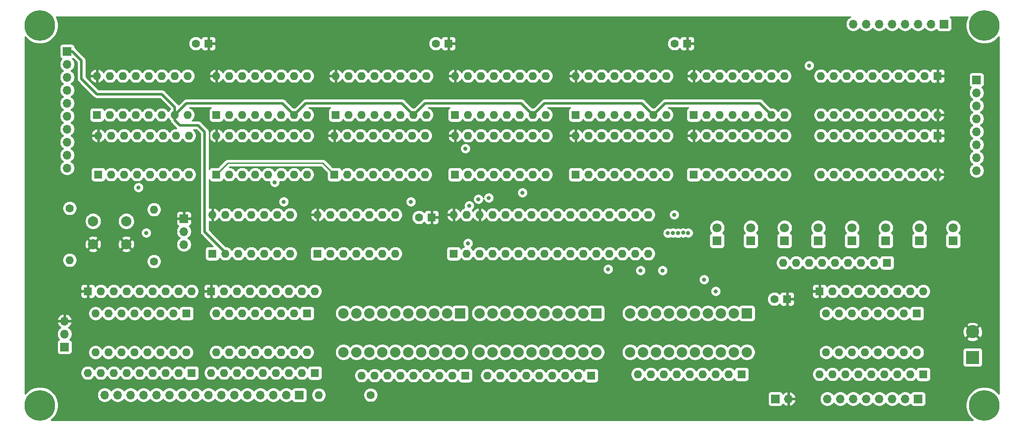
<source format=gbr>
%TF.GenerationSoftware,KiCad,Pcbnew,(5.1.9-0-10_14)*%
%TF.CreationDate,2021-06-17T15:33:31-04:00*%
%TF.ProjectId,ram-combined,72616d2d-636f-46d6-9269-6e65642e6b69,rev?*%
%TF.SameCoordinates,Original*%
%TF.FileFunction,Copper,L3,Inr*%
%TF.FilePolarity,Positive*%
%FSLAX46Y46*%
G04 Gerber Fmt 4.6, Leading zero omitted, Abs format (unit mm)*
G04 Created by KiCad (PCBNEW (5.1.9-0-10_14)) date 2021-06-17 15:33:31*
%MOMM*%
%LPD*%
G01*
G04 APERTURE LIST*
%TA.AperFunction,ComponentPad*%
%ADD10O,1.700000X1.700000*%
%TD*%
%TA.AperFunction,ComponentPad*%
%ADD11R,1.700000X1.700000*%
%TD*%
%TA.AperFunction,ComponentPad*%
%ADD12C,6.000000*%
%TD*%
%TA.AperFunction,ComponentPad*%
%ADD13C,0.800000*%
%TD*%
%TA.AperFunction,ComponentPad*%
%ADD14C,1.800000*%
%TD*%
%TA.AperFunction,ComponentPad*%
%ADD15R,1.800000X1.800000*%
%TD*%
%TA.AperFunction,ComponentPad*%
%ADD16O,1.600000X1.600000*%
%TD*%
%TA.AperFunction,ComponentPad*%
%ADD17R,1.600000X1.600000*%
%TD*%
%TA.AperFunction,ComponentPad*%
%ADD18C,2.032000*%
%TD*%
%TA.AperFunction,ComponentPad*%
%ADD19R,2.032000X2.032000*%
%TD*%
%TA.AperFunction,ComponentPad*%
%ADD20C,2.000000*%
%TD*%
%TA.AperFunction,ComponentPad*%
%ADD21C,1.600000*%
%TD*%
%TA.AperFunction,ComponentPad*%
%ADD22C,2.600000*%
%TD*%
%TA.AperFunction,ComponentPad*%
%ADD23R,2.600000X2.600000*%
%TD*%
%TA.AperFunction,ViaPad*%
%ADD24C,0.800000*%
%TD*%
%TA.AperFunction,Conductor*%
%ADD25C,0.250000*%
%TD*%
%TA.AperFunction,Conductor*%
%ADD26C,0.500000*%
%TD*%
%TA.AperFunction,Conductor*%
%ADD27C,0.254000*%
%TD*%
%TA.AperFunction,Conductor*%
%ADD28C,0.100000*%
%TD*%
G04 APERTURE END LIST*
D10*
%TO.N,BUS_00*%
%TO.C,J8*%
X227330000Y-34290000D03*
%TO.N,BUS_01*%
X229870000Y-34290000D03*
%TO.N,BUS_02*%
X232410000Y-34290000D03*
%TO.N,BUS_03*%
X234950000Y-34290000D03*
%TO.N,BUS_04*%
X237490000Y-34290000D03*
%TO.N,BUS_05*%
X240030000Y-34290000D03*
%TO.N,BUS_06*%
X242570000Y-34290000D03*
D11*
%TO.N,BUS_07*%
X245110000Y-34290000D03*
%TD*%
D12*
%TO.N,N/C*%
%TO.C,REF\u002A\u002A*%
X68072000Y-108966000D03*
D13*
X70322000Y-108966000D03*
X69662990Y-110556990D03*
X68072000Y-111216000D03*
X66481010Y-110556990D03*
X65822000Y-108966000D03*
X66481010Y-107375010D03*
X68072000Y-106716000D03*
X69662990Y-107375010D03*
%TD*%
%TO.N,N/C*%
%TO.C,REF\u002A\u002A*%
X254574990Y-107375010D03*
X252984000Y-106716000D03*
X251393010Y-107375010D03*
X250734000Y-108966000D03*
X251393010Y-110556990D03*
X252984000Y-111216000D03*
X254574990Y-110556990D03*
X255234000Y-108966000D03*
D12*
X252984000Y-108966000D03*
%TD*%
%TO.N,N/C*%
%TO.C,REF\u002A\u002A*%
X252984000Y-34544000D03*
D13*
X255234000Y-34544000D03*
X254574990Y-36134990D03*
X252984000Y-36794000D03*
X251393010Y-36134990D03*
X250734000Y-34544000D03*
X251393010Y-32953010D03*
X252984000Y-32294000D03*
X254574990Y-32953010D03*
%TD*%
%TO.N,N/C*%
%TO.C,REF\u002A\u002A*%
X69662990Y-32953010D03*
X68072000Y-32294000D03*
X66481010Y-32953010D03*
X65822000Y-34544000D03*
X66481010Y-36134990D03*
X68072000Y-36794000D03*
X69662990Y-36134990D03*
X70322000Y-34544000D03*
D12*
X68072000Y-34544000D03*
%TD*%
D10*
%TO.N,WRITE_ENABLE*%
%TO.C,J3*%
X73406000Y-62484000D03*
X73406000Y-59944000D03*
%TO.N,PROGRAM_MODE*%
X73406000Y-57404000D03*
X73406000Y-54864000D03*
%TO.N,OUTPUT_ENABLE*%
X73406000Y-52324000D03*
%TO.N,RESET*%
X73406000Y-49784000D03*
%TO.N,MDR_IN*%
X73406000Y-47244000D03*
%TO.N,MAR1_IN*%
X73406000Y-44704000D03*
%TO.N,MAR2_IN*%
X73406000Y-42164000D03*
D11*
%TO.N,CLOCK*%
X73406000Y-39624000D03*
%TD*%
D10*
%TO.N,VCC*%
%TO.C,J7*%
X72898000Y-92456000D03*
%TO.N,A16*%
X72898000Y-94996000D03*
D11*
%TO.N,GND*%
X72898000Y-97536000D03*
%TD*%
D10*
%TO.N,Net-(R3-Pad2)*%
%TO.C,SW1*%
X96266000Y-77470000D03*
%TO.N,PROGRAM_MODE*%
X96266000Y-74930000D03*
D11*
%TO.N,VCC*%
X96266000Y-72390000D03*
%TD*%
D14*
%TO.N,/IO7*%
%TO.C,D1*%
X200660000Y-74168000D03*
D15*
%TO.N,Net-(D1-Pad1)*%
X200660000Y-76708000D03*
%TD*%
D16*
%TO.N,Net-(BAR3-Pad13)*%
%TO.C,RN10*%
X185166000Y-102870000D03*
%TO.N,Net-(BAR3-Pad14)*%
X187706000Y-102870000D03*
%TO.N,Net-(BAR3-Pad15)*%
X190246000Y-102870000D03*
%TO.N,Net-(BAR3-Pad16)*%
X192786000Y-102870000D03*
%TO.N,Net-(BAR3-Pad17)*%
X195326000Y-102870000D03*
%TO.N,Net-(BAR3-Pad18)*%
X197866000Y-102870000D03*
%TO.N,Net-(BAR3-Pad19)*%
X200406000Y-102870000D03*
%TO.N,Net-(BAR3-Pad20)*%
X202946000Y-102870000D03*
D17*
%TO.N,Net-(RN10-Pad1)*%
X205486000Y-102870000D03*
%TD*%
D18*
%TO.N,Net-(BAR3-Pad20)*%
%TO.C,BAR3*%
X206502000Y-98552000D03*
%TO.N,Net-(BAR3-Pad19)*%
X203962000Y-98552000D03*
%TO.N,Net-(BAR3-Pad18)*%
X201422000Y-98552000D03*
%TO.N,Net-(BAR3-Pad17)*%
X198882000Y-98552000D03*
%TO.N,Net-(BAR3-Pad9)*%
X186182000Y-90932000D03*
%TO.N,Net-(BAR3-Pad10)*%
X183642000Y-90932000D03*
%TO.N,Net-(BAR3-Pad11)*%
X183642000Y-98552000D03*
%TO.N,Net-(BAR3-Pad12)*%
X186182000Y-98552000D03*
%TO.N,/MANUAL_DATA_07*%
X188722000Y-90932000D03*
%TO.N,/MANUAL_DATA_06*%
X191262000Y-90932000D03*
%TO.N,/MANUAL_DATA_05*%
X193802000Y-90932000D03*
%TO.N,/MANUAL_DATA_04*%
X196342000Y-90932000D03*
%TO.N,Net-(BAR3-Pad16)*%
X196342000Y-98552000D03*
%TO.N,Net-(BAR3-Pad15)*%
X193802000Y-98552000D03*
%TO.N,Net-(BAR3-Pad14)*%
X191262000Y-98552000D03*
%TO.N,Net-(BAR3-Pad13)*%
X188722000Y-98552000D03*
%TO.N,/MANUAL_DATA_03*%
X198882000Y-90932000D03*
%TO.N,/MANUAL_DATA_02*%
X201422000Y-90932000D03*
%TO.N,/MANUAL_DATA_01*%
X203962000Y-90932000D03*
D19*
%TO.N,/MANUAL_DATA_00*%
X206502000Y-90932000D03*
%TD*%
D16*
%TO.N,VCC*%
%TO.C,U13*%
X243840000Y-52070000D03*
%TO.N,GND*%
X220980000Y-44450000D03*
%TO.N,OUTPUT_ENABLE*%
X241300000Y-52070000D03*
%TO.N,/IO7*%
X223520000Y-44450000D03*
%TO.N,BUS_00*%
X238760000Y-52070000D03*
%TO.N,/IO6*%
X226060000Y-44450000D03*
%TO.N,BUS_01*%
X236220000Y-52070000D03*
%TO.N,/IO5*%
X228600000Y-44450000D03*
%TO.N,BUS_02*%
X233680000Y-52070000D03*
%TO.N,/IO4*%
X231140000Y-44450000D03*
%TO.N,BUS_03*%
X231140000Y-52070000D03*
%TO.N,/IO3*%
X233680000Y-44450000D03*
%TO.N,BUS_04*%
X228600000Y-52070000D03*
%TO.N,/IO2*%
X236220000Y-44450000D03*
%TO.N,BUS_05*%
X226060000Y-52070000D03*
%TO.N,/IO1*%
X238760000Y-44450000D03*
%TO.N,BUS_06*%
X223520000Y-52070000D03*
%TO.N,/IO0*%
X241300000Y-44450000D03*
%TO.N,BUS_07*%
X220980000Y-52070000D03*
D17*
%TO.N,VCC*%
X243840000Y-44450000D03*
%TD*%
D16*
%TO.N,VCC*%
%TO.C,U11*%
X243840000Y-63754000D03*
%TO.N,GND*%
X220980000Y-56134000D03*
%TO.N,Net-(U1-Pad3)*%
X241300000Y-63754000D03*
%TO.N,D7*%
X223520000Y-56134000D03*
%TO.N,/IO0*%
X238760000Y-63754000D03*
%TO.N,D6*%
X226060000Y-56134000D03*
%TO.N,/IO1*%
X236220000Y-63754000D03*
%TO.N,D5*%
X228600000Y-56134000D03*
%TO.N,/IO2*%
X233680000Y-63754000D03*
%TO.N,D4*%
X231140000Y-56134000D03*
%TO.N,/IO3*%
X231140000Y-63754000D03*
%TO.N,D3*%
X233680000Y-56134000D03*
%TO.N,/IO4*%
X228600000Y-63754000D03*
%TO.N,D2*%
X236220000Y-56134000D03*
%TO.N,/IO5*%
X226060000Y-63754000D03*
%TO.N,D1*%
X238760000Y-56134000D03*
%TO.N,/IO6*%
X223520000Y-63754000D03*
%TO.N,D0*%
X241300000Y-56134000D03*
%TO.N,/IO7*%
X220980000Y-63754000D03*
D17*
%TO.N,VCC*%
X243840000Y-56134000D03*
%TD*%
%TO.N,PROGRAM_MODE*%
%TO.C,U2*%
X101854000Y-79248000D03*
D16*
%TO.N,N/C*%
X117094000Y-71628000D03*
%TO.N,CLOCK*%
X104394000Y-79248000D03*
%TO.N,N/C*%
X114554000Y-71628000D03*
%TO.N,Net-(U1-Pad1)*%
X106934000Y-79248000D03*
%TO.N,N/C*%
X112014000Y-71628000D03*
X109474000Y-79248000D03*
X109474000Y-71628000D03*
X112014000Y-79248000D03*
X106934000Y-71628000D03*
X114554000Y-79248000D03*
X104394000Y-71628000D03*
%TO.N,GND*%
X117094000Y-79248000D03*
%TO.N,VCC*%
X101854000Y-71628000D03*
%TD*%
D17*
%TO.N,Net-(U1-Pad1)*%
%TO.C,U1*%
X122428000Y-79248000D03*
D16*
%TO.N,N/C*%
X137668000Y-71628000D03*
%TO.N,WRITE_ENABLE*%
X124968000Y-79248000D03*
%TO.N,N/C*%
X135128000Y-71628000D03*
%TO.N,Net-(U1-Pad3)*%
X127508000Y-79248000D03*
%TO.N,N/C*%
X132588000Y-71628000D03*
X130048000Y-79248000D03*
X130048000Y-71628000D03*
X132588000Y-79248000D03*
X127508000Y-71628000D03*
X135128000Y-79248000D03*
X124968000Y-71628000D03*
%TO.N,GND*%
X137668000Y-79248000D03*
%TO.N,VCC*%
X122428000Y-71628000D03*
%TD*%
%TO.N,VCC*%
%TO.C,U17*%
X196088000Y-56134000D03*
%TO.N,GND*%
X213868000Y-63754000D03*
X198628000Y-56134000D03*
%TO.N,D1*%
X211328000Y-63754000D03*
%TO.N,Net-(U16-Pad6)*%
X201168000Y-56134000D03*
%TO.N,/MANUAL_DATA_03*%
X208788000Y-63754000D03*
%TO.N,/MANUAL_DATA_01*%
X203708000Y-56134000D03*
%TO.N,Net-(U16-Pad4)*%
X206248000Y-63754000D03*
%TO.N,D3*%
X206248000Y-56134000D03*
%TO.N,D0*%
X203708000Y-63754000D03*
%TO.N,Net-(U16-Pad5)*%
X208788000Y-56134000D03*
%TO.N,/MANUAL_DATA_00*%
X201168000Y-63754000D03*
%TO.N,/MANUAL_DATA_02*%
X211328000Y-56134000D03*
%TO.N,Net-(U16-Pad3)*%
X198628000Y-63754000D03*
%TO.N,D2*%
X213868000Y-56134000D03*
D17*
%TO.N,PROGRAM_MODE*%
X196088000Y-63754000D03*
%TD*%
D16*
%TO.N,VCC*%
%TO.C,U16*%
X196088000Y-44450000D03*
%TO.N,GND*%
X213868000Y-52070000D03*
%TO.N,RESET*%
X198628000Y-44450000D03*
%TO.N,CLOCK*%
X211328000Y-52070000D03*
%TO.N,BUS_00*%
X201168000Y-44450000D03*
%TO.N,Net-(U16-Pad6)*%
X208788000Y-52070000D03*
%TO.N,BUS_01*%
X203708000Y-44450000D03*
%TO.N,Net-(U16-Pad5)*%
X206248000Y-52070000D03*
%TO.N,BUS_02*%
X206248000Y-44450000D03*
%TO.N,Net-(U16-Pad4)*%
X203708000Y-52070000D03*
%TO.N,BUS_03*%
X208788000Y-44450000D03*
%TO.N,Net-(U16-Pad3)*%
X201168000Y-52070000D03*
%TO.N,MDR_IN*%
X211328000Y-44450000D03*
%TO.N,GND*%
X198628000Y-52070000D03*
%TO.N,MDR_IN*%
X213868000Y-44450000D03*
D17*
%TO.N,GND*%
X196088000Y-52070000D03*
%TD*%
D16*
%TO.N,VCC*%
%TO.C,U15*%
X172974000Y-56134000D03*
%TO.N,GND*%
X190754000Y-63754000D03*
X175514000Y-56134000D03*
%TO.N,D5*%
X188214000Y-63754000D03*
%TO.N,Net-(U14-Pad6)*%
X178054000Y-56134000D03*
%TO.N,/MANUAL_DATA_05*%
X185674000Y-63754000D03*
%TO.N,/MANUAL_DATA_07*%
X180594000Y-56134000D03*
%TO.N,Net-(U14-Pad4)*%
X183134000Y-63754000D03*
%TO.N,D7*%
X183134000Y-56134000D03*
%TO.N,D4*%
X180594000Y-63754000D03*
%TO.N,Net-(U14-Pad5)*%
X185674000Y-56134000D03*
%TO.N,/MANUAL_DATA_04*%
X178054000Y-63754000D03*
%TO.N,/MANUAL_DATA_06*%
X188214000Y-56134000D03*
%TO.N,Net-(U14-Pad3)*%
X175514000Y-63754000D03*
%TO.N,D6*%
X190754000Y-56134000D03*
D17*
%TO.N,PROGRAM_MODE*%
X172974000Y-63754000D03*
%TD*%
D16*
%TO.N,VCC*%
%TO.C,U14*%
X172974000Y-44450000D03*
%TO.N,GND*%
X190754000Y-52070000D03*
%TO.N,RESET*%
X175514000Y-44450000D03*
%TO.N,CLOCK*%
X188214000Y-52070000D03*
%TO.N,BUS_04*%
X178054000Y-44450000D03*
%TO.N,Net-(U14-Pad6)*%
X185674000Y-52070000D03*
%TO.N,BUS_05*%
X180594000Y-44450000D03*
%TO.N,Net-(U14-Pad5)*%
X183134000Y-52070000D03*
%TO.N,BUS_06*%
X183134000Y-44450000D03*
%TO.N,Net-(U14-Pad4)*%
X180594000Y-52070000D03*
%TO.N,BUS_07*%
X185674000Y-44450000D03*
%TO.N,Net-(U14-Pad3)*%
X178054000Y-52070000D03*
%TO.N,MDR_IN*%
X188214000Y-44450000D03*
%TO.N,GND*%
X175514000Y-52070000D03*
%TO.N,MDR_IN*%
X190754000Y-44450000D03*
D17*
%TO.N,GND*%
X172974000Y-52070000D03*
%TD*%
D16*
%TO.N,VCC*%
%TO.C,U12*%
X149352000Y-44450000D03*
%TO.N,GND*%
X167132000Y-52070000D03*
%TO.N,RESET*%
X151892000Y-44450000D03*
%TO.N,CLOCK*%
X164592000Y-52070000D03*
%TO.N,BUS_00*%
X154432000Y-44450000D03*
%TO.N,/MAR_03*%
X162052000Y-52070000D03*
%TO.N,BUS_01*%
X156972000Y-44450000D03*
%TO.N,/MAR_02*%
X159512000Y-52070000D03*
%TO.N,BUS_02*%
X159512000Y-44450000D03*
%TO.N,/MAR_01*%
X156972000Y-52070000D03*
%TO.N,BUS_03*%
X162052000Y-44450000D03*
%TO.N,/MAR_00*%
X154432000Y-52070000D03*
%TO.N,MAR1_IN*%
X164592000Y-44450000D03*
%TO.N,GND*%
X151892000Y-52070000D03*
%TO.N,MAR1_IN*%
X167132000Y-44450000D03*
D17*
%TO.N,GND*%
X149352000Y-52070000D03*
%TD*%
D16*
%TO.N,VCC*%
%TO.C,U10*%
X125984000Y-44450000D03*
%TO.N,GND*%
X143764000Y-52070000D03*
%TO.N,RESET*%
X128524000Y-44450000D03*
%TO.N,CLOCK*%
X141224000Y-52070000D03*
%TO.N,BUS_04*%
X131064000Y-44450000D03*
%TO.N,/MAR_07*%
X138684000Y-52070000D03*
%TO.N,BUS_05*%
X133604000Y-44450000D03*
%TO.N,/MAR_06*%
X136144000Y-52070000D03*
%TO.N,BUS_06*%
X136144000Y-44450000D03*
%TO.N,/MAR_05*%
X133604000Y-52070000D03*
%TO.N,BUS_07*%
X138684000Y-44450000D03*
%TO.N,/MAR_04*%
X131064000Y-52070000D03*
%TO.N,MAR1_IN*%
X141224000Y-44450000D03*
%TO.N,GND*%
X128524000Y-52070000D03*
%TO.N,MAR1_IN*%
X143764000Y-44450000D03*
D17*
%TO.N,GND*%
X125984000Y-52070000D03*
%TD*%
D16*
%TO.N,VCC*%
%TO.C,U9*%
X149098000Y-71628000D03*
%TO.N,GND*%
X187198000Y-79248000D03*
%TO.N,/A15*%
X151638000Y-71628000D03*
%TO.N,/IO2*%
X184658000Y-79248000D03*
%TO.N,VCC*%
X154178000Y-71628000D03*
%TO.N,/IO1*%
X182118000Y-79248000D03*
%TO.N,Net-(U1-Pad3)*%
X156718000Y-71628000D03*
%TO.N,/IO0*%
X179578000Y-79248000D03*
%TO.N,/A13*%
X159258000Y-71628000D03*
%TO.N,/A0*%
X177038000Y-79248000D03*
%TO.N,/A8*%
X161798000Y-71628000D03*
%TO.N,/A1*%
X174498000Y-79248000D03*
%TO.N,/A9*%
X164338000Y-71628000D03*
%TO.N,/A2*%
X171958000Y-79248000D03*
%TO.N,/A11*%
X166878000Y-71628000D03*
%TO.N,/A3*%
X169418000Y-79248000D03*
%TO.N,GND*%
X169418000Y-71628000D03*
%TO.N,/A4*%
X166878000Y-79248000D03*
%TO.N,/A10*%
X171958000Y-71628000D03*
%TO.N,/A5*%
X164338000Y-79248000D03*
%TO.N,GND*%
X174498000Y-71628000D03*
%TO.N,/A6*%
X161798000Y-79248000D03*
%TO.N,/IO7*%
X177038000Y-71628000D03*
%TO.N,/A7*%
X159258000Y-79248000D03*
%TO.N,/IO6*%
X179578000Y-71628000D03*
%TO.N,/A12*%
X156718000Y-79248000D03*
%TO.N,/IO5*%
X182118000Y-71628000D03*
%TO.N,/A14*%
X154178000Y-79248000D03*
%TO.N,/IO4*%
X184658000Y-71628000D03*
%TO.N,A16*%
X151638000Y-79248000D03*
%TO.N,/IO3*%
X187198000Y-71628000D03*
D17*
%TO.N,Net-(U9-Pad1)*%
X149098000Y-79248000D03*
%TD*%
D16*
%TO.N,VCC*%
%TO.C,U8*%
X102616000Y-44450000D03*
%TO.N,GND*%
X120396000Y-52070000D03*
%TO.N,RESET*%
X105156000Y-44450000D03*
%TO.N,CLOCK*%
X117856000Y-52070000D03*
%TO.N,BUS_00*%
X107696000Y-44450000D03*
%TO.N,/MAR_11*%
X115316000Y-52070000D03*
%TO.N,BUS_01*%
X110236000Y-44450000D03*
%TO.N,/MAR_10*%
X112776000Y-52070000D03*
%TO.N,BUS_02*%
X112776000Y-44450000D03*
%TO.N,/MAR_09*%
X110236000Y-52070000D03*
%TO.N,BUS_03*%
X115316000Y-44450000D03*
%TO.N,/MAR_08*%
X107696000Y-52070000D03*
%TO.N,MAR2_IN*%
X117856000Y-44450000D03*
%TO.N,GND*%
X105156000Y-52070000D03*
%TO.N,MAR2_IN*%
X120396000Y-44450000D03*
D17*
%TO.N,GND*%
X102616000Y-52070000D03*
%TD*%
D16*
%TO.N,VCC*%
%TO.C,U7*%
X125730000Y-56134000D03*
%TO.N,GND*%
X143510000Y-63754000D03*
X128270000Y-56134000D03*
%TO.N,/A6*%
X140970000Y-63754000D03*
%TO.N,/MAR_04*%
X130810000Y-56134000D03*
%TO.N,/MANUAL_MEM_ADR_06*%
X138430000Y-63754000D03*
%TO.N,/MANUAL_MEM_ADR_04*%
X133350000Y-56134000D03*
%TO.N,/MAR_06*%
X135890000Y-63754000D03*
%TO.N,/A4*%
X135890000Y-56134000D03*
%TO.N,/A7*%
X133350000Y-63754000D03*
%TO.N,/MAR_05*%
X138430000Y-56134000D03*
%TO.N,/MANUAL_MEM_ADR_07*%
X130810000Y-63754000D03*
%TO.N,/MANUAL_MEM_ADR_05*%
X140970000Y-56134000D03*
%TO.N,/MAR_07*%
X128270000Y-63754000D03*
%TO.N,/A5*%
X143510000Y-56134000D03*
D17*
%TO.N,PROGRAM_MODE*%
X125730000Y-63754000D03*
%TD*%
D16*
%TO.N,VCC*%
%TO.C,U6*%
X102616000Y-56134000D03*
%TO.N,GND*%
X120396000Y-63754000D03*
X105156000Y-56134000D03*
%TO.N,/A10*%
X117856000Y-63754000D03*
%TO.N,/MAR_08*%
X107696000Y-56134000D03*
%TO.N,/MANUAL_MEM_ADR_10*%
X115316000Y-63754000D03*
%TO.N,/MANUAL_MEM_ADR_08*%
X110236000Y-56134000D03*
%TO.N,/MAR_10*%
X112776000Y-63754000D03*
%TO.N,/A8*%
X112776000Y-56134000D03*
%TO.N,/A11*%
X110236000Y-63754000D03*
%TO.N,/MAR_09*%
X115316000Y-56134000D03*
%TO.N,/MANUAL_MEM_ADR_11*%
X107696000Y-63754000D03*
%TO.N,/MANUAL_MEM_ADR_09*%
X117856000Y-56134000D03*
%TO.N,/MAR_11*%
X105156000Y-63754000D03*
%TO.N,/A9*%
X120396000Y-56134000D03*
D17*
%TO.N,PROGRAM_MODE*%
X102616000Y-63754000D03*
%TD*%
D16*
%TO.N,VCC*%
%TO.C,U5*%
X79248000Y-44450000D03*
%TO.N,GND*%
X97028000Y-52070000D03*
%TO.N,RESET*%
X81788000Y-44450000D03*
%TO.N,CLOCK*%
X94488000Y-52070000D03*
%TO.N,BUS_04*%
X84328000Y-44450000D03*
%TO.N,/MAR_15*%
X91948000Y-52070000D03*
%TO.N,BUS_05*%
X86868000Y-44450000D03*
%TO.N,/MAR_14*%
X89408000Y-52070000D03*
%TO.N,BUS_06*%
X89408000Y-44450000D03*
%TO.N,/MAR_13*%
X86868000Y-52070000D03*
%TO.N,BUS_07*%
X91948000Y-44450000D03*
%TO.N,/MAR_12*%
X84328000Y-52070000D03*
%TO.N,MAR2_IN*%
X94488000Y-44450000D03*
%TO.N,GND*%
X81788000Y-52070000D03*
%TO.N,MAR2_IN*%
X97028000Y-44450000D03*
D17*
%TO.N,GND*%
X79248000Y-52070000D03*
%TD*%
D16*
%TO.N,VCC*%
%TO.C,U4*%
X149352000Y-56134000D03*
%TO.N,GND*%
X167132000Y-63754000D03*
X151892000Y-56134000D03*
%TO.N,/A2*%
X164592000Y-63754000D03*
%TO.N,/MAR_00*%
X154432000Y-56134000D03*
%TO.N,/MANUAL_MEM_ADR_02*%
X162052000Y-63754000D03*
%TO.N,/MANUAL_MEM_ADR_00*%
X156972000Y-56134000D03*
%TO.N,/MAR_02*%
X159512000Y-63754000D03*
%TO.N,/A0*%
X159512000Y-56134000D03*
%TO.N,/A3*%
X156972000Y-63754000D03*
%TO.N,/MAR_01*%
X162052000Y-56134000D03*
%TO.N,/MANUAL_MEM_ADR_03*%
X154432000Y-63754000D03*
%TO.N,/MANUAL_MEM_ADR_01*%
X164592000Y-56134000D03*
%TO.N,/MAR_03*%
X151892000Y-63754000D03*
%TO.N,/A1*%
X167132000Y-56134000D03*
D17*
%TO.N,PROGRAM_MODE*%
X149352000Y-63754000D03*
%TD*%
D16*
%TO.N,VCC*%
%TO.C,U3*%
X79502000Y-56134000D03*
%TO.N,GND*%
X97282000Y-63754000D03*
X82042000Y-56134000D03*
%TO.N,/A14*%
X94742000Y-63754000D03*
%TO.N,/MAR_12*%
X84582000Y-56134000D03*
%TO.N,/MANUAL_MEM_ADR_14*%
X92202000Y-63754000D03*
%TO.N,/MANUAL_MEM_ADR_12*%
X87122000Y-56134000D03*
%TO.N,/MAR_14*%
X89662000Y-63754000D03*
%TO.N,/A12*%
X89662000Y-56134000D03*
%TO.N,/A15*%
X87122000Y-63754000D03*
%TO.N,/MAR_13*%
X92202000Y-56134000D03*
%TO.N,/MANUAL_MEM_ADR_15*%
X84582000Y-63754000D03*
%TO.N,/MANUAL_MEM_ADR_13*%
X94742000Y-56134000D03*
%TO.N,/MAR_15*%
X82042000Y-63754000D03*
%TO.N,/A13*%
X97282000Y-56134000D03*
D17*
%TO.N,PROGRAM_MODE*%
X79502000Y-63754000D03*
%TD*%
D16*
%TO.N,/MANUAL_DATA_00*%
%TO.C,SW5*%
X239810000Y-98580000D03*
%TO.N,Net-(RN9-Pad2)*%
X222030000Y-90960000D03*
%TO.N,/MANUAL_DATA_01*%
X237270000Y-98580000D03*
%TO.N,Net-(RN9-Pad3)*%
X224570000Y-90960000D03*
%TO.N,/MANUAL_DATA_02*%
X234730000Y-98580000D03*
%TO.N,Net-(RN9-Pad4)*%
X227110000Y-90960000D03*
%TO.N,/MANUAL_DATA_03*%
X232190000Y-98580000D03*
%TO.N,Net-(RN9-Pad5)*%
X229650000Y-90960000D03*
%TO.N,/MANUAL_DATA_04*%
X229650000Y-98580000D03*
%TO.N,Net-(RN9-Pad6)*%
X232190000Y-90960000D03*
%TO.N,/MANUAL_DATA_05*%
X227110000Y-98580000D03*
%TO.N,Net-(RN9-Pad7)*%
X234730000Y-90960000D03*
%TO.N,/MANUAL_DATA_06*%
X224570000Y-98580000D03*
%TO.N,Net-(RN9-Pad8)*%
X237270000Y-90960000D03*
%TO.N,/MANUAL_DATA_07*%
X222030000Y-98580000D03*
D17*
%TO.N,Net-(RN9-Pad9)*%
X239810000Y-90960000D03*
%TD*%
D16*
%TO.N,/MANUAL_MEM_ADR_00*%
%TO.C,SW4*%
X120396000Y-98552000D03*
%TO.N,Net-(RN7-Pad2)*%
X102616000Y-90932000D03*
%TO.N,/MANUAL_MEM_ADR_01*%
X117856000Y-98552000D03*
%TO.N,Net-(RN7-Pad3)*%
X105156000Y-90932000D03*
%TO.N,/MANUAL_MEM_ADR_02*%
X115316000Y-98552000D03*
%TO.N,Net-(RN7-Pad4)*%
X107696000Y-90932000D03*
%TO.N,/MANUAL_MEM_ADR_03*%
X112776000Y-98552000D03*
%TO.N,Net-(RN7-Pad5)*%
X110236000Y-90932000D03*
%TO.N,/MANUAL_MEM_ADR_04*%
X110236000Y-98552000D03*
%TO.N,Net-(RN7-Pad6)*%
X112776000Y-90932000D03*
%TO.N,/MANUAL_MEM_ADR_05*%
X107696000Y-98552000D03*
%TO.N,Net-(RN7-Pad7)*%
X115316000Y-90932000D03*
%TO.N,/MANUAL_MEM_ADR_06*%
X105156000Y-98552000D03*
%TO.N,Net-(RN7-Pad8)*%
X117856000Y-90932000D03*
%TO.N,/MANUAL_MEM_ADR_07*%
X102616000Y-98552000D03*
D17*
%TO.N,Net-(RN7-Pad9)*%
X120396000Y-90932000D03*
%TD*%
D16*
%TO.N,/MANUAL_MEM_ADR_08*%
%TO.C,SW3*%
X96774000Y-98590000D03*
%TO.N,Net-(RN5-Pad2)*%
X78994000Y-90970000D03*
%TO.N,/MANUAL_MEM_ADR_09*%
X94234000Y-98590000D03*
%TO.N,Net-(RN5-Pad3)*%
X81534000Y-90970000D03*
%TO.N,/MANUAL_MEM_ADR_10*%
X91694000Y-98590000D03*
%TO.N,Net-(RN5-Pad4)*%
X84074000Y-90970000D03*
%TO.N,/MANUAL_MEM_ADR_11*%
X89154000Y-98590000D03*
%TO.N,Net-(RN5-Pad5)*%
X86614000Y-90970000D03*
%TO.N,/MANUAL_MEM_ADR_12*%
X86614000Y-98590000D03*
%TO.N,Net-(RN5-Pad6)*%
X89154000Y-90970000D03*
%TO.N,/MANUAL_MEM_ADR_13*%
X84074000Y-98590000D03*
%TO.N,Net-(RN5-Pad7)*%
X91694000Y-90970000D03*
%TO.N,/MANUAL_MEM_ADR_14*%
X81534000Y-98590000D03*
%TO.N,Net-(RN5-Pad8)*%
X94234000Y-90970000D03*
%TO.N,/MANUAL_MEM_ADR_15*%
X78994000Y-98590000D03*
D17*
%TO.N,Net-(RN5-Pad9)*%
X96774000Y-90970000D03*
%TD*%
D20*
%TO.N,WRITE_ENABLE*%
%TO.C,SW2*%
X84986000Y-72898000D03*
%TO.N,VCC*%
X84986000Y-77398000D03*
%TO.N,WRITE_ENABLE*%
X78486000Y-72898000D03*
%TO.N,VCC*%
X78486000Y-77398000D03*
%TD*%
D16*
%TO.N,Net-(RN9-Pad9)*%
%TO.C,RN9*%
X241046000Y-86614000D03*
%TO.N,Net-(RN9-Pad8)*%
X238506000Y-86614000D03*
%TO.N,Net-(RN9-Pad7)*%
X235966000Y-86614000D03*
%TO.N,Net-(RN9-Pad6)*%
X233426000Y-86614000D03*
%TO.N,Net-(RN9-Pad5)*%
X230886000Y-86614000D03*
%TO.N,Net-(RN9-Pad4)*%
X228346000Y-86614000D03*
%TO.N,Net-(RN9-Pad3)*%
X225806000Y-86614000D03*
%TO.N,Net-(RN9-Pad2)*%
X223266000Y-86614000D03*
D17*
%TO.N,VCC*%
X220726000Y-86614000D03*
%TD*%
D16*
%TO.N,/MANUAL_DATA_07*%
%TO.C,RN8*%
X220726000Y-102870000D03*
%TO.N,/MANUAL_DATA_06*%
X223266000Y-102870000D03*
%TO.N,/MANUAL_DATA_05*%
X225806000Y-102870000D03*
%TO.N,/MANUAL_DATA_04*%
X228346000Y-102870000D03*
%TO.N,/MANUAL_DATA_03*%
X230886000Y-102870000D03*
%TO.N,/MANUAL_DATA_02*%
X233426000Y-102870000D03*
%TO.N,/MANUAL_DATA_01*%
X235966000Y-102870000D03*
%TO.N,/MANUAL_DATA_00*%
X238506000Y-102870000D03*
D17*
%TO.N,GND*%
X241046000Y-102870000D03*
%TD*%
D16*
%TO.N,Net-(RN7-Pad9)*%
%TO.C,RN7*%
X121920000Y-86614000D03*
%TO.N,Net-(RN7-Pad8)*%
X119380000Y-86614000D03*
%TO.N,Net-(RN7-Pad7)*%
X116840000Y-86614000D03*
%TO.N,Net-(RN7-Pad6)*%
X114300000Y-86614000D03*
%TO.N,Net-(RN7-Pad5)*%
X111760000Y-86614000D03*
%TO.N,Net-(RN7-Pad4)*%
X109220000Y-86614000D03*
%TO.N,Net-(RN7-Pad3)*%
X106680000Y-86614000D03*
%TO.N,Net-(RN7-Pad2)*%
X104140000Y-86614000D03*
D17*
%TO.N,VCC*%
X101600000Y-86614000D03*
%TD*%
D16*
%TO.N,/MANUAL_MEM_ADR_07*%
%TO.C,RN6*%
X101600000Y-102616000D03*
%TO.N,/MANUAL_MEM_ADR_06*%
X104140000Y-102616000D03*
%TO.N,/MANUAL_MEM_ADR_05*%
X106680000Y-102616000D03*
%TO.N,/MANUAL_MEM_ADR_04*%
X109220000Y-102616000D03*
%TO.N,/MANUAL_MEM_ADR_03*%
X111760000Y-102616000D03*
%TO.N,/MANUAL_MEM_ADR_02*%
X114300000Y-102616000D03*
%TO.N,/MANUAL_MEM_ADR_01*%
X116840000Y-102616000D03*
%TO.N,/MANUAL_MEM_ADR_00*%
X119380000Y-102616000D03*
D17*
%TO.N,GND*%
X121920000Y-102616000D03*
%TD*%
D16*
%TO.N,Net-(RN5-Pad9)*%
%TO.C,RN5*%
X97790000Y-86614000D03*
%TO.N,Net-(RN5-Pad8)*%
X95250000Y-86614000D03*
%TO.N,Net-(RN5-Pad7)*%
X92710000Y-86614000D03*
%TO.N,Net-(RN5-Pad6)*%
X90170000Y-86614000D03*
%TO.N,Net-(RN5-Pad5)*%
X87630000Y-86614000D03*
%TO.N,Net-(RN5-Pad4)*%
X85090000Y-86614000D03*
%TO.N,Net-(RN5-Pad3)*%
X82550000Y-86614000D03*
%TO.N,Net-(RN5-Pad2)*%
X80010000Y-86614000D03*
D17*
%TO.N,VCC*%
X77470000Y-86614000D03*
%TD*%
D16*
%TO.N,/MANUAL_MEM_ADR_15*%
%TO.C,RN4*%
X77470000Y-102616000D03*
%TO.N,/MANUAL_MEM_ADR_14*%
X80010000Y-102616000D03*
%TO.N,/MANUAL_MEM_ADR_13*%
X82550000Y-102616000D03*
%TO.N,/MANUAL_MEM_ADR_12*%
X85090000Y-102616000D03*
%TO.N,/MANUAL_MEM_ADR_11*%
X87630000Y-102616000D03*
%TO.N,/MANUAL_MEM_ADR_10*%
X90170000Y-102616000D03*
%TO.N,/MANUAL_MEM_ADR_09*%
X92710000Y-102616000D03*
%TO.N,/MANUAL_MEM_ADR_08*%
X95250000Y-102616000D03*
D17*
%TO.N,GND*%
X97790000Y-102616000D03*
%TD*%
D16*
%TO.N,Net-(BAR2-Pad13)*%
%TO.C,RN3*%
X155702000Y-103124000D03*
%TO.N,Net-(BAR2-Pad14)*%
X158242000Y-103124000D03*
%TO.N,Net-(BAR2-Pad15)*%
X160782000Y-103124000D03*
%TO.N,Net-(BAR2-Pad16)*%
X163322000Y-103124000D03*
%TO.N,Net-(BAR2-Pad17)*%
X165862000Y-103124000D03*
%TO.N,Net-(BAR2-Pad18)*%
X168402000Y-103124000D03*
%TO.N,Net-(BAR2-Pad19)*%
X170942000Y-103124000D03*
%TO.N,Net-(BAR2-Pad20)*%
X173482000Y-103124000D03*
D17*
%TO.N,GND*%
X176022000Y-103124000D03*
%TD*%
D16*
%TO.N,Net-(D1-Pad1)*%
%TO.C,RN2*%
X213614000Y-81026000D03*
%TO.N,Net-(D2-Pad1)*%
X216154000Y-81026000D03*
%TO.N,Net-(D3-Pad1)*%
X218694000Y-81026000D03*
%TO.N,Net-(D4-Pad1)*%
X221234000Y-81026000D03*
%TO.N,Net-(D5-Pad1)*%
X223774000Y-81026000D03*
%TO.N,Net-(D6-Pad1)*%
X226314000Y-81026000D03*
%TO.N,Net-(D7-Pad1)*%
X228854000Y-81026000D03*
%TO.N,Net-(D8-Pad1)*%
X231394000Y-81026000D03*
D17*
%TO.N,GND*%
X233934000Y-81026000D03*
%TD*%
D16*
%TO.N,Net-(BAR1-Pad15)*%
%TO.C,RN1*%
X131064000Y-103124000D03*
%TO.N,Net-(BAR1-Pad16)*%
X133604000Y-103124000D03*
%TO.N,Net-(BAR1-Pad17)*%
X136144000Y-103124000D03*
%TO.N,Net-(BAR1-Pad18)*%
X138684000Y-103124000D03*
%TO.N,Net-(BAR1-Pad19)*%
X141224000Y-103124000D03*
%TO.N,Net-(BAR1-Pad20)*%
X143764000Y-103124000D03*
%TO.N,Net-(BAR2-Pad11)*%
X146304000Y-103124000D03*
%TO.N,Net-(BAR2-Pad12)*%
X148844000Y-103124000D03*
D17*
%TO.N,GND*%
X151384000Y-103124000D03*
%TD*%
D16*
%TO.N,Net-(R3-Pad2)*%
%TO.C,R3*%
X90424000Y-70612000D03*
D21*
%TO.N,GND*%
X90424000Y-80772000D03*
%TD*%
D16*
%TO.N,GND*%
%TO.C,R2*%
X73914000Y-80518000D03*
D21*
%TO.N,WRITE_ENABLE*%
X73914000Y-70358000D03*
%TD*%
D16*
%TO.N,GND*%
%TO.C,R1*%
X122682000Y-106934000D03*
D21*
%TO.N,Net-(BAR1-Pad11)*%
X132842000Y-106934000D03*
%TD*%
D10*
%TO.N,/MANUAL_MEM_ADR_15*%
%TO.C,J6*%
X80772000Y-106934000D03*
%TO.N,/MANUAL_MEM_ADR_14*%
X83312000Y-106934000D03*
%TO.N,/MANUAL_MEM_ADR_13*%
X85852000Y-106934000D03*
%TO.N,/MANUAL_MEM_ADR_12*%
X88392000Y-106934000D03*
%TO.N,/MANUAL_MEM_ADR_11*%
X90932000Y-106934000D03*
%TO.N,/MANUAL_MEM_ADR_10*%
X93472000Y-106934000D03*
%TO.N,/MANUAL_MEM_ADR_09*%
X96012000Y-106934000D03*
%TO.N,/MANUAL_MEM_ADR_08*%
X98552000Y-106934000D03*
%TO.N,/MANUAL_MEM_ADR_07*%
X101092000Y-106934000D03*
%TO.N,/MANUAL_MEM_ADR_06*%
X103632000Y-106934000D03*
%TO.N,/MANUAL_MEM_ADR_05*%
X106172000Y-106934000D03*
%TO.N,/MANUAL_MEM_ADR_04*%
X108712000Y-106934000D03*
%TO.N,/MANUAL_MEM_ADR_03*%
X111252000Y-106934000D03*
%TO.N,/MANUAL_MEM_ADR_02*%
X113792000Y-106934000D03*
%TO.N,/MANUAL_MEM_ADR_01*%
X116332000Y-106934000D03*
D11*
%TO.N,/MANUAL_MEM_ADR_00*%
X118872000Y-106934000D03*
%TD*%
D22*
%TO.N,VCC*%
%TO.C,J5*%
X250698000Y-94568000D03*
D23*
%TO.N,GND*%
X250698000Y-99568000D03*
%TD*%
D10*
%TO.N,VCC*%
%TO.C,J4*%
X214630000Y-107696000D03*
D11*
%TO.N,GND*%
X212090000Y-107696000D03*
%TD*%
D10*
%TO.N,BUS_00*%
%TO.C,J2*%
X251460000Y-62992000D03*
%TO.N,BUS_01*%
X251460000Y-60452000D03*
%TO.N,BUS_02*%
X251460000Y-57912000D03*
%TO.N,BUS_03*%
X251460000Y-55372000D03*
%TO.N,BUS_04*%
X251460000Y-52832000D03*
%TO.N,BUS_05*%
X251460000Y-50292000D03*
%TO.N,BUS_06*%
X251460000Y-47752000D03*
D11*
%TO.N,BUS_07*%
X251460000Y-45212000D03*
%TD*%
D10*
%TO.N,/MANUAL_DATA_07*%
%TO.C,J1*%
X222250000Y-107696000D03*
%TO.N,/MANUAL_DATA_06*%
X224790000Y-107696000D03*
%TO.N,/MANUAL_DATA_05*%
X227330000Y-107696000D03*
%TO.N,/MANUAL_DATA_04*%
X229870000Y-107696000D03*
%TO.N,/MANUAL_DATA_03*%
X232410000Y-107696000D03*
%TO.N,/MANUAL_DATA_02*%
X234950000Y-107696000D03*
%TO.N,/MANUAL_DATA_01*%
X237490000Y-107696000D03*
D11*
%TO.N,/MANUAL_DATA_00*%
X240030000Y-107696000D03*
%TD*%
D14*
%TO.N,/IO0*%
%TO.C,D8*%
X246888000Y-74168000D03*
D15*
%TO.N,Net-(D8-Pad1)*%
X246888000Y-76708000D03*
%TD*%
D14*
%TO.N,/IO1*%
%TO.C,D7*%
X240284000Y-74168000D03*
D15*
%TO.N,Net-(D7-Pad1)*%
X240284000Y-76708000D03*
%TD*%
D14*
%TO.N,/IO2*%
%TO.C,D6*%
X233680000Y-74168000D03*
D15*
%TO.N,Net-(D6-Pad1)*%
X233680000Y-76708000D03*
%TD*%
D14*
%TO.N,/IO3*%
%TO.C,D5*%
X227076000Y-74168000D03*
D15*
%TO.N,Net-(D5-Pad1)*%
X227076000Y-76708000D03*
%TD*%
D14*
%TO.N,/IO4*%
%TO.C,D4*%
X220472000Y-74168000D03*
D15*
%TO.N,Net-(D4-Pad1)*%
X220472000Y-76708000D03*
%TD*%
D14*
%TO.N,/IO5*%
%TO.C,D3*%
X213868000Y-74168000D03*
D15*
%TO.N,Net-(D3-Pad1)*%
X213868000Y-76708000D03*
%TD*%
D14*
%TO.N,/IO6*%
%TO.C,D2*%
X207264000Y-74168000D03*
D15*
%TO.N,Net-(D2-Pad1)*%
X207264000Y-76708000D03*
%TD*%
D21*
%TO.N,GND*%
%TO.C,C5*%
X145582000Y-38100000D03*
D17*
%TO.N,VCC*%
X148082000Y-38100000D03*
%TD*%
D21*
%TO.N,GND*%
%TO.C,C4*%
X192318000Y-38100000D03*
D17*
%TO.N,VCC*%
X194818000Y-38100000D03*
%TD*%
D21*
%TO.N,GND*%
%TO.C,C3*%
X142280000Y-72136000D03*
D17*
%TO.N,VCC*%
X144780000Y-72136000D03*
%TD*%
D21*
%TO.N,GND*%
%TO.C,C2*%
X211876000Y-88138000D03*
D17*
%TO.N,VCC*%
X214376000Y-88138000D03*
%TD*%
D21*
%TO.N,GND*%
%TO.C,C1*%
X98592000Y-38100000D03*
D17*
%TO.N,VCC*%
X101092000Y-38100000D03*
%TD*%
D18*
%TO.N,Net-(BAR2-Pad20)*%
%TO.C,BAR2*%
X177038000Y-98552000D03*
%TO.N,Net-(BAR2-Pad19)*%
X174498000Y-98552000D03*
%TO.N,Net-(BAR2-Pad18)*%
X171958000Y-98552000D03*
%TO.N,Net-(BAR2-Pad17)*%
X169418000Y-98552000D03*
%TO.N,/A8*%
X156718000Y-90932000D03*
%TO.N,/A9*%
X154178000Y-90932000D03*
%TO.N,Net-(BAR2-Pad11)*%
X154178000Y-98552000D03*
%TO.N,Net-(BAR2-Pad12)*%
X156718000Y-98552000D03*
%TO.N,/A7*%
X159258000Y-90932000D03*
%TO.N,/A6*%
X161798000Y-90932000D03*
%TO.N,/A5*%
X164338000Y-90932000D03*
%TO.N,/A4*%
X166878000Y-90932000D03*
%TO.N,Net-(BAR2-Pad16)*%
X166878000Y-98552000D03*
%TO.N,Net-(BAR2-Pad15)*%
X164338000Y-98552000D03*
%TO.N,Net-(BAR2-Pad14)*%
X161798000Y-98552000D03*
%TO.N,Net-(BAR2-Pad13)*%
X159258000Y-98552000D03*
%TO.N,/A3*%
X169418000Y-90932000D03*
%TO.N,/A2*%
X171958000Y-90932000D03*
%TO.N,/A1*%
X174498000Y-90932000D03*
D19*
%TO.N,/A0*%
X177038000Y-90932000D03*
%TD*%
D18*
%TO.N,Net-(BAR1-Pad20)*%
%TO.C,BAR1*%
X150368000Y-98552000D03*
%TO.N,Net-(BAR1-Pad19)*%
X147828000Y-98552000D03*
%TO.N,Net-(BAR1-Pad18)*%
X145288000Y-98552000D03*
%TO.N,Net-(BAR1-Pad17)*%
X142748000Y-98552000D03*
%TO.N,Net-(BAR1-Pad9)*%
X130048000Y-90932000D03*
%TO.N,A16*%
X127508000Y-90932000D03*
%TO.N,Net-(BAR1-Pad11)*%
X127508000Y-98552000D03*
%TO.N,Net-(BAR1-Pad12)*%
X130048000Y-98552000D03*
%TO.N,Net-(BAR1-Pad8)*%
X132588000Y-90932000D03*
%TO.N,Net-(BAR1-Pad7)*%
X135128000Y-90932000D03*
%TO.N,/A15*%
X137668000Y-90932000D03*
%TO.N,/A14*%
X140208000Y-90932000D03*
%TO.N,Net-(BAR1-Pad16)*%
X140208000Y-98552000D03*
%TO.N,Net-(BAR1-Pad15)*%
X137668000Y-98552000D03*
%TO.N,Net-(BAR1-Pad14)*%
X135128000Y-98552000D03*
%TO.N,Net-(BAR1-Pad13)*%
X132588000Y-98552000D03*
%TO.N,/A13*%
X142748000Y-90932000D03*
%TO.N,/A12*%
X145288000Y-90932000D03*
%TO.N,/A11*%
X147828000Y-90932000D03*
D19*
%TO.N,/A10*%
X150368000Y-90932000D03*
%TD*%
D24*
%TO.N,WRITE_ENABLE*%
X88900000Y-75184000D03*
%TO.N,OUTPUT_ENABLE*%
X218694000Y-42418000D03*
%TO.N,PROGRAM_MODE*%
X87376000Y-66294000D03*
X151384000Y-58674000D03*
%TO.N,Net-(U1-Pad3)*%
X151892000Y-77216000D03*
X189992000Y-82550000D03*
%TO.N,/MANUAL_DATA_07*%
X179324000Y-82296000D03*
%TO.N,/MANUAL_DATA_06*%
X185674000Y-82550000D03*
%TO.N,/MANUAL_DATA_04*%
X191025608Y-75240903D03*
%TO.N,/MANUAL_DATA_03*%
X192278000Y-71628000D03*
X192024000Y-75184000D03*
%TO.N,/MANUAL_DATA_02*%
X195019555Y-75187163D03*
%TO.N,/MANUAL_DATA_01*%
X200406000Y-86614000D03*
X194019730Y-75167827D03*
%TO.N,/MANUAL_DATA_00*%
X198120000Y-84328000D03*
X193022392Y-75240903D03*
%TO.N,/A14*%
X152146000Y-69850000D03*
%TO.N,/A13*%
X155956000Y-68326000D03*
%TO.N,/A12*%
X153924000Y-68580000D03*
%TO.N,/A8*%
X140716000Y-69088000D03*
X115824000Y-69088000D03*
X114046000Y-65278000D03*
%TO.N,/A9*%
X162560000Y-67310000D03*
%TD*%
D25*
%TO.N,PROGRAM_MODE*%
X104902000Y-61468000D02*
X102616000Y-63754000D01*
X123444000Y-61468000D02*
X104902000Y-61468000D01*
X125730000Y-63754000D02*
X123444000Y-61468000D01*
D26*
%TO.N,CLOCK*%
X94488000Y-52070000D02*
X94488000Y-50546000D01*
X94488000Y-50546000D02*
X91948000Y-48006000D01*
X91948000Y-48006000D02*
X79248000Y-48006000D01*
X79248000Y-48006000D02*
X76200000Y-44958000D01*
X76200000Y-44958000D02*
X76200000Y-41402000D01*
X74422000Y-39624000D02*
X73406000Y-39624000D01*
X76200000Y-41402000D02*
X74422000Y-39624000D01*
X94488000Y-52070000D02*
X96774000Y-49784000D01*
X115570000Y-49784000D02*
X117856000Y-52070000D01*
X96774000Y-49784000D02*
X115570000Y-49784000D01*
X117856000Y-52070000D02*
X120142000Y-49784000D01*
X138938000Y-49784000D02*
X141224000Y-52070000D01*
X120142000Y-49784000D02*
X138938000Y-49784000D01*
X141224000Y-52070000D02*
X143510000Y-49784000D01*
X162306000Y-49784000D02*
X164592000Y-52070000D01*
X143510000Y-49784000D02*
X162306000Y-49784000D01*
X164592000Y-52070000D02*
X166878000Y-49784000D01*
X185928000Y-49784000D02*
X188214000Y-52070000D01*
X166878000Y-49784000D02*
X185928000Y-49784000D01*
X188214000Y-52070000D02*
X190500000Y-49784000D01*
X209042000Y-49784000D02*
X211328000Y-52070000D01*
X190500000Y-49784000D02*
X209042000Y-49784000D01*
X94488000Y-52070000D02*
X94488000Y-53086000D01*
X94488000Y-53086000D02*
X95504000Y-54102000D01*
X95504000Y-54102000D02*
X99060000Y-54102000D01*
X99060000Y-54102000D02*
X100330000Y-55372000D01*
X100330000Y-55372000D02*
X100330000Y-74930000D01*
X104394000Y-78994000D02*
X104394000Y-79248000D01*
X100330000Y-74930000D02*
X104394000Y-78994000D01*
%TD*%
D27*
%TO.N,VCC*%
X226626589Y-32974010D02*
X226383368Y-33136525D01*
X226176525Y-33343368D01*
X226014010Y-33586589D01*
X225902068Y-33856842D01*
X225845000Y-34143740D01*
X225845000Y-34436260D01*
X225902068Y-34723158D01*
X226014010Y-34993411D01*
X226176525Y-35236632D01*
X226383368Y-35443475D01*
X226626589Y-35605990D01*
X226896842Y-35717932D01*
X227183740Y-35775000D01*
X227476260Y-35775000D01*
X227763158Y-35717932D01*
X228033411Y-35605990D01*
X228276632Y-35443475D01*
X228483475Y-35236632D01*
X228600000Y-35062240D01*
X228716525Y-35236632D01*
X228923368Y-35443475D01*
X229166589Y-35605990D01*
X229436842Y-35717932D01*
X229723740Y-35775000D01*
X230016260Y-35775000D01*
X230303158Y-35717932D01*
X230573411Y-35605990D01*
X230816632Y-35443475D01*
X231023475Y-35236632D01*
X231140000Y-35062240D01*
X231256525Y-35236632D01*
X231463368Y-35443475D01*
X231706589Y-35605990D01*
X231976842Y-35717932D01*
X232263740Y-35775000D01*
X232556260Y-35775000D01*
X232843158Y-35717932D01*
X233113411Y-35605990D01*
X233356632Y-35443475D01*
X233563475Y-35236632D01*
X233680000Y-35062240D01*
X233796525Y-35236632D01*
X234003368Y-35443475D01*
X234246589Y-35605990D01*
X234516842Y-35717932D01*
X234803740Y-35775000D01*
X235096260Y-35775000D01*
X235383158Y-35717932D01*
X235653411Y-35605990D01*
X235896632Y-35443475D01*
X236103475Y-35236632D01*
X236220000Y-35062240D01*
X236336525Y-35236632D01*
X236543368Y-35443475D01*
X236786589Y-35605990D01*
X237056842Y-35717932D01*
X237343740Y-35775000D01*
X237636260Y-35775000D01*
X237923158Y-35717932D01*
X238193411Y-35605990D01*
X238436632Y-35443475D01*
X238643475Y-35236632D01*
X238760000Y-35062240D01*
X238876525Y-35236632D01*
X239083368Y-35443475D01*
X239326589Y-35605990D01*
X239596842Y-35717932D01*
X239883740Y-35775000D01*
X240176260Y-35775000D01*
X240463158Y-35717932D01*
X240733411Y-35605990D01*
X240976632Y-35443475D01*
X241183475Y-35236632D01*
X241300000Y-35062240D01*
X241416525Y-35236632D01*
X241623368Y-35443475D01*
X241866589Y-35605990D01*
X242136842Y-35717932D01*
X242423740Y-35775000D01*
X242716260Y-35775000D01*
X243003158Y-35717932D01*
X243273411Y-35605990D01*
X243516632Y-35443475D01*
X243648487Y-35311620D01*
X243670498Y-35384180D01*
X243729463Y-35494494D01*
X243808815Y-35591185D01*
X243905506Y-35670537D01*
X244015820Y-35729502D01*
X244135518Y-35765812D01*
X244260000Y-35778072D01*
X245960000Y-35778072D01*
X246084482Y-35765812D01*
X246204180Y-35729502D01*
X246314494Y-35670537D01*
X246411185Y-35591185D01*
X246490537Y-35494494D01*
X246549502Y-35384180D01*
X246585812Y-35264482D01*
X246598072Y-35140000D01*
X246598072Y-33440000D01*
X246585812Y-33315518D01*
X246549502Y-33195820D01*
X246490537Y-33085506D01*
X246411185Y-32988815D01*
X246314494Y-32909463D01*
X246283694Y-32893000D01*
X249733371Y-32893000D01*
X249488691Y-33483710D01*
X249349000Y-34185984D01*
X249349000Y-34902016D01*
X249488691Y-35604290D01*
X249762705Y-36265818D01*
X250160511Y-36861177D01*
X250666823Y-37367489D01*
X251262182Y-37765295D01*
X251923710Y-38039309D01*
X252625984Y-38179000D01*
X253342016Y-38179000D01*
X254044290Y-38039309D01*
X254705818Y-37765295D01*
X255301177Y-37367489D01*
X255807489Y-36861177D01*
X255880000Y-36752656D01*
X255880001Y-106757345D01*
X255807489Y-106648823D01*
X255301177Y-106142511D01*
X254705818Y-105744705D01*
X254044290Y-105470691D01*
X253342016Y-105331000D01*
X252625984Y-105331000D01*
X251923710Y-105470691D01*
X251262182Y-105744705D01*
X250666823Y-106142511D01*
X250160511Y-106648823D01*
X249762705Y-107244182D01*
X249488691Y-107905710D01*
X249349000Y-108607984D01*
X249349000Y-109324016D01*
X249488691Y-110026290D01*
X249762705Y-110687818D01*
X250160511Y-111283177D01*
X250666823Y-111789489D01*
X250775343Y-111862000D01*
X70280657Y-111862000D01*
X70389177Y-111789489D01*
X70895489Y-111283177D01*
X71293295Y-110687818D01*
X71567309Y-110026290D01*
X71707000Y-109324016D01*
X71707000Y-108607984D01*
X71567309Y-107905710D01*
X71293295Y-107244182D01*
X70988311Y-106787740D01*
X79287000Y-106787740D01*
X79287000Y-107080260D01*
X79344068Y-107367158D01*
X79456010Y-107637411D01*
X79618525Y-107880632D01*
X79825368Y-108087475D01*
X80068589Y-108249990D01*
X80338842Y-108361932D01*
X80625740Y-108419000D01*
X80918260Y-108419000D01*
X81205158Y-108361932D01*
X81475411Y-108249990D01*
X81718632Y-108087475D01*
X81925475Y-107880632D01*
X82042000Y-107706240D01*
X82158525Y-107880632D01*
X82365368Y-108087475D01*
X82608589Y-108249990D01*
X82878842Y-108361932D01*
X83165740Y-108419000D01*
X83458260Y-108419000D01*
X83745158Y-108361932D01*
X84015411Y-108249990D01*
X84258632Y-108087475D01*
X84465475Y-107880632D01*
X84582000Y-107706240D01*
X84698525Y-107880632D01*
X84905368Y-108087475D01*
X85148589Y-108249990D01*
X85418842Y-108361932D01*
X85705740Y-108419000D01*
X85998260Y-108419000D01*
X86285158Y-108361932D01*
X86555411Y-108249990D01*
X86798632Y-108087475D01*
X87005475Y-107880632D01*
X87122000Y-107706240D01*
X87238525Y-107880632D01*
X87445368Y-108087475D01*
X87688589Y-108249990D01*
X87958842Y-108361932D01*
X88245740Y-108419000D01*
X88538260Y-108419000D01*
X88825158Y-108361932D01*
X89095411Y-108249990D01*
X89338632Y-108087475D01*
X89545475Y-107880632D01*
X89662000Y-107706240D01*
X89778525Y-107880632D01*
X89985368Y-108087475D01*
X90228589Y-108249990D01*
X90498842Y-108361932D01*
X90785740Y-108419000D01*
X91078260Y-108419000D01*
X91365158Y-108361932D01*
X91635411Y-108249990D01*
X91878632Y-108087475D01*
X92085475Y-107880632D01*
X92202000Y-107706240D01*
X92318525Y-107880632D01*
X92525368Y-108087475D01*
X92768589Y-108249990D01*
X93038842Y-108361932D01*
X93325740Y-108419000D01*
X93618260Y-108419000D01*
X93905158Y-108361932D01*
X94175411Y-108249990D01*
X94418632Y-108087475D01*
X94625475Y-107880632D01*
X94742000Y-107706240D01*
X94858525Y-107880632D01*
X95065368Y-108087475D01*
X95308589Y-108249990D01*
X95578842Y-108361932D01*
X95865740Y-108419000D01*
X96158260Y-108419000D01*
X96445158Y-108361932D01*
X96715411Y-108249990D01*
X96958632Y-108087475D01*
X97165475Y-107880632D01*
X97282000Y-107706240D01*
X97398525Y-107880632D01*
X97605368Y-108087475D01*
X97848589Y-108249990D01*
X98118842Y-108361932D01*
X98405740Y-108419000D01*
X98698260Y-108419000D01*
X98985158Y-108361932D01*
X99255411Y-108249990D01*
X99498632Y-108087475D01*
X99705475Y-107880632D01*
X99822000Y-107706240D01*
X99938525Y-107880632D01*
X100145368Y-108087475D01*
X100388589Y-108249990D01*
X100658842Y-108361932D01*
X100945740Y-108419000D01*
X101238260Y-108419000D01*
X101525158Y-108361932D01*
X101795411Y-108249990D01*
X102038632Y-108087475D01*
X102245475Y-107880632D01*
X102362000Y-107706240D01*
X102478525Y-107880632D01*
X102685368Y-108087475D01*
X102928589Y-108249990D01*
X103198842Y-108361932D01*
X103485740Y-108419000D01*
X103778260Y-108419000D01*
X104065158Y-108361932D01*
X104335411Y-108249990D01*
X104578632Y-108087475D01*
X104785475Y-107880632D01*
X104902000Y-107706240D01*
X105018525Y-107880632D01*
X105225368Y-108087475D01*
X105468589Y-108249990D01*
X105738842Y-108361932D01*
X106025740Y-108419000D01*
X106318260Y-108419000D01*
X106605158Y-108361932D01*
X106875411Y-108249990D01*
X107118632Y-108087475D01*
X107325475Y-107880632D01*
X107442000Y-107706240D01*
X107558525Y-107880632D01*
X107765368Y-108087475D01*
X108008589Y-108249990D01*
X108278842Y-108361932D01*
X108565740Y-108419000D01*
X108858260Y-108419000D01*
X109145158Y-108361932D01*
X109415411Y-108249990D01*
X109658632Y-108087475D01*
X109865475Y-107880632D01*
X109982000Y-107706240D01*
X110098525Y-107880632D01*
X110305368Y-108087475D01*
X110548589Y-108249990D01*
X110818842Y-108361932D01*
X111105740Y-108419000D01*
X111398260Y-108419000D01*
X111685158Y-108361932D01*
X111955411Y-108249990D01*
X112198632Y-108087475D01*
X112405475Y-107880632D01*
X112522000Y-107706240D01*
X112638525Y-107880632D01*
X112845368Y-108087475D01*
X113088589Y-108249990D01*
X113358842Y-108361932D01*
X113645740Y-108419000D01*
X113938260Y-108419000D01*
X114225158Y-108361932D01*
X114495411Y-108249990D01*
X114738632Y-108087475D01*
X114945475Y-107880632D01*
X115062000Y-107706240D01*
X115178525Y-107880632D01*
X115385368Y-108087475D01*
X115628589Y-108249990D01*
X115898842Y-108361932D01*
X116185740Y-108419000D01*
X116478260Y-108419000D01*
X116765158Y-108361932D01*
X117035411Y-108249990D01*
X117278632Y-108087475D01*
X117410487Y-107955620D01*
X117432498Y-108028180D01*
X117491463Y-108138494D01*
X117570815Y-108235185D01*
X117667506Y-108314537D01*
X117777820Y-108373502D01*
X117897518Y-108409812D01*
X118022000Y-108422072D01*
X119722000Y-108422072D01*
X119846482Y-108409812D01*
X119966180Y-108373502D01*
X120076494Y-108314537D01*
X120173185Y-108235185D01*
X120252537Y-108138494D01*
X120311502Y-108028180D01*
X120347812Y-107908482D01*
X120360072Y-107784000D01*
X120360072Y-106792665D01*
X121247000Y-106792665D01*
X121247000Y-107075335D01*
X121302147Y-107352574D01*
X121410320Y-107613727D01*
X121567363Y-107848759D01*
X121767241Y-108048637D01*
X122002273Y-108205680D01*
X122263426Y-108313853D01*
X122540665Y-108369000D01*
X122823335Y-108369000D01*
X123100574Y-108313853D01*
X123361727Y-108205680D01*
X123596759Y-108048637D01*
X123796637Y-107848759D01*
X123953680Y-107613727D01*
X124061853Y-107352574D01*
X124117000Y-107075335D01*
X124117000Y-106792665D01*
X131407000Y-106792665D01*
X131407000Y-107075335D01*
X131462147Y-107352574D01*
X131570320Y-107613727D01*
X131727363Y-107848759D01*
X131927241Y-108048637D01*
X132162273Y-108205680D01*
X132423426Y-108313853D01*
X132700665Y-108369000D01*
X132983335Y-108369000D01*
X133260574Y-108313853D01*
X133521727Y-108205680D01*
X133756759Y-108048637D01*
X133956637Y-107848759D01*
X134113680Y-107613727D01*
X134221853Y-107352574D01*
X134277000Y-107075335D01*
X134277000Y-106846000D01*
X210601928Y-106846000D01*
X210601928Y-108546000D01*
X210614188Y-108670482D01*
X210650498Y-108790180D01*
X210709463Y-108900494D01*
X210788815Y-108997185D01*
X210885506Y-109076537D01*
X210995820Y-109135502D01*
X211115518Y-109171812D01*
X211240000Y-109184072D01*
X212940000Y-109184072D01*
X213064482Y-109171812D01*
X213184180Y-109135502D01*
X213294494Y-109076537D01*
X213391185Y-108997185D01*
X213470537Y-108900494D01*
X213529502Y-108790180D01*
X213553966Y-108709534D01*
X213629731Y-108793588D01*
X213863080Y-108967641D01*
X214125901Y-109092825D01*
X214273110Y-109137476D01*
X214503000Y-109016155D01*
X214503000Y-107823000D01*
X214757000Y-107823000D01*
X214757000Y-109016155D01*
X214986890Y-109137476D01*
X215134099Y-109092825D01*
X215396920Y-108967641D01*
X215630269Y-108793588D01*
X215825178Y-108577355D01*
X215974157Y-108327252D01*
X216071481Y-108052891D01*
X215950814Y-107823000D01*
X214757000Y-107823000D01*
X214503000Y-107823000D01*
X214483000Y-107823000D01*
X214483000Y-107569000D01*
X214503000Y-107569000D01*
X214503000Y-106375845D01*
X214757000Y-106375845D01*
X214757000Y-107569000D01*
X215950814Y-107569000D01*
X215960923Y-107549740D01*
X220765000Y-107549740D01*
X220765000Y-107842260D01*
X220822068Y-108129158D01*
X220934010Y-108399411D01*
X221096525Y-108642632D01*
X221303368Y-108849475D01*
X221546589Y-109011990D01*
X221816842Y-109123932D01*
X222103740Y-109181000D01*
X222396260Y-109181000D01*
X222683158Y-109123932D01*
X222953411Y-109011990D01*
X223196632Y-108849475D01*
X223403475Y-108642632D01*
X223520000Y-108468240D01*
X223636525Y-108642632D01*
X223843368Y-108849475D01*
X224086589Y-109011990D01*
X224356842Y-109123932D01*
X224643740Y-109181000D01*
X224936260Y-109181000D01*
X225223158Y-109123932D01*
X225493411Y-109011990D01*
X225736632Y-108849475D01*
X225943475Y-108642632D01*
X226060000Y-108468240D01*
X226176525Y-108642632D01*
X226383368Y-108849475D01*
X226626589Y-109011990D01*
X226896842Y-109123932D01*
X227183740Y-109181000D01*
X227476260Y-109181000D01*
X227763158Y-109123932D01*
X228033411Y-109011990D01*
X228276632Y-108849475D01*
X228483475Y-108642632D01*
X228600000Y-108468240D01*
X228716525Y-108642632D01*
X228923368Y-108849475D01*
X229166589Y-109011990D01*
X229436842Y-109123932D01*
X229723740Y-109181000D01*
X230016260Y-109181000D01*
X230303158Y-109123932D01*
X230573411Y-109011990D01*
X230816632Y-108849475D01*
X231023475Y-108642632D01*
X231140000Y-108468240D01*
X231256525Y-108642632D01*
X231463368Y-108849475D01*
X231706589Y-109011990D01*
X231976842Y-109123932D01*
X232263740Y-109181000D01*
X232556260Y-109181000D01*
X232843158Y-109123932D01*
X233113411Y-109011990D01*
X233356632Y-108849475D01*
X233563475Y-108642632D01*
X233680000Y-108468240D01*
X233796525Y-108642632D01*
X234003368Y-108849475D01*
X234246589Y-109011990D01*
X234516842Y-109123932D01*
X234803740Y-109181000D01*
X235096260Y-109181000D01*
X235383158Y-109123932D01*
X235653411Y-109011990D01*
X235896632Y-108849475D01*
X236103475Y-108642632D01*
X236220000Y-108468240D01*
X236336525Y-108642632D01*
X236543368Y-108849475D01*
X236786589Y-109011990D01*
X237056842Y-109123932D01*
X237343740Y-109181000D01*
X237636260Y-109181000D01*
X237923158Y-109123932D01*
X238193411Y-109011990D01*
X238436632Y-108849475D01*
X238568487Y-108717620D01*
X238590498Y-108790180D01*
X238649463Y-108900494D01*
X238728815Y-108997185D01*
X238825506Y-109076537D01*
X238935820Y-109135502D01*
X239055518Y-109171812D01*
X239180000Y-109184072D01*
X240880000Y-109184072D01*
X241004482Y-109171812D01*
X241124180Y-109135502D01*
X241234494Y-109076537D01*
X241331185Y-108997185D01*
X241410537Y-108900494D01*
X241469502Y-108790180D01*
X241505812Y-108670482D01*
X241518072Y-108546000D01*
X241518072Y-106846000D01*
X241505812Y-106721518D01*
X241469502Y-106601820D01*
X241410537Y-106491506D01*
X241331185Y-106394815D01*
X241234494Y-106315463D01*
X241124180Y-106256498D01*
X241004482Y-106220188D01*
X240880000Y-106207928D01*
X239180000Y-106207928D01*
X239055518Y-106220188D01*
X238935820Y-106256498D01*
X238825506Y-106315463D01*
X238728815Y-106394815D01*
X238649463Y-106491506D01*
X238590498Y-106601820D01*
X238568487Y-106674380D01*
X238436632Y-106542525D01*
X238193411Y-106380010D01*
X237923158Y-106268068D01*
X237636260Y-106211000D01*
X237343740Y-106211000D01*
X237056842Y-106268068D01*
X236786589Y-106380010D01*
X236543368Y-106542525D01*
X236336525Y-106749368D01*
X236220000Y-106923760D01*
X236103475Y-106749368D01*
X235896632Y-106542525D01*
X235653411Y-106380010D01*
X235383158Y-106268068D01*
X235096260Y-106211000D01*
X234803740Y-106211000D01*
X234516842Y-106268068D01*
X234246589Y-106380010D01*
X234003368Y-106542525D01*
X233796525Y-106749368D01*
X233680000Y-106923760D01*
X233563475Y-106749368D01*
X233356632Y-106542525D01*
X233113411Y-106380010D01*
X232843158Y-106268068D01*
X232556260Y-106211000D01*
X232263740Y-106211000D01*
X231976842Y-106268068D01*
X231706589Y-106380010D01*
X231463368Y-106542525D01*
X231256525Y-106749368D01*
X231140000Y-106923760D01*
X231023475Y-106749368D01*
X230816632Y-106542525D01*
X230573411Y-106380010D01*
X230303158Y-106268068D01*
X230016260Y-106211000D01*
X229723740Y-106211000D01*
X229436842Y-106268068D01*
X229166589Y-106380010D01*
X228923368Y-106542525D01*
X228716525Y-106749368D01*
X228600000Y-106923760D01*
X228483475Y-106749368D01*
X228276632Y-106542525D01*
X228033411Y-106380010D01*
X227763158Y-106268068D01*
X227476260Y-106211000D01*
X227183740Y-106211000D01*
X226896842Y-106268068D01*
X226626589Y-106380010D01*
X226383368Y-106542525D01*
X226176525Y-106749368D01*
X226060000Y-106923760D01*
X225943475Y-106749368D01*
X225736632Y-106542525D01*
X225493411Y-106380010D01*
X225223158Y-106268068D01*
X224936260Y-106211000D01*
X224643740Y-106211000D01*
X224356842Y-106268068D01*
X224086589Y-106380010D01*
X223843368Y-106542525D01*
X223636525Y-106749368D01*
X223520000Y-106923760D01*
X223403475Y-106749368D01*
X223196632Y-106542525D01*
X222953411Y-106380010D01*
X222683158Y-106268068D01*
X222396260Y-106211000D01*
X222103740Y-106211000D01*
X221816842Y-106268068D01*
X221546589Y-106380010D01*
X221303368Y-106542525D01*
X221096525Y-106749368D01*
X220934010Y-106992589D01*
X220822068Y-107262842D01*
X220765000Y-107549740D01*
X215960923Y-107549740D01*
X216071481Y-107339109D01*
X215974157Y-107064748D01*
X215825178Y-106814645D01*
X215630269Y-106598412D01*
X215396920Y-106424359D01*
X215134099Y-106299175D01*
X214986890Y-106254524D01*
X214757000Y-106375845D01*
X214503000Y-106375845D01*
X214273110Y-106254524D01*
X214125901Y-106299175D01*
X213863080Y-106424359D01*
X213629731Y-106598412D01*
X213553966Y-106682466D01*
X213529502Y-106601820D01*
X213470537Y-106491506D01*
X213391185Y-106394815D01*
X213294494Y-106315463D01*
X213184180Y-106256498D01*
X213064482Y-106220188D01*
X212940000Y-106207928D01*
X211240000Y-106207928D01*
X211115518Y-106220188D01*
X210995820Y-106256498D01*
X210885506Y-106315463D01*
X210788815Y-106394815D01*
X210709463Y-106491506D01*
X210650498Y-106601820D01*
X210614188Y-106721518D01*
X210601928Y-106846000D01*
X134277000Y-106846000D01*
X134277000Y-106792665D01*
X134221853Y-106515426D01*
X134113680Y-106254273D01*
X133956637Y-106019241D01*
X133756759Y-105819363D01*
X133521727Y-105662320D01*
X133260574Y-105554147D01*
X132983335Y-105499000D01*
X132700665Y-105499000D01*
X132423426Y-105554147D01*
X132162273Y-105662320D01*
X131927241Y-105819363D01*
X131727363Y-106019241D01*
X131570320Y-106254273D01*
X131462147Y-106515426D01*
X131407000Y-106792665D01*
X124117000Y-106792665D01*
X124061853Y-106515426D01*
X123953680Y-106254273D01*
X123796637Y-106019241D01*
X123596759Y-105819363D01*
X123361727Y-105662320D01*
X123100574Y-105554147D01*
X122823335Y-105499000D01*
X122540665Y-105499000D01*
X122263426Y-105554147D01*
X122002273Y-105662320D01*
X121767241Y-105819363D01*
X121567363Y-106019241D01*
X121410320Y-106254273D01*
X121302147Y-106515426D01*
X121247000Y-106792665D01*
X120360072Y-106792665D01*
X120360072Y-106084000D01*
X120347812Y-105959518D01*
X120311502Y-105839820D01*
X120252537Y-105729506D01*
X120173185Y-105632815D01*
X120076494Y-105553463D01*
X119966180Y-105494498D01*
X119846482Y-105458188D01*
X119722000Y-105445928D01*
X118022000Y-105445928D01*
X117897518Y-105458188D01*
X117777820Y-105494498D01*
X117667506Y-105553463D01*
X117570815Y-105632815D01*
X117491463Y-105729506D01*
X117432498Y-105839820D01*
X117410487Y-105912380D01*
X117278632Y-105780525D01*
X117035411Y-105618010D01*
X116765158Y-105506068D01*
X116478260Y-105449000D01*
X116185740Y-105449000D01*
X115898842Y-105506068D01*
X115628589Y-105618010D01*
X115385368Y-105780525D01*
X115178525Y-105987368D01*
X115062000Y-106161760D01*
X114945475Y-105987368D01*
X114738632Y-105780525D01*
X114495411Y-105618010D01*
X114225158Y-105506068D01*
X113938260Y-105449000D01*
X113645740Y-105449000D01*
X113358842Y-105506068D01*
X113088589Y-105618010D01*
X112845368Y-105780525D01*
X112638525Y-105987368D01*
X112522000Y-106161760D01*
X112405475Y-105987368D01*
X112198632Y-105780525D01*
X111955411Y-105618010D01*
X111685158Y-105506068D01*
X111398260Y-105449000D01*
X111105740Y-105449000D01*
X110818842Y-105506068D01*
X110548589Y-105618010D01*
X110305368Y-105780525D01*
X110098525Y-105987368D01*
X109982000Y-106161760D01*
X109865475Y-105987368D01*
X109658632Y-105780525D01*
X109415411Y-105618010D01*
X109145158Y-105506068D01*
X108858260Y-105449000D01*
X108565740Y-105449000D01*
X108278842Y-105506068D01*
X108008589Y-105618010D01*
X107765368Y-105780525D01*
X107558525Y-105987368D01*
X107442000Y-106161760D01*
X107325475Y-105987368D01*
X107118632Y-105780525D01*
X106875411Y-105618010D01*
X106605158Y-105506068D01*
X106318260Y-105449000D01*
X106025740Y-105449000D01*
X105738842Y-105506068D01*
X105468589Y-105618010D01*
X105225368Y-105780525D01*
X105018525Y-105987368D01*
X104902000Y-106161760D01*
X104785475Y-105987368D01*
X104578632Y-105780525D01*
X104335411Y-105618010D01*
X104065158Y-105506068D01*
X103778260Y-105449000D01*
X103485740Y-105449000D01*
X103198842Y-105506068D01*
X102928589Y-105618010D01*
X102685368Y-105780525D01*
X102478525Y-105987368D01*
X102362000Y-106161760D01*
X102245475Y-105987368D01*
X102038632Y-105780525D01*
X101795411Y-105618010D01*
X101525158Y-105506068D01*
X101238260Y-105449000D01*
X100945740Y-105449000D01*
X100658842Y-105506068D01*
X100388589Y-105618010D01*
X100145368Y-105780525D01*
X99938525Y-105987368D01*
X99822000Y-106161760D01*
X99705475Y-105987368D01*
X99498632Y-105780525D01*
X99255411Y-105618010D01*
X98985158Y-105506068D01*
X98698260Y-105449000D01*
X98405740Y-105449000D01*
X98118842Y-105506068D01*
X97848589Y-105618010D01*
X97605368Y-105780525D01*
X97398525Y-105987368D01*
X97282000Y-106161760D01*
X97165475Y-105987368D01*
X96958632Y-105780525D01*
X96715411Y-105618010D01*
X96445158Y-105506068D01*
X96158260Y-105449000D01*
X95865740Y-105449000D01*
X95578842Y-105506068D01*
X95308589Y-105618010D01*
X95065368Y-105780525D01*
X94858525Y-105987368D01*
X94742000Y-106161760D01*
X94625475Y-105987368D01*
X94418632Y-105780525D01*
X94175411Y-105618010D01*
X93905158Y-105506068D01*
X93618260Y-105449000D01*
X93325740Y-105449000D01*
X93038842Y-105506068D01*
X92768589Y-105618010D01*
X92525368Y-105780525D01*
X92318525Y-105987368D01*
X92202000Y-106161760D01*
X92085475Y-105987368D01*
X91878632Y-105780525D01*
X91635411Y-105618010D01*
X91365158Y-105506068D01*
X91078260Y-105449000D01*
X90785740Y-105449000D01*
X90498842Y-105506068D01*
X90228589Y-105618010D01*
X89985368Y-105780525D01*
X89778525Y-105987368D01*
X89662000Y-106161760D01*
X89545475Y-105987368D01*
X89338632Y-105780525D01*
X89095411Y-105618010D01*
X88825158Y-105506068D01*
X88538260Y-105449000D01*
X88245740Y-105449000D01*
X87958842Y-105506068D01*
X87688589Y-105618010D01*
X87445368Y-105780525D01*
X87238525Y-105987368D01*
X87122000Y-106161760D01*
X87005475Y-105987368D01*
X86798632Y-105780525D01*
X86555411Y-105618010D01*
X86285158Y-105506068D01*
X85998260Y-105449000D01*
X85705740Y-105449000D01*
X85418842Y-105506068D01*
X85148589Y-105618010D01*
X84905368Y-105780525D01*
X84698525Y-105987368D01*
X84582000Y-106161760D01*
X84465475Y-105987368D01*
X84258632Y-105780525D01*
X84015411Y-105618010D01*
X83745158Y-105506068D01*
X83458260Y-105449000D01*
X83165740Y-105449000D01*
X82878842Y-105506068D01*
X82608589Y-105618010D01*
X82365368Y-105780525D01*
X82158525Y-105987368D01*
X82042000Y-106161760D01*
X81925475Y-105987368D01*
X81718632Y-105780525D01*
X81475411Y-105618010D01*
X81205158Y-105506068D01*
X80918260Y-105449000D01*
X80625740Y-105449000D01*
X80338842Y-105506068D01*
X80068589Y-105618010D01*
X79825368Y-105780525D01*
X79618525Y-105987368D01*
X79456010Y-106230589D01*
X79344068Y-106500842D01*
X79287000Y-106787740D01*
X70988311Y-106787740D01*
X70895489Y-106648823D01*
X70389177Y-106142511D01*
X69793818Y-105744705D01*
X69132290Y-105470691D01*
X68430016Y-105331000D01*
X67713984Y-105331000D01*
X67011710Y-105470691D01*
X66350182Y-105744705D01*
X65754823Y-106142511D01*
X65248511Y-106648823D01*
X65176000Y-106757343D01*
X65176000Y-102474665D01*
X76035000Y-102474665D01*
X76035000Y-102757335D01*
X76090147Y-103034574D01*
X76198320Y-103295727D01*
X76355363Y-103530759D01*
X76555241Y-103730637D01*
X76790273Y-103887680D01*
X77051426Y-103995853D01*
X77328665Y-104051000D01*
X77611335Y-104051000D01*
X77888574Y-103995853D01*
X78149727Y-103887680D01*
X78384759Y-103730637D01*
X78584637Y-103530759D01*
X78740000Y-103298241D01*
X78895363Y-103530759D01*
X79095241Y-103730637D01*
X79330273Y-103887680D01*
X79591426Y-103995853D01*
X79868665Y-104051000D01*
X80151335Y-104051000D01*
X80428574Y-103995853D01*
X80689727Y-103887680D01*
X80924759Y-103730637D01*
X81124637Y-103530759D01*
X81280000Y-103298241D01*
X81435363Y-103530759D01*
X81635241Y-103730637D01*
X81870273Y-103887680D01*
X82131426Y-103995853D01*
X82408665Y-104051000D01*
X82691335Y-104051000D01*
X82968574Y-103995853D01*
X83229727Y-103887680D01*
X83464759Y-103730637D01*
X83664637Y-103530759D01*
X83820000Y-103298241D01*
X83975363Y-103530759D01*
X84175241Y-103730637D01*
X84410273Y-103887680D01*
X84671426Y-103995853D01*
X84948665Y-104051000D01*
X85231335Y-104051000D01*
X85508574Y-103995853D01*
X85769727Y-103887680D01*
X86004759Y-103730637D01*
X86204637Y-103530759D01*
X86360000Y-103298241D01*
X86515363Y-103530759D01*
X86715241Y-103730637D01*
X86950273Y-103887680D01*
X87211426Y-103995853D01*
X87488665Y-104051000D01*
X87771335Y-104051000D01*
X88048574Y-103995853D01*
X88309727Y-103887680D01*
X88544759Y-103730637D01*
X88744637Y-103530759D01*
X88900000Y-103298241D01*
X89055363Y-103530759D01*
X89255241Y-103730637D01*
X89490273Y-103887680D01*
X89751426Y-103995853D01*
X90028665Y-104051000D01*
X90311335Y-104051000D01*
X90588574Y-103995853D01*
X90849727Y-103887680D01*
X91084759Y-103730637D01*
X91284637Y-103530759D01*
X91440000Y-103298241D01*
X91595363Y-103530759D01*
X91795241Y-103730637D01*
X92030273Y-103887680D01*
X92291426Y-103995853D01*
X92568665Y-104051000D01*
X92851335Y-104051000D01*
X93128574Y-103995853D01*
X93389727Y-103887680D01*
X93624759Y-103730637D01*
X93824637Y-103530759D01*
X93980000Y-103298241D01*
X94135363Y-103530759D01*
X94335241Y-103730637D01*
X94570273Y-103887680D01*
X94831426Y-103995853D01*
X95108665Y-104051000D01*
X95391335Y-104051000D01*
X95668574Y-103995853D01*
X95929727Y-103887680D01*
X96164759Y-103730637D01*
X96363357Y-103532039D01*
X96364188Y-103540482D01*
X96400498Y-103660180D01*
X96459463Y-103770494D01*
X96538815Y-103867185D01*
X96635506Y-103946537D01*
X96745820Y-104005502D01*
X96865518Y-104041812D01*
X96990000Y-104054072D01*
X98590000Y-104054072D01*
X98714482Y-104041812D01*
X98834180Y-104005502D01*
X98944494Y-103946537D01*
X99041185Y-103867185D01*
X99120537Y-103770494D01*
X99179502Y-103660180D01*
X99215812Y-103540482D01*
X99228072Y-103416000D01*
X99228072Y-102474665D01*
X100165000Y-102474665D01*
X100165000Y-102757335D01*
X100220147Y-103034574D01*
X100328320Y-103295727D01*
X100485363Y-103530759D01*
X100685241Y-103730637D01*
X100920273Y-103887680D01*
X101181426Y-103995853D01*
X101458665Y-104051000D01*
X101741335Y-104051000D01*
X102018574Y-103995853D01*
X102279727Y-103887680D01*
X102514759Y-103730637D01*
X102714637Y-103530759D01*
X102870000Y-103298241D01*
X103025363Y-103530759D01*
X103225241Y-103730637D01*
X103460273Y-103887680D01*
X103721426Y-103995853D01*
X103998665Y-104051000D01*
X104281335Y-104051000D01*
X104558574Y-103995853D01*
X104819727Y-103887680D01*
X105054759Y-103730637D01*
X105254637Y-103530759D01*
X105410000Y-103298241D01*
X105565363Y-103530759D01*
X105765241Y-103730637D01*
X106000273Y-103887680D01*
X106261426Y-103995853D01*
X106538665Y-104051000D01*
X106821335Y-104051000D01*
X107098574Y-103995853D01*
X107359727Y-103887680D01*
X107594759Y-103730637D01*
X107794637Y-103530759D01*
X107950000Y-103298241D01*
X108105363Y-103530759D01*
X108305241Y-103730637D01*
X108540273Y-103887680D01*
X108801426Y-103995853D01*
X109078665Y-104051000D01*
X109361335Y-104051000D01*
X109638574Y-103995853D01*
X109899727Y-103887680D01*
X110134759Y-103730637D01*
X110334637Y-103530759D01*
X110490000Y-103298241D01*
X110645363Y-103530759D01*
X110845241Y-103730637D01*
X111080273Y-103887680D01*
X111341426Y-103995853D01*
X111618665Y-104051000D01*
X111901335Y-104051000D01*
X112178574Y-103995853D01*
X112439727Y-103887680D01*
X112674759Y-103730637D01*
X112874637Y-103530759D01*
X113030000Y-103298241D01*
X113185363Y-103530759D01*
X113385241Y-103730637D01*
X113620273Y-103887680D01*
X113881426Y-103995853D01*
X114158665Y-104051000D01*
X114441335Y-104051000D01*
X114718574Y-103995853D01*
X114979727Y-103887680D01*
X115214759Y-103730637D01*
X115414637Y-103530759D01*
X115570000Y-103298241D01*
X115725363Y-103530759D01*
X115925241Y-103730637D01*
X116160273Y-103887680D01*
X116421426Y-103995853D01*
X116698665Y-104051000D01*
X116981335Y-104051000D01*
X117258574Y-103995853D01*
X117519727Y-103887680D01*
X117754759Y-103730637D01*
X117954637Y-103530759D01*
X118110000Y-103298241D01*
X118265363Y-103530759D01*
X118465241Y-103730637D01*
X118700273Y-103887680D01*
X118961426Y-103995853D01*
X119238665Y-104051000D01*
X119521335Y-104051000D01*
X119798574Y-103995853D01*
X120059727Y-103887680D01*
X120294759Y-103730637D01*
X120493357Y-103532039D01*
X120494188Y-103540482D01*
X120530498Y-103660180D01*
X120589463Y-103770494D01*
X120668815Y-103867185D01*
X120765506Y-103946537D01*
X120875820Y-104005502D01*
X120995518Y-104041812D01*
X121120000Y-104054072D01*
X122720000Y-104054072D01*
X122844482Y-104041812D01*
X122964180Y-104005502D01*
X123074494Y-103946537D01*
X123171185Y-103867185D01*
X123250537Y-103770494D01*
X123309502Y-103660180D01*
X123345812Y-103540482D01*
X123358072Y-103416000D01*
X123358072Y-102982665D01*
X129629000Y-102982665D01*
X129629000Y-103265335D01*
X129684147Y-103542574D01*
X129792320Y-103803727D01*
X129949363Y-104038759D01*
X130149241Y-104238637D01*
X130384273Y-104395680D01*
X130645426Y-104503853D01*
X130922665Y-104559000D01*
X131205335Y-104559000D01*
X131482574Y-104503853D01*
X131743727Y-104395680D01*
X131978759Y-104238637D01*
X132178637Y-104038759D01*
X132334000Y-103806241D01*
X132489363Y-104038759D01*
X132689241Y-104238637D01*
X132924273Y-104395680D01*
X133185426Y-104503853D01*
X133462665Y-104559000D01*
X133745335Y-104559000D01*
X134022574Y-104503853D01*
X134283727Y-104395680D01*
X134518759Y-104238637D01*
X134718637Y-104038759D01*
X134874000Y-103806241D01*
X135029363Y-104038759D01*
X135229241Y-104238637D01*
X135464273Y-104395680D01*
X135725426Y-104503853D01*
X136002665Y-104559000D01*
X136285335Y-104559000D01*
X136562574Y-104503853D01*
X136823727Y-104395680D01*
X137058759Y-104238637D01*
X137258637Y-104038759D01*
X137414000Y-103806241D01*
X137569363Y-104038759D01*
X137769241Y-104238637D01*
X138004273Y-104395680D01*
X138265426Y-104503853D01*
X138542665Y-104559000D01*
X138825335Y-104559000D01*
X139102574Y-104503853D01*
X139363727Y-104395680D01*
X139598759Y-104238637D01*
X139798637Y-104038759D01*
X139954000Y-103806241D01*
X140109363Y-104038759D01*
X140309241Y-104238637D01*
X140544273Y-104395680D01*
X140805426Y-104503853D01*
X141082665Y-104559000D01*
X141365335Y-104559000D01*
X141642574Y-104503853D01*
X141903727Y-104395680D01*
X142138759Y-104238637D01*
X142338637Y-104038759D01*
X142494000Y-103806241D01*
X142649363Y-104038759D01*
X142849241Y-104238637D01*
X143084273Y-104395680D01*
X143345426Y-104503853D01*
X143622665Y-104559000D01*
X143905335Y-104559000D01*
X144182574Y-104503853D01*
X144443727Y-104395680D01*
X144678759Y-104238637D01*
X144878637Y-104038759D01*
X145034000Y-103806241D01*
X145189363Y-104038759D01*
X145389241Y-104238637D01*
X145624273Y-104395680D01*
X145885426Y-104503853D01*
X146162665Y-104559000D01*
X146445335Y-104559000D01*
X146722574Y-104503853D01*
X146983727Y-104395680D01*
X147218759Y-104238637D01*
X147418637Y-104038759D01*
X147574000Y-103806241D01*
X147729363Y-104038759D01*
X147929241Y-104238637D01*
X148164273Y-104395680D01*
X148425426Y-104503853D01*
X148702665Y-104559000D01*
X148985335Y-104559000D01*
X149262574Y-104503853D01*
X149523727Y-104395680D01*
X149758759Y-104238637D01*
X149957357Y-104040039D01*
X149958188Y-104048482D01*
X149994498Y-104168180D01*
X150053463Y-104278494D01*
X150132815Y-104375185D01*
X150229506Y-104454537D01*
X150339820Y-104513502D01*
X150459518Y-104549812D01*
X150584000Y-104562072D01*
X152184000Y-104562072D01*
X152308482Y-104549812D01*
X152428180Y-104513502D01*
X152538494Y-104454537D01*
X152635185Y-104375185D01*
X152714537Y-104278494D01*
X152773502Y-104168180D01*
X152809812Y-104048482D01*
X152822072Y-103924000D01*
X152822072Y-102982665D01*
X154267000Y-102982665D01*
X154267000Y-103265335D01*
X154322147Y-103542574D01*
X154430320Y-103803727D01*
X154587363Y-104038759D01*
X154787241Y-104238637D01*
X155022273Y-104395680D01*
X155283426Y-104503853D01*
X155560665Y-104559000D01*
X155843335Y-104559000D01*
X156120574Y-104503853D01*
X156381727Y-104395680D01*
X156616759Y-104238637D01*
X156816637Y-104038759D01*
X156972000Y-103806241D01*
X157127363Y-104038759D01*
X157327241Y-104238637D01*
X157562273Y-104395680D01*
X157823426Y-104503853D01*
X158100665Y-104559000D01*
X158383335Y-104559000D01*
X158660574Y-104503853D01*
X158921727Y-104395680D01*
X159156759Y-104238637D01*
X159356637Y-104038759D01*
X159512000Y-103806241D01*
X159667363Y-104038759D01*
X159867241Y-104238637D01*
X160102273Y-104395680D01*
X160363426Y-104503853D01*
X160640665Y-104559000D01*
X160923335Y-104559000D01*
X161200574Y-104503853D01*
X161461727Y-104395680D01*
X161696759Y-104238637D01*
X161896637Y-104038759D01*
X162052000Y-103806241D01*
X162207363Y-104038759D01*
X162407241Y-104238637D01*
X162642273Y-104395680D01*
X162903426Y-104503853D01*
X163180665Y-104559000D01*
X163463335Y-104559000D01*
X163740574Y-104503853D01*
X164001727Y-104395680D01*
X164236759Y-104238637D01*
X164436637Y-104038759D01*
X164592000Y-103806241D01*
X164747363Y-104038759D01*
X164947241Y-104238637D01*
X165182273Y-104395680D01*
X165443426Y-104503853D01*
X165720665Y-104559000D01*
X166003335Y-104559000D01*
X166280574Y-104503853D01*
X166541727Y-104395680D01*
X166776759Y-104238637D01*
X166976637Y-104038759D01*
X167132000Y-103806241D01*
X167287363Y-104038759D01*
X167487241Y-104238637D01*
X167722273Y-104395680D01*
X167983426Y-104503853D01*
X168260665Y-104559000D01*
X168543335Y-104559000D01*
X168820574Y-104503853D01*
X169081727Y-104395680D01*
X169316759Y-104238637D01*
X169516637Y-104038759D01*
X169672000Y-103806241D01*
X169827363Y-104038759D01*
X170027241Y-104238637D01*
X170262273Y-104395680D01*
X170523426Y-104503853D01*
X170800665Y-104559000D01*
X171083335Y-104559000D01*
X171360574Y-104503853D01*
X171621727Y-104395680D01*
X171856759Y-104238637D01*
X172056637Y-104038759D01*
X172212000Y-103806241D01*
X172367363Y-104038759D01*
X172567241Y-104238637D01*
X172802273Y-104395680D01*
X173063426Y-104503853D01*
X173340665Y-104559000D01*
X173623335Y-104559000D01*
X173900574Y-104503853D01*
X174161727Y-104395680D01*
X174396759Y-104238637D01*
X174595357Y-104040039D01*
X174596188Y-104048482D01*
X174632498Y-104168180D01*
X174691463Y-104278494D01*
X174770815Y-104375185D01*
X174867506Y-104454537D01*
X174977820Y-104513502D01*
X175097518Y-104549812D01*
X175222000Y-104562072D01*
X176822000Y-104562072D01*
X176946482Y-104549812D01*
X177066180Y-104513502D01*
X177176494Y-104454537D01*
X177273185Y-104375185D01*
X177352537Y-104278494D01*
X177411502Y-104168180D01*
X177447812Y-104048482D01*
X177460072Y-103924000D01*
X177460072Y-102728665D01*
X183731000Y-102728665D01*
X183731000Y-103011335D01*
X183786147Y-103288574D01*
X183894320Y-103549727D01*
X184051363Y-103784759D01*
X184251241Y-103984637D01*
X184486273Y-104141680D01*
X184747426Y-104249853D01*
X185024665Y-104305000D01*
X185307335Y-104305000D01*
X185584574Y-104249853D01*
X185845727Y-104141680D01*
X186080759Y-103984637D01*
X186280637Y-103784759D01*
X186436000Y-103552241D01*
X186591363Y-103784759D01*
X186791241Y-103984637D01*
X187026273Y-104141680D01*
X187287426Y-104249853D01*
X187564665Y-104305000D01*
X187847335Y-104305000D01*
X188124574Y-104249853D01*
X188385727Y-104141680D01*
X188620759Y-103984637D01*
X188820637Y-103784759D01*
X188976000Y-103552241D01*
X189131363Y-103784759D01*
X189331241Y-103984637D01*
X189566273Y-104141680D01*
X189827426Y-104249853D01*
X190104665Y-104305000D01*
X190387335Y-104305000D01*
X190664574Y-104249853D01*
X190925727Y-104141680D01*
X191160759Y-103984637D01*
X191360637Y-103784759D01*
X191516000Y-103552241D01*
X191671363Y-103784759D01*
X191871241Y-103984637D01*
X192106273Y-104141680D01*
X192367426Y-104249853D01*
X192644665Y-104305000D01*
X192927335Y-104305000D01*
X193204574Y-104249853D01*
X193465727Y-104141680D01*
X193700759Y-103984637D01*
X193900637Y-103784759D01*
X194056000Y-103552241D01*
X194211363Y-103784759D01*
X194411241Y-103984637D01*
X194646273Y-104141680D01*
X194907426Y-104249853D01*
X195184665Y-104305000D01*
X195467335Y-104305000D01*
X195744574Y-104249853D01*
X196005727Y-104141680D01*
X196240759Y-103984637D01*
X196440637Y-103784759D01*
X196596000Y-103552241D01*
X196751363Y-103784759D01*
X196951241Y-103984637D01*
X197186273Y-104141680D01*
X197447426Y-104249853D01*
X197724665Y-104305000D01*
X198007335Y-104305000D01*
X198284574Y-104249853D01*
X198545727Y-104141680D01*
X198780759Y-103984637D01*
X198980637Y-103784759D01*
X199136000Y-103552241D01*
X199291363Y-103784759D01*
X199491241Y-103984637D01*
X199726273Y-104141680D01*
X199987426Y-104249853D01*
X200264665Y-104305000D01*
X200547335Y-104305000D01*
X200824574Y-104249853D01*
X201085727Y-104141680D01*
X201320759Y-103984637D01*
X201520637Y-103784759D01*
X201676000Y-103552241D01*
X201831363Y-103784759D01*
X202031241Y-103984637D01*
X202266273Y-104141680D01*
X202527426Y-104249853D01*
X202804665Y-104305000D01*
X203087335Y-104305000D01*
X203364574Y-104249853D01*
X203625727Y-104141680D01*
X203860759Y-103984637D01*
X204059357Y-103786039D01*
X204060188Y-103794482D01*
X204096498Y-103914180D01*
X204155463Y-104024494D01*
X204234815Y-104121185D01*
X204331506Y-104200537D01*
X204441820Y-104259502D01*
X204561518Y-104295812D01*
X204686000Y-104308072D01*
X206286000Y-104308072D01*
X206410482Y-104295812D01*
X206530180Y-104259502D01*
X206640494Y-104200537D01*
X206737185Y-104121185D01*
X206816537Y-104024494D01*
X206875502Y-103914180D01*
X206911812Y-103794482D01*
X206924072Y-103670000D01*
X206924072Y-102728665D01*
X219291000Y-102728665D01*
X219291000Y-103011335D01*
X219346147Y-103288574D01*
X219454320Y-103549727D01*
X219611363Y-103784759D01*
X219811241Y-103984637D01*
X220046273Y-104141680D01*
X220307426Y-104249853D01*
X220584665Y-104305000D01*
X220867335Y-104305000D01*
X221144574Y-104249853D01*
X221405727Y-104141680D01*
X221640759Y-103984637D01*
X221840637Y-103784759D01*
X221996000Y-103552241D01*
X222151363Y-103784759D01*
X222351241Y-103984637D01*
X222586273Y-104141680D01*
X222847426Y-104249853D01*
X223124665Y-104305000D01*
X223407335Y-104305000D01*
X223684574Y-104249853D01*
X223945727Y-104141680D01*
X224180759Y-103984637D01*
X224380637Y-103784759D01*
X224536000Y-103552241D01*
X224691363Y-103784759D01*
X224891241Y-103984637D01*
X225126273Y-104141680D01*
X225387426Y-104249853D01*
X225664665Y-104305000D01*
X225947335Y-104305000D01*
X226224574Y-104249853D01*
X226485727Y-104141680D01*
X226720759Y-103984637D01*
X226920637Y-103784759D01*
X227076000Y-103552241D01*
X227231363Y-103784759D01*
X227431241Y-103984637D01*
X227666273Y-104141680D01*
X227927426Y-104249853D01*
X228204665Y-104305000D01*
X228487335Y-104305000D01*
X228764574Y-104249853D01*
X229025727Y-104141680D01*
X229260759Y-103984637D01*
X229460637Y-103784759D01*
X229616000Y-103552241D01*
X229771363Y-103784759D01*
X229971241Y-103984637D01*
X230206273Y-104141680D01*
X230467426Y-104249853D01*
X230744665Y-104305000D01*
X231027335Y-104305000D01*
X231304574Y-104249853D01*
X231565727Y-104141680D01*
X231800759Y-103984637D01*
X232000637Y-103784759D01*
X232156000Y-103552241D01*
X232311363Y-103784759D01*
X232511241Y-103984637D01*
X232746273Y-104141680D01*
X233007426Y-104249853D01*
X233284665Y-104305000D01*
X233567335Y-104305000D01*
X233844574Y-104249853D01*
X234105727Y-104141680D01*
X234340759Y-103984637D01*
X234540637Y-103784759D01*
X234696000Y-103552241D01*
X234851363Y-103784759D01*
X235051241Y-103984637D01*
X235286273Y-104141680D01*
X235547426Y-104249853D01*
X235824665Y-104305000D01*
X236107335Y-104305000D01*
X236384574Y-104249853D01*
X236645727Y-104141680D01*
X236880759Y-103984637D01*
X237080637Y-103784759D01*
X237236000Y-103552241D01*
X237391363Y-103784759D01*
X237591241Y-103984637D01*
X237826273Y-104141680D01*
X238087426Y-104249853D01*
X238364665Y-104305000D01*
X238647335Y-104305000D01*
X238924574Y-104249853D01*
X239185727Y-104141680D01*
X239420759Y-103984637D01*
X239619357Y-103786039D01*
X239620188Y-103794482D01*
X239656498Y-103914180D01*
X239715463Y-104024494D01*
X239794815Y-104121185D01*
X239891506Y-104200537D01*
X240001820Y-104259502D01*
X240121518Y-104295812D01*
X240246000Y-104308072D01*
X241846000Y-104308072D01*
X241970482Y-104295812D01*
X242090180Y-104259502D01*
X242200494Y-104200537D01*
X242297185Y-104121185D01*
X242376537Y-104024494D01*
X242435502Y-103914180D01*
X242471812Y-103794482D01*
X242484072Y-103670000D01*
X242484072Y-102070000D01*
X242471812Y-101945518D01*
X242435502Y-101825820D01*
X242376537Y-101715506D01*
X242297185Y-101618815D01*
X242200494Y-101539463D01*
X242090180Y-101480498D01*
X241970482Y-101444188D01*
X241846000Y-101431928D01*
X240246000Y-101431928D01*
X240121518Y-101444188D01*
X240001820Y-101480498D01*
X239891506Y-101539463D01*
X239794815Y-101618815D01*
X239715463Y-101715506D01*
X239656498Y-101825820D01*
X239620188Y-101945518D01*
X239619357Y-101953961D01*
X239420759Y-101755363D01*
X239185727Y-101598320D01*
X238924574Y-101490147D01*
X238647335Y-101435000D01*
X238364665Y-101435000D01*
X238087426Y-101490147D01*
X237826273Y-101598320D01*
X237591241Y-101755363D01*
X237391363Y-101955241D01*
X237236000Y-102187759D01*
X237080637Y-101955241D01*
X236880759Y-101755363D01*
X236645727Y-101598320D01*
X236384574Y-101490147D01*
X236107335Y-101435000D01*
X235824665Y-101435000D01*
X235547426Y-101490147D01*
X235286273Y-101598320D01*
X235051241Y-101755363D01*
X234851363Y-101955241D01*
X234696000Y-102187759D01*
X234540637Y-101955241D01*
X234340759Y-101755363D01*
X234105727Y-101598320D01*
X233844574Y-101490147D01*
X233567335Y-101435000D01*
X233284665Y-101435000D01*
X233007426Y-101490147D01*
X232746273Y-101598320D01*
X232511241Y-101755363D01*
X232311363Y-101955241D01*
X232156000Y-102187759D01*
X232000637Y-101955241D01*
X231800759Y-101755363D01*
X231565727Y-101598320D01*
X231304574Y-101490147D01*
X231027335Y-101435000D01*
X230744665Y-101435000D01*
X230467426Y-101490147D01*
X230206273Y-101598320D01*
X229971241Y-101755363D01*
X229771363Y-101955241D01*
X229616000Y-102187759D01*
X229460637Y-101955241D01*
X229260759Y-101755363D01*
X229025727Y-101598320D01*
X228764574Y-101490147D01*
X228487335Y-101435000D01*
X228204665Y-101435000D01*
X227927426Y-101490147D01*
X227666273Y-101598320D01*
X227431241Y-101755363D01*
X227231363Y-101955241D01*
X227076000Y-102187759D01*
X226920637Y-101955241D01*
X226720759Y-101755363D01*
X226485727Y-101598320D01*
X226224574Y-101490147D01*
X225947335Y-101435000D01*
X225664665Y-101435000D01*
X225387426Y-101490147D01*
X225126273Y-101598320D01*
X224891241Y-101755363D01*
X224691363Y-101955241D01*
X224536000Y-102187759D01*
X224380637Y-101955241D01*
X224180759Y-101755363D01*
X223945727Y-101598320D01*
X223684574Y-101490147D01*
X223407335Y-101435000D01*
X223124665Y-101435000D01*
X222847426Y-101490147D01*
X222586273Y-101598320D01*
X222351241Y-101755363D01*
X222151363Y-101955241D01*
X221996000Y-102187759D01*
X221840637Y-101955241D01*
X221640759Y-101755363D01*
X221405727Y-101598320D01*
X221144574Y-101490147D01*
X220867335Y-101435000D01*
X220584665Y-101435000D01*
X220307426Y-101490147D01*
X220046273Y-101598320D01*
X219811241Y-101755363D01*
X219611363Y-101955241D01*
X219454320Y-102190273D01*
X219346147Y-102451426D01*
X219291000Y-102728665D01*
X206924072Y-102728665D01*
X206924072Y-102070000D01*
X206911812Y-101945518D01*
X206875502Y-101825820D01*
X206816537Y-101715506D01*
X206737185Y-101618815D01*
X206640494Y-101539463D01*
X206530180Y-101480498D01*
X206410482Y-101444188D01*
X206286000Y-101431928D01*
X204686000Y-101431928D01*
X204561518Y-101444188D01*
X204441820Y-101480498D01*
X204331506Y-101539463D01*
X204234815Y-101618815D01*
X204155463Y-101715506D01*
X204096498Y-101825820D01*
X204060188Y-101945518D01*
X204059357Y-101953961D01*
X203860759Y-101755363D01*
X203625727Y-101598320D01*
X203364574Y-101490147D01*
X203087335Y-101435000D01*
X202804665Y-101435000D01*
X202527426Y-101490147D01*
X202266273Y-101598320D01*
X202031241Y-101755363D01*
X201831363Y-101955241D01*
X201676000Y-102187759D01*
X201520637Y-101955241D01*
X201320759Y-101755363D01*
X201085727Y-101598320D01*
X200824574Y-101490147D01*
X200547335Y-101435000D01*
X200264665Y-101435000D01*
X199987426Y-101490147D01*
X199726273Y-101598320D01*
X199491241Y-101755363D01*
X199291363Y-101955241D01*
X199136000Y-102187759D01*
X198980637Y-101955241D01*
X198780759Y-101755363D01*
X198545727Y-101598320D01*
X198284574Y-101490147D01*
X198007335Y-101435000D01*
X197724665Y-101435000D01*
X197447426Y-101490147D01*
X197186273Y-101598320D01*
X196951241Y-101755363D01*
X196751363Y-101955241D01*
X196596000Y-102187759D01*
X196440637Y-101955241D01*
X196240759Y-101755363D01*
X196005727Y-101598320D01*
X195744574Y-101490147D01*
X195467335Y-101435000D01*
X195184665Y-101435000D01*
X194907426Y-101490147D01*
X194646273Y-101598320D01*
X194411241Y-101755363D01*
X194211363Y-101955241D01*
X194056000Y-102187759D01*
X193900637Y-101955241D01*
X193700759Y-101755363D01*
X193465727Y-101598320D01*
X193204574Y-101490147D01*
X192927335Y-101435000D01*
X192644665Y-101435000D01*
X192367426Y-101490147D01*
X192106273Y-101598320D01*
X191871241Y-101755363D01*
X191671363Y-101955241D01*
X191516000Y-102187759D01*
X191360637Y-101955241D01*
X191160759Y-101755363D01*
X190925727Y-101598320D01*
X190664574Y-101490147D01*
X190387335Y-101435000D01*
X190104665Y-101435000D01*
X189827426Y-101490147D01*
X189566273Y-101598320D01*
X189331241Y-101755363D01*
X189131363Y-101955241D01*
X188976000Y-102187759D01*
X188820637Y-101955241D01*
X188620759Y-101755363D01*
X188385727Y-101598320D01*
X188124574Y-101490147D01*
X187847335Y-101435000D01*
X187564665Y-101435000D01*
X187287426Y-101490147D01*
X187026273Y-101598320D01*
X186791241Y-101755363D01*
X186591363Y-101955241D01*
X186436000Y-102187759D01*
X186280637Y-101955241D01*
X186080759Y-101755363D01*
X185845727Y-101598320D01*
X185584574Y-101490147D01*
X185307335Y-101435000D01*
X185024665Y-101435000D01*
X184747426Y-101490147D01*
X184486273Y-101598320D01*
X184251241Y-101755363D01*
X184051363Y-101955241D01*
X183894320Y-102190273D01*
X183786147Y-102451426D01*
X183731000Y-102728665D01*
X177460072Y-102728665D01*
X177460072Y-102324000D01*
X177447812Y-102199518D01*
X177411502Y-102079820D01*
X177352537Y-101969506D01*
X177273185Y-101872815D01*
X177176494Y-101793463D01*
X177066180Y-101734498D01*
X176946482Y-101698188D01*
X176822000Y-101685928D01*
X175222000Y-101685928D01*
X175097518Y-101698188D01*
X174977820Y-101734498D01*
X174867506Y-101793463D01*
X174770815Y-101872815D01*
X174691463Y-101969506D01*
X174632498Y-102079820D01*
X174596188Y-102199518D01*
X174595357Y-102207961D01*
X174396759Y-102009363D01*
X174161727Y-101852320D01*
X173900574Y-101744147D01*
X173623335Y-101689000D01*
X173340665Y-101689000D01*
X173063426Y-101744147D01*
X172802273Y-101852320D01*
X172567241Y-102009363D01*
X172367363Y-102209241D01*
X172212000Y-102441759D01*
X172056637Y-102209241D01*
X171856759Y-102009363D01*
X171621727Y-101852320D01*
X171360574Y-101744147D01*
X171083335Y-101689000D01*
X170800665Y-101689000D01*
X170523426Y-101744147D01*
X170262273Y-101852320D01*
X170027241Y-102009363D01*
X169827363Y-102209241D01*
X169672000Y-102441759D01*
X169516637Y-102209241D01*
X169316759Y-102009363D01*
X169081727Y-101852320D01*
X168820574Y-101744147D01*
X168543335Y-101689000D01*
X168260665Y-101689000D01*
X167983426Y-101744147D01*
X167722273Y-101852320D01*
X167487241Y-102009363D01*
X167287363Y-102209241D01*
X167132000Y-102441759D01*
X166976637Y-102209241D01*
X166776759Y-102009363D01*
X166541727Y-101852320D01*
X166280574Y-101744147D01*
X166003335Y-101689000D01*
X165720665Y-101689000D01*
X165443426Y-101744147D01*
X165182273Y-101852320D01*
X164947241Y-102009363D01*
X164747363Y-102209241D01*
X164592000Y-102441759D01*
X164436637Y-102209241D01*
X164236759Y-102009363D01*
X164001727Y-101852320D01*
X163740574Y-101744147D01*
X163463335Y-101689000D01*
X163180665Y-101689000D01*
X162903426Y-101744147D01*
X162642273Y-101852320D01*
X162407241Y-102009363D01*
X162207363Y-102209241D01*
X162052000Y-102441759D01*
X161896637Y-102209241D01*
X161696759Y-102009363D01*
X161461727Y-101852320D01*
X161200574Y-101744147D01*
X160923335Y-101689000D01*
X160640665Y-101689000D01*
X160363426Y-101744147D01*
X160102273Y-101852320D01*
X159867241Y-102009363D01*
X159667363Y-102209241D01*
X159512000Y-102441759D01*
X159356637Y-102209241D01*
X159156759Y-102009363D01*
X158921727Y-101852320D01*
X158660574Y-101744147D01*
X158383335Y-101689000D01*
X158100665Y-101689000D01*
X157823426Y-101744147D01*
X157562273Y-101852320D01*
X157327241Y-102009363D01*
X157127363Y-102209241D01*
X156972000Y-102441759D01*
X156816637Y-102209241D01*
X156616759Y-102009363D01*
X156381727Y-101852320D01*
X156120574Y-101744147D01*
X155843335Y-101689000D01*
X155560665Y-101689000D01*
X155283426Y-101744147D01*
X155022273Y-101852320D01*
X154787241Y-102009363D01*
X154587363Y-102209241D01*
X154430320Y-102444273D01*
X154322147Y-102705426D01*
X154267000Y-102982665D01*
X152822072Y-102982665D01*
X152822072Y-102324000D01*
X152809812Y-102199518D01*
X152773502Y-102079820D01*
X152714537Y-101969506D01*
X152635185Y-101872815D01*
X152538494Y-101793463D01*
X152428180Y-101734498D01*
X152308482Y-101698188D01*
X152184000Y-101685928D01*
X150584000Y-101685928D01*
X150459518Y-101698188D01*
X150339820Y-101734498D01*
X150229506Y-101793463D01*
X150132815Y-101872815D01*
X150053463Y-101969506D01*
X149994498Y-102079820D01*
X149958188Y-102199518D01*
X149957357Y-102207961D01*
X149758759Y-102009363D01*
X149523727Y-101852320D01*
X149262574Y-101744147D01*
X148985335Y-101689000D01*
X148702665Y-101689000D01*
X148425426Y-101744147D01*
X148164273Y-101852320D01*
X147929241Y-102009363D01*
X147729363Y-102209241D01*
X147574000Y-102441759D01*
X147418637Y-102209241D01*
X147218759Y-102009363D01*
X146983727Y-101852320D01*
X146722574Y-101744147D01*
X146445335Y-101689000D01*
X146162665Y-101689000D01*
X145885426Y-101744147D01*
X145624273Y-101852320D01*
X145389241Y-102009363D01*
X145189363Y-102209241D01*
X145034000Y-102441759D01*
X144878637Y-102209241D01*
X144678759Y-102009363D01*
X144443727Y-101852320D01*
X144182574Y-101744147D01*
X143905335Y-101689000D01*
X143622665Y-101689000D01*
X143345426Y-101744147D01*
X143084273Y-101852320D01*
X142849241Y-102009363D01*
X142649363Y-102209241D01*
X142494000Y-102441759D01*
X142338637Y-102209241D01*
X142138759Y-102009363D01*
X141903727Y-101852320D01*
X141642574Y-101744147D01*
X141365335Y-101689000D01*
X141082665Y-101689000D01*
X140805426Y-101744147D01*
X140544273Y-101852320D01*
X140309241Y-102009363D01*
X140109363Y-102209241D01*
X139954000Y-102441759D01*
X139798637Y-102209241D01*
X139598759Y-102009363D01*
X139363727Y-101852320D01*
X139102574Y-101744147D01*
X138825335Y-101689000D01*
X138542665Y-101689000D01*
X138265426Y-101744147D01*
X138004273Y-101852320D01*
X137769241Y-102009363D01*
X137569363Y-102209241D01*
X137414000Y-102441759D01*
X137258637Y-102209241D01*
X137058759Y-102009363D01*
X136823727Y-101852320D01*
X136562574Y-101744147D01*
X136285335Y-101689000D01*
X136002665Y-101689000D01*
X135725426Y-101744147D01*
X135464273Y-101852320D01*
X135229241Y-102009363D01*
X135029363Y-102209241D01*
X134874000Y-102441759D01*
X134718637Y-102209241D01*
X134518759Y-102009363D01*
X134283727Y-101852320D01*
X134022574Y-101744147D01*
X133745335Y-101689000D01*
X133462665Y-101689000D01*
X133185426Y-101744147D01*
X132924273Y-101852320D01*
X132689241Y-102009363D01*
X132489363Y-102209241D01*
X132334000Y-102441759D01*
X132178637Y-102209241D01*
X131978759Y-102009363D01*
X131743727Y-101852320D01*
X131482574Y-101744147D01*
X131205335Y-101689000D01*
X130922665Y-101689000D01*
X130645426Y-101744147D01*
X130384273Y-101852320D01*
X130149241Y-102009363D01*
X129949363Y-102209241D01*
X129792320Y-102444273D01*
X129684147Y-102705426D01*
X129629000Y-102982665D01*
X123358072Y-102982665D01*
X123358072Y-101816000D01*
X123345812Y-101691518D01*
X123309502Y-101571820D01*
X123250537Y-101461506D01*
X123171185Y-101364815D01*
X123074494Y-101285463D01*
X122964180Y-101226498D01*
X122844482Y-101190188D01*
X122720000Y-101177928D01*
X121120000Y-101177928D01*
X120995518Y-101190188D01*
X120875820Y-101226498D01*
X120765506Y-101285463D01*
X120668815Y-101364815D01*
X120589463Y-101461506D01*
X120530498Y-101571820D01*
X120494188Y-101691518D01*
X120493357Y-101699961D01*
X120294759Y-101501363D01*
X120059727Y-101344320D01*
X119798574Y-101236147D01*
X119521335Y-101181000D01*
X119238665Y-101181000D01*
X118961426Y-101236147D01*
X118700273Y-101344320D01*
X118465241Y-101501363D01*
X118265363Y-101701241D01*
X118110000Y-101933759D01*
X117954637Y-101701241D01*
X117754759Y-101501363D01*
X117519727Y-101344320D01*
X117258574Y-101236147D01*
X116981335Y-101181000D01*
X116698665Y-101181000D01*
X116421426Y-101236147D01*
X116160273Y-101344320D01*
X115925241Y-101501363D01*
X115725363Y-101701241D01*
X115570000Y-101933759D01*
X115414637Y-101701241D01*
X115214759Y-101501363D01*
X114979727Y-101344320D01*
X114718574Y-101236147D01*
X114441335Y-101181000D01*
X114158665Y-101181000D01*
X113881426Y-101236147D01*
X113620273Y-101344320D01*
X113385241Y-101501363D01*
X113185363Y-101701241D01*
X113030000Y-101933759D01*
X112874637Y-101701241D01*
X112674759Y-101501363D01*
X112439727Y-101344320D01*
X112178574Y-101236147D01*
X111901335Y-101181000D01*
X111618665Y-101181000D01*
X111341426Y-101236147D01*
X111080273Y-101344320D01*
X110845241Y-101501363D01*
X110645363Y-101701241D01*
X110490000Y-101933759D01*
X110334637Y-101701241D01*
X110134759Y-101501363D01*
X109899727Y-101344320D01*
X109638574Y-101236147D01*
X109361335Y-101181000D01*
X109078665Y-101181000D01*
X108801426Y-101236147D01*
X108540273Y-101344320D01*
X108305241Y-101501363D01*
X108105363Y-101701241D01*
X107950000Y-101933759D01*
X107794637Y-101701241D01*
X107594759Y-101501363D01*
X107359727Y-101344320D01*
X107098574Y-101236147D01*
X106821335Y-101181000D01*
X106538665Y-101181000D01*
X106261426Y-101236147D01*
X106000273Y-101344320D01*
X105765241Y-101501363D01*
X105565363Y-101701241D01*
X105410000Y-101933759D01*
X105254637Y-101701241D01*
X105054759Y-101501363D01*
X104819727Y-101344320D01*
X104558574Y-101236147D01*
X104281335Y-101181000D01*
X103998665Y-101181000D01*
X103721426Y-101236147D01*
X103460273Y-101344320D01*
X103225241Y-101501363D01*
X103025363Y-101701241D01*
X102870000Y-101933759D01*
X102714637Y-101701241D01*
X102514759Y-101501363D01*
X102279727Y-101344320D01*
X102018574Y-101236147D01*
X101741335Y-101181000D01*
X101458665Y-101181000D01*
X101181426Y-101236147D01*
X100920273Y-101344320D01*
X100685241Y-101501363D01*
X100485363Y-101701241D01*
X100328320Y-101936273D01*
X100220147Y-102197426D01*
X100165000Y-102474665D01*
X99228072Y-102474665D01*
X99228072Y-101816000D01*
X99215812Y-101691518D01*
X99179502Y-101571820D01*
X99120537Y-101461506D01*
X99041185Y-101364815D01*
X98944494Y-101285463D01*
X98834180Y-101226498D01*
X98714482Y-101190188D01*
X98590000Y-101177928D01*
X96990000Y-101177928D01*
X96865518Y-101190188D01*
X96745820Y-101226498D01*
X96635506Y-101285463D01*
X96538815Y-101364815D01*
X96459463Y-101461506D01*
X96400498Y-101571820D01*
X96364188Y-101691518D01*
X96363357Y-101699961D01*
X96164759Y-101501363D01*
X95929727Y-101344320D01*
X95668574Y-101236147D01*
X95391335Y-101181000D01*
X95108665Y-101181000D01*
X94831426Y-101236147D01*
X94570273Y-101344320D01*
X94335241Y-101501363D01*
X94135363Y-101701241D01*
X93980000Y-101933759D01*
X93824637Y-101701241D01*
X93624759Y-101501363D01*
X93389727Y-101344320D01*
X93128574Y-101236147D01*
X92851335Y-101181000D01*
X92568665Y-101181000D01*
X92291426Y-101236147D01*
X92030273Y-101344320D01*
X91795241Y-101501363D01*
X91595363Y-101701241D01*
X91440000Y-101933759D01*
X91284637Y-101701241D01*
X91084759Y-101501363D01*
X90849727Y-101344320D01*
X90588574Y-101236147D01*
X90311335Y-101181000D01*
X90028665Y-101181000D01*
X89751426Y-101236147D01*
X89490273Y-101344320D01*
X89255241Y-101501363D01*
X89055363Y-101701241D01*
X88900000Y-101933759D01*
X88744637Y-101701241D01*
X88544759Y-101501363D01*
X88309727Y-101344320D01*
X88048574Y-101236147D01*
X87771335Y-101181000D01*
X87488665Y-101181000D01*
X87211426Y-101236147D01*
X86950273Y-101344320D01*
X86715241Y-101501363D01*
X86515363Y-101701241D01*
X86360000Y-101933759D01*
X86204637Y-101701241D01*
X86004759Y-101501363D01*
X85769727Y-101344320D01*
X85508574Y-101236147D01*
X85231335Y-101181000D01*
X84948665Y-101181000D01*
X84671426Y-101236147D01*
X84410273Y-101344320D01*
X84175241Y-101501363D01*
X83975363Y-101701241D01*
X83820000Y-101933759D01*
X83664637Y-101701241D01*
X83464759Y-101501363D01*
X83229727Y-101344320D01*
X82968574Y-101236147D01*
X82691335Y-101181000D01*
X82408665Y-101181000D01*
X82131426Y-101236147D01*
X81870273Y-101344320D01*
X81635241Y-101501363D01*
X81435363Y-101701241D01*
X81280000Y-101933759D01*
X81124637Y-101701241D01*
X80924759Y-101501363D01*
X80689727Y-101344320D01*
X80428574Y-101236147D01*
X80151335Y-101181000D01*
X79868665Y-101181000D01*
X79591426Y-101236147D01*
X79330273Y-101344320D01*
X79095241Y-101501363D01*
X78895363Y-101701241D01*
X78740000Y-101933759D01*
X78584637Y-101701241D01*
X78384759Y-101501363D01*
X78149727Y-101344320D01*
X77888574Y-101236147D01*
X77611335Y-101181000D01*
X77328665Y-101181000D01*
X77051426Y-101236147D01*
X76790273Y-101344320D01*
X76555241Y-101501363D01*
X76355363Y-101701241D01*
X76198320Y-101936273D01*
X76090147Y-102197426D01*
X76035000Y-102474665D01*
X65176000Y-102474665D01*
X65176000Y-96686000D01*
X71409928Y-96686000D01*
X71409928Y-98386000D01*
X71422188Y-98510482D01*
X71458498Y-98630180D01*
X71517463Y-98740494D01*
X71596815Y-98837185D01*
X71693506Y-98916537D01*
X71803820Y-98975502D01*
X71923518Y-99011812D01*
X72048000Y-99024072D01*
X73748000Y-99024072D01*
X73872482Y-99011812D01*
X73992180Y-98975502D01*
X74102494Y-98916537D01*
X74199185Y-98837185D01*
X74278537Y-98740494D01*
X74337502Y-98630180D01*
X74373812Y-98510482D01*
X74379900Y-98448665D01*
X77559000Y-98448665D01*
X77559000Y-98731335D01*
X77614147Y-99008574D01*
X77722320Y-99269727D01*
X77879363Y-99504759D01*
X78079241Y-99704637D01*
X78314273Y-99861680D01*
X78575426Y-99969853D01*
X78852665Y-100025000D01*
X79135335Y-100025000D01*
X79412574Y-99969853D01*
X79673727Y-99861680D01*
X79908759Y-99704637D01*
X80108637Y-99504759D01*
X80264000Y-99272241D01*
X80419363Y-99504759D01*
X80619241Y-99704637D01*
X80854273Y-99861680D01*
X81115426Y-99969853D01*
X81392665Y-100025000D01*
X81675335Y-100025000D01*
X81952574Y-99969853D01*
X82213727Y-99861680D01*
X82448759Y-99704637D01*
X82648637Y-99504759D01*
X82804000Y-99272241D01*
X82959363Y-99504759D01*
X83159241Y-99704637D01*
X83394273Y-99861680D01*
X83655426Y-99969853D01*
X83932665Y-100025000D01*
X84215335Y-100025000D01*
X84492574Y-99969853D01*
X84753727Y-99861680D01*
X84988759Y-99704637D01*
X85188637Y-99504759D01*
X85344000Y-99272241D01*
X85499363Y-99504759D01*
X85699241Y-99704637D01*
X85934273Y-99861680D01*
X86195426Y-99969853D01*
X86472665Y-100025000D01*
X86755335Y-100025000D01*
X87032574Y-99969853D01*
X87293727Y-99861680D01*
X87528759Y-99704637D01*
X87728637Y-99504759D01*
X87884000Y-99272241D01*
X88039363Y-99504759D01*
X88239241Y-99704637D01*
X88474273Y-99861680D01*
X88735426Y-99969853D01*
X89012665Y-100025000D01*
X89295335Y-100025000D01*
X89572574Y-99969853D01*
X89833727Y-99861680D01*
X90068759Y-99704637D01*
X90268637Y-99504759D01*
X90424000Y-99272241D01*
X90579363Y-99504759D01*
X90779241Y-99704637D01*
X91014273Y-99861680D01*
X91275426Y-99969853D01*
X91552665Y-100025000D01*
X91835335Y-100025000D01*
X92112574Y-99969853D01*
X92373727Y-99861680D01*
X92608759Y-99704637D01*
X92808637Y-99504759D01*
X92964000Y-99272241D01*
X93119363Y-99504759D01*
X93319241Y-99704637D01*
X93554273Y-99861680D01*
X93815426Y-99969853D01*
X94092665Y-100025000D01*
X94375335Y-100025000D01*
X94652574Y-99969853D01*
X94913727Y-99861680D01*
X95148759Y-99704637D01*
X95348637Y-99504759D01*
X95504000Y-99272241D01*
X95659363Y-99504759D01*
X95859241Y-99704637D01*
X96094273Y-99861680D01*
X96355426Y-99969853D01*
X96632665Y-100025000D01*
X96915335Y-100025000D01*
X97192574Y-99969853D01*
X97453727Y-99861680D01*
X97688759Y-99704637D01*
X97888637Y-99504759D01*
X98045680Y-99269727D01*
X98153853Y-99008574D01*
X98209000Y-98731335D01*
X98209000Y-98448665D01*
X98201442Y-98410665D01*
X101181000Y-98410665D01*
X101181000Y-98693335D01*
X101236147Y-98970574D01*
X101344320Y-99231727D01*
X101501363Y-99466759D01*
X101701241Y-99666637D01*
X101936273Y-99823680D01*
X102197426Y-99931853D01*
X102474665Y-99987000D01*
X102757335Y-99987000D01*
X103034574Y-99931853D01*
X103295727Y-99823680D01*
X103530759Y-99666637D01*
X103730637Y-99466759D01*
X103886000Y-99234241D01*
X104041363Y-99466759D01*
X104241241Y-99666637D01*
X104476273Y-99823680D01*
X104737426Y-99931853D01*
X105014665Y-99987000D01*
X105297335Y-99987000D01*
X105574574Y-99931853D01*
X105835727Y-99823680D01*
X106070759Y-99666637D01*
X106270637Y-99466759D01*
X106426000Y-99234241D01*
X106581363Y-99466759D01*
X106781241Y-99666637D01*
X107016273Y-99823680D01*
X107277426Y-99931853D01*
X107554665Y-99987000D01*
X107837335Y-99987000D01*
X108114574Y-99931853D01*
X108375727Y-99823680D01*
X108610759Y-99666637D01*
X108810637Y-99466759D01*
X108966000Y-99234241D01*
X109121363Y-99466759D01*
X109321241Y-99666637D01*
X109556273Y-99823680D01*
X109817426Y-99931853D01*
X110094665Y-99987000D01*
X110377335Y-99987000D01*
X110654574Y-99931853D01*
X110915727Y-99823680D01*
X111150759Y-99666637D01*
X111350637Y-99466759D01*
X111506000Y-99234241D01*
X111661363Y-99466759D01*
X111861241Y-99666637D01*
X112096273Y-99823680D01*
X112357426Y-99931853D01*
X112634665Y-99987000D01*
X112917335Y-99987000D01*
X113194574Y-99931853D01*
X113455727Y-99823680D01*
X113690759Y-99666637D01*
X113890637Y-99466759D01*
X114046000Y-99234241D01*
X114201363Y-99466759D01*
X114401241Y-99666637D01*
X114636273Y-99823680D01*
X114897426Y-99931853D01*
X115174665Y-99987000D01*
X115457335Y-99987000D01*
X115734574Y-99931853D01*
X115995727Y-99823680D01*
X116230759Y-99666637D01*
X116430637Y-99466759D01*
X116586000Y-99234241D01*
X116741363Y-99466759D01*
X116941241Y-99666637D01*
X117176273Y-99823680D01*
X117437426Y-99931853D01*
X117714665Y-99987000D01*
X117997335Y-99987000D01*
X118274574Y-99931853D01*
X118535727Y-99823680D01*
X118770759Y-99666637D01*
X118970637Y-99466759D01*
X119126000Y-99234241D01*
X119281363Y-99466759D01*
X119481241Y-99666637D01*
X119716273Y-99823680D01*
X119977426Y-99931853D01*
X120254665Y-99987000D01*
X120537335Y-99987000D01*
X120814574Y-99931853D01*
X121075727Y-99823680D01*
X121310759Y-99666637D01*
X121510637Y-99466759D01*
X121667680Y-99231727D01*
X121775853Y-98970574D01*
X121831000Y-98693335D01*
X121831000Y-98410665D01*
X121826769Y-98389391D01*
X125857000Y-98389391D01*
X125857000Y-98714609D01*
X125920447Y-99033579D01*
X126044903Y-99334042D01*
X126225585Y-99604451D01*
X126455549Y-99834415D01*
X126725958Y-100015097D01*
X127026421Y-100139553D01*
X127345391Y-100203000D01*
X127670609Y-100203000D01*
X127989579Y-100139553D01*
X128290042Y-100015097D01*
X128560451Y-99834415D01*
X128778000Y-99616866D01*
X128995549Y-99834415D01*
X129265958Y-100015097D01*
X129566421Y-100139553D01*
X129885391Y-100203000D01*
X130210609Y-100203000D01*
X130529579Y-100139553D01*
X130830042Y-100015097D01*
X131100451Y-99834415D01*
X131318000Y-99616866D01*
X131535549Y-99834415D01*
X131805958Y-100015097D01*
X132106421Y-100139553D01*
X132425391Y-100203000D01*
X132750609Y-100203000D01*
X133069579Y-100139553D01*
X133370042Y-100015097D01*
X133640451Y-99834415D01*
X133858000Y-99616866D01*
X134075549Y-99834415D01*
X134345958Y-100015097D01*
X134646421Y-100139553D01*
X134965391Y-100203000D01*
X135290609Y-100203000D01*
X135609579Y-100139553D01*
X135910042Y-100015097D01*
X136180451Y-99834415D01*
X136398000Y-99616866D01*
X136615549Y-99834415D01*
X136885958Y-100015097D01*
X137186421Y-100139553D01*
X137505391Y-100203000D01*
X137830609Y-100203000D01*
X138149579Y-100139553D01*
X138450042Y-100015097D01*
X138720451Y-99834415D01*
X138938000Y-99616866D01*
X139155549Y-99834415D01*
X139425958Y-100015097D01*
X139726421Y-100139553D01*
X140045391Y-100203000D01*
X140370609Y-100203000D01*
X140689579Y-100139553D01*
X140990042Y-100015097D01*
X141260451Y-99834415D01*
X141478000Y-99616866D01*
X141695549Y-99834415D01*
X141965958Y-100015097D01*
X142266421Y-100139553D01*
X142585391Y-100203000D01*
X142910609Y-100203000D01*
X143229579Y-100139553D01*
X143530042Y-100015097D01*
X143800451Y-99834415D01*
X144018000Y-99616866D01*
X144235549Y-99834415D01*
X144505958Y-100015097D01*
X144806421Y-100139553D01*
X145125391Y-100203000D01*
X145450609Y-100203000D01*
X145769579Y-100139553D01*
X146070042Y-100015097D01*
X146340451Y-99834415D01*
X146558000Y-99616866D01*
X146775549Y-99834415D01*
X147045958Y-100015097D01*
X147346421Y-100139553D01*
X147665391Y-100203000D01*
X147990609Y-100203000D01*
X148309579Y-100139553D01*
X148610042Y-100015097D01*
X148880451Y-99834415D01*
X149098000Y-99616866D01*
X149315549Y-99834415D01*
X149585958Y-100015097D01*
X149886421Y-100139553D01*
X150205391Y-100203000D01*
X150530609Y-100203000D01*
X150849579Y-100139553D01*
X151150042Y-100015097D01*
X151420451Y-99834415D01*
X151650415Y-99604451D01*
X151831097Y-99334042D01*
X151955553Y-99033579D01*
X152019000Y-98714609D01*
X152019000Y-98389391D01*
X152527000Y-98389391D01*
X152527000Y-98714609D01*
X152590447Y-99033579D01*
X152714903Y-99334042D01*
X152895585Y-99604451D01*
X153125549Y-99834415D01*
X153395958Y-100015097D01*
X153696421Y-100139553D01*
X154015391Y-100203000D01*
X154340609Y-100203000D01*
X154659579Y-100139553D01*
X154960042Y-100015097D01*
X155230451Y-99834415D01*
X155448000Y-99616866D01*
X155665549Y-99834415D01*
X155935958Y-100015097D01*
X156236421Y-100139553D01*
X156555391Y-100203000D01*
X156880609Y-100203000D01*
X157199579Y-100139553D01*
X157500042Y-100015097D01*
X157770451Y-99834415D01*
X157988000Y-99616866D01*
X158205549Y-99834415D01*
X158475958Y-100015097D01*
X158776421Y-100139553D01*
X159095391Y-100203000D01*
X159420609Y-100203000D01*
X159739579Y-100139553D01*
X160040042Y-100015097D01*
X160310451Y-99834415D01*
X160528000Y-99616866D01*
X160745549Y-99834415D01*
X161015958Y-100015097D01*
X161316421Y-100139553D01*
X161635391Y-100203000D01*
X161960609Y-100203000D01*
X162279579Y-100139553D01*
X162580042Y-100015097D01*
X162850451Y-99834415D01*
X163068000Y-99616866D01*
X163285549Y-99834415D01*
X163555958Y-100015097D01*
X163856421Y-100139553D01*
X164175391Y-100203000D01*
X164500609Y-100203000D01*
X164819579Y-100139553D01*
X165120042Y-100015097D01*
X165390451Y-99834415D01*
X165608000Y-99616866D01*
X165825549Y-99834415D01*
X166095958Y-100015097D01*
X166396421Y-100139553D01*
X166715391Y-100203000D01*
X167040609Y-100203000D01*
X167359579Y-100139553D01*
X167660042Y-100015097D01*
X167930451Y-99834415D01*
X168148000Y-99616866D01*
X168365549Y-99834415D01*
X168635958Y-100015097D01*
X168936421Y-100139553D01*
X169255391Y-100203000D01*
X169580609Y-100203000D01*
X169899579Y-100139553D01*
X170200042Y-100015097D01*
X170470451Y-99834415D01*
X170688000Y-99616866D01*
X170905549Y-99834415D01*
X171175958Y-100015097D01*
X171476421Y-100139553D01*
X171795391Y-100203000D01*
X172120609Y-100203000D01*
X172439579Y-100139553D01*
X172740042Y-100015097D01*
X173010451Y-99834415D01*
X173228000Y-99616866D01*
X173445549Y-99834415D01*
X173715958Y-100015097D01*
X174016421Y-100139553D01*
X174335391Y-100203000D01*
X174660609Y-100203000D01*
X174979579Y-100139553D01*
X175280042Y-100015097D01*
X175550451Y-99834415D01*
X175768000Y-99616866D01*
X175985549Y-99834415D01*
X176255958Y-100015097D01*
X176556421Y-100139553D01*
X176875391Y-100203000D01*
X177200609Y-100203000D01*
X177519579Y-100139553D01*
X177820042Y-100015097D01*
X178090451Y-99834415D01*
X178320415Y-99604451D01*
X178501097Y-99334042D01*
X178625553Y-99033579D01*
X178689000Y-98714609D01*
X178689000Y-98389391D01*
X181991000Y-98389391D01*
X181991000Y-98714609D01*
X182054447Y-99033579D01*
X182178903Y-99334042D01*
X182359585Y-99604451D01*
X182589549Y-99834415D01*
X182859958Y-100015097D01*
X183160421Y-100139553D01*
X183479391Y-100203000D01*
X183804609Y-100203000D01*
X184123579Y-100139553D01*
X184424042Y-100015097D01*
X184694451Y-99834415D01*
X184912000Y-99616866D01*
X185129549Y-99834415D01*
X185399958Y-100015097D01*
X185700421Y-100139553D01*
X186019391Y-100203000D01*
X186344609Y-100203000D01*
X186663579Y-100139553D01*
X186964042Y-100015097D01*
X187234451Y-99834415D01*
X187452000Y-99616866D01*
X187669549Y-99834415D01*
X187939958Y-100015097D01*
X188240421Y-100139553D01*
X188559391Y-100203000D01*
X188884609Y-100203000D01*
X189203579Y-100139553D01*
X189504042Y-100015097D01*
X189774451Y-99834415D01*
X189992000Y-99616866D01*
X190209549Y-99834415D01*
X190479958Y-100015097D01*
X190780421Y-100139553D01*
X191099391Y-100203000D01*
X191424609Y-100203000D01*
X191743579Y-100139553D01*
X192044042Y-100015097D01*
X192314451Y-99834415D01*
X192532000Y-99616866D01*
X192749549Y-99834415D01*
X193019958Y-100015097D01*
X193320421Y-100139553D01*
X193639391Y-100203000D01*
X193964609Y-100203000D01*
X194283579Y-100139553D01*
X194584042Y-100015097D01*
X194854451Y-99834415D01*
X195072000Y-99616866D01*
X195289549Y-99834415D01*
X195559958Y-100015097D01*
X195860421Y-100139553D01*
X196179391Y-100203000D01*
X196504609Y-100203000D01*
X196823579Y-100139553D01*
X197124042Y-100015097D01*
X197394451Y-99834415D01*
X197612000Y-99616866D01*
X197829549Y-99834415D01*
X198099958Y-100015097D01*
X198400421Y-100139553D01*
X198719391Y-100203000D01*
X199044609Y-100203000D01*
X199363579Y-100139553D01*
X199664042Y-100015097D01*
X199934451Y-99834415D01*
X200152000Y-99616866D01*
X200369549Y-99834415D01*
X200639958Y-100015097D01*
X200940421Y-100139553D01*
X201259391Y-100203000D01*
X201584609Y-100203000D01*
X201903579Y-100139553D01*
X202204042Y-100015097D01*
X202474451Y-99834415D01*
X202692000Y-99616866D01*
X202909549Y-99834415D01*
X203179958Y-100015097D01*
X203480421Y-100139553D01*
X203799391Y-100203000D01*
X204124609Y-100203000D01*
X204443579Y-100139553D01*
X204744042Y-100015097D01*
X205014451Y-99834415D01*
X205232000Y-99616866D01*
X205449549Y-99834415D01*
X205719958Y-100015097D01*
X206020421Y-100139553D01*
X206339391Y-100203000D01*
X206664609Y-100203000D01*
X206983579Y-100139553D01*
X207284042Y-100015097D01*
X207554451Y-99834415D01*
X207784415Y-99604451D01*
X207965097Y-99334042D01*
X208089553Y-99033579D01*
X208153000Y-98714609D01*
X208153000Y-98438665D01*
X220595000Y-98438665D01*
X220595000Y-98721335D01*
X220650147Y-98998574D01*
X220758320Y-99259727D01*
X220915363Y-99494759D01*
X221115241Y-99694637D01*
X221350273Y-99851680D01*
X221611426Y-99959853D01*
X221888665Y-100015000D01*
X222171335Y-100015000D01*
X222448574Y-99959853D01*
X222709727Y-99851680D01*
X222944759Y-99694637D01*
X223144637Y-99494759D01*
X223300000Y-99262241D01*
X223455363Y-99494759D01*
X223655241Y-99694637D01*
X223890273Y-99851680D01*
X224151426Y-99959853D01*
X224428665Y-100015000D01*
X224711335Y-100015000D01*
X224988574Y-99959853D01*
X225249727Y-99851680D01*
X225484759Y-99694637D01*
X225684637Y-99494759D01*
X225840000Y-99262241D01*
X225995363Y-99494759D01*
X226195241Y-99694637D01*
X226430273Y-99851680D01*
X226691426Y-99959853D01*
X226968665Y-100015000D01*
X227251335Y-100015000D01*
X227528574Y-99959853D01*
X227789727Y-99851680D01*
X228024759Y-99694637D01*
X228224637Y-99494759D01*
X228380000Y-99262241D01*
X228535363Y-99494759D01*
X228735241Y-99694637D01*
X228970273Y-99851680D01*
X229231426Y-99959853D01*
X229508665Y-100015000D01*
X229791335Y-100015000D01*
X230068574Y-99959853D01*
X230329727Y-99851680D01*
X230564759Y-99694637D01*
X230764637Y-99494759D01*
X230920000Y-99262241D01*
X231075363Y-99494759D01*
X231275241Y-99694637D01*
X231510273Y-99851680D01*
X231771426Y-99959853D01*
X232048665Y-100015000D01*
X232331335Y-100015000D01*
X232608574Y-99959853D01*
X232869727Y-99851680D01*
X233104759Y-99694637D01*
X233304637Y-99494759D01*
X233460000Y-99262241D01*
X233615363Y-99494759D01*
X233815241Y-99694637D01*
X234050273Y-99851680D01*
X234311426Y-99959853D01*
X234588665Y-100015000D01*
X234871335Y-100015000D01*
X235148574Y-99959853D01*
X235409727Y-99851680D01*
X235644759Y-99694637D01*
X235844637Y-99494759D01*
X236000000Y-99262241D01*
X236155363Y-99494759D01*
X236355241Y-99694637D01*
X236590273Y-99851680D01*
X236851426Y-99959853D01*
X237128665Y-100015000D01*
X237411335Y-100015000D01*
X237688574Y-99959853D01*
X237949727Y-99851680D01*
X238184759Y-99694637D01*
X238384637Y-99494759D01*
X238540000Y-99262241D01*
X238695363Y-99494759D01*
X238895241Y-99694637D01*
X239130273Y-99851680D01*
X239391426Y-99959853D01*
X239668665Y-100015000D01*
X239951335Y-100015000D01*
X240228574Y-99959853D01*
X240489727Y-99851680D01*
X240724759Y-99694637D01*
X240924637Y-99494759D01*
X241081680Y-99259727D01*
X241189853Y-98998574D01*
X241245000Y-98721335D01*
X241245000Y-98438665D01*
X241211053Y-98268000D01*
X248759928Y-98268000D01*
X248759928Y-100868000D01*
X248772188Y-100992482D01*
X248808498Y-101112180D01*
X248867463Y-101222494D01*
X248946815Y-101319185D01*
X249043506Y-101398537D01*
X249153820Y-101457502D01*
X249273518Y-101493812D01*
X249398000Y-101506072D01*
X251998000Y-101506072D01*
X252122482Y-101493812D01*
X252242180Y-101457502D01*
X252352494Y-101398537D01*
X252449185Y-101319185D01*
X252528537Y-101222494D01*
X252587502Y-101112180D01*
X252623812Y-100992482D01*
X252636072Y-100868000D01*
X252636072Y-98268000D01*
X252623812Y-98143518D01*
X252587502Y-98023820D01*
X252528537Y-97913506D01*
X252449185Y-97816815D01*
X252352494Y-97737463D01*
X252242180Y-97678498D01*
X252122482Y-97642188D01*
X251998000Y-97629928D01*
X249398000Y-97629928D01*
X249273518Y-97642188D01*
X249153820Y-97678498D01*
X249043506Y-97737463D01*
X248946815Y-97816815D01*
X248867463Y-97913506D01*
X248808498Y-98023820D01*
X248772188Y-98143518D01*
X248759928Y-98268000D01*
X241211053Y-98268000D01*
X241189853Y-98161426D01*
X241081680Y-97900273D01*
X240924637Y-97665241D01*
X240724759Y-97465363D01*
X240489727Y-97308320D01*
X240228574Y-97200147D01*
X239951335Y-97145000D01*
X239668665Y-97145000D01*
X239391426Y-97200147D01*
X239130273Y-97308320D01*
X238895241Y-97465363D01*
X238695363Y-97665241D01*
X238540000Y-97897759D01*
X238384637Y-97665241D01*
X238184759Y-97465363D01*
X237949727Y-97308320D01*
X237688574Y-97200147D01*
X237411335Y-97145000D01*
X237128665Y-97145000D01*
X236851426Y-97200147D01*
X236590273Y-97308320D01*
X236355241Y-97465363D01*
X236155363Y-97665241D01*
X236000000Y-97897759D01*
X235844637Y-97665241D01*
X235644759Y-97465363D01*
X235409727Y-97308320D01*
X235148574Y-97200147D01*
X234871335Y-97145000D01*
X234588665Y-97145000D01*
X234311426Y-97200147D01*
X234050273Y-97308320D01*
X233815241Y-97465363D01*
X233615363Y-97665241D01*
X233460000Y-97897759D01*
X233304637Y-97665241D01*
X233104759Y-97465363D01*
X232869727Y-97308320D01*
X232608574Y-97200147D01*
X232331335Y-97145000D01*
X232048665Y-97145000D01*
X231771426Y-97200147D01*
X231510273Y-97308320D01*
X231275241Y-97465363D01*
X231075363Y-97665241D01*
X230920000Y-97897759D01*
X230764637Y-97665241D01*
X230564759Y-97465363D01*
X230329727Y-97308320D01*
X230068574Y-97200147D01*
X229791335Y-97145000D01*
X229508665Y-97145000D01*
X229231426Y-97200147D01*
X228970273Y-97308320D01*
X228735241Y-97465363D01*
X228535363Y-97665241D01*
X228380000Y-97897759D01*
X228224637Y-97665241D01*
X228024759Y-97465363D01*
X227789727Y-97308320D01*
X227528574Y-97200147D01*
X227251335Y-97145000D01*
X226968665Y-97145000D01*
X226691426Y-97200147D01*
X226430273Y-97308320D01*
X226195241Y-97465363D01*
X225995363Y-97665241D01*
X225840000Y-97897759D01*
X225684637Y-97665241D01*
X225484759Y-97465363D01*
X225249727Y-97308320D01*
X224988574Y-97200147D01*
X224711335Y-97145000D01*
X224428665Y-97145000D01*
X224151426Y-97200147D01*
X223890273Y-97308320D01*
X223655241Y-97465363D01*
X223455363Y-97665241D01*
X223300000Y-97897759D01*
X223144637Y-97665241D01*
X222944759Y-97465363D01*
X222709727Y-97308320D01*
X222448574Y-97200147D01*
X222171335Y-97145000D01*
X221888665Y-97145000D01*
X221611426Y-97200147D01*
X221350273Y-97308320D01*
X221115241Y-97465363D01*
X220915363Y-97665241D01*
X220758320Y-97900273D01*
X220650147Y-98161426D01*
X220595000Y-98438665D01*
X208153000Y-98438665D01*
X208153000Y-98389391D01*
X208089553Y-98070421D01*
X207965097Y-97769958D01*
X207784415Y-97499549D01*
X207554451Y-97269585D01*
X207284042Y-97088903D01*
X206983579Y-96964447D01*
X206664609Y-96901000D01*
X206339391Y-96901000D01*
X206020421Y-96964447D01*
X205719958Y-97088903D01*
X205449549Y-97269585D01*
X205232000Y-97487134D01*
X205014451Y-97269585D01*
X204744042Y-97088903D01*
X204443579Y-96964447D01*
X204124609Y-96901000D01*
X203799391Y-96901000D01*
X203480421Y-96964447D01*
X203179958Y-97088903D01*
X202909549Y-97269585D01*
X202692000Y-97487134D01*
X202474451Y-97269585D01*
X202204042Y-97088903D01*
X201903579Y-96964447D01*
X201584609Y-96901000D01*
X201259391Y-96901000D01*
X200940421Y-96964447D01*
X200639958Y-97088903D01*
X200369549Y-97269585D01*
X200152000Y-97487134D01*
X199934451Y-97269585D01*
X199664042Y-97088903D01*
X199363579Y-96964447D01*
X199044609Y-96901000D01*
X198719391Y-96901000D01*
X198400421Y-96964447D01*
X198099958Y-97088903D01*
X197829549Y-97269585D01*
X197612000Y-97487134D01*
X197394451Y-97269585D01*
X197124042Y-97088903D01*
X196823579Y-96964447D01*
X196504609Y-96901000D01*
X196179391Y-96901000D01*
X195860421Y-96964447D01*
X195559958Y-97088903D01*
X195289549Y-97269585D01*
X195072000Y-97487134D01*
X194854451Y-97269585D01*
X194584042Y-97088903D01*
X194283579Y-96964447D01*
X193964609Y-96901000D01*
X193639391Y-96901000D01*
X193320421Y-96964447D01*
X193019958Y-97088903D01*
X192749549Y-97269585D01*
X192532000Y-97487134D01*
X192314451Y-97269585D01*
X192044042Y-97088903D01*
X191743579Y-96964447D01*
X191424609Y-96901000D01*
X191099391Y-96901000D01*
X190780421Y-96964447D01*
X190479958Y-97088903D01*
X190209549Y-97269585D01*
X189992000Y-97487134D01*
X189774451Y-97269585D01*
X189504042Y-97088903D01*
X189203579Y-96964447D01*
X188884609Y-96901000D01*
X188559391Y-96901000D01*
X188240421Y-96964447D01*
X187939958Y-97088903D01*
X187669549Y-97269585D01*
X187452000Y-97487134D01*
X187234451Y-97269585D01*
X186964042Y-97088903D01*
X186663579Y-96964447D01*
X186344609Y-96901000D01*
X186019391Y-96901000D01*
X185700421Y-96964447D01*
X185399958Y-97088903D01*
X185129549Y-97269585D01*
X184912000Y-97487134D01*
X184694451Y-97269585D01*
X184424042Y-97088903D01*
X184123579Y-96964447D01*
X183804609Y-96901000D01*
X183479391Y-96901000D01*
X183160421Y-96964447D01*
X182859958Y-97088903D01*
X182589549Y-97269585D01*
X182359585Y-97499549D01*
X182178903Y-97769958D01*
X182054447Y-98070421D01*
X181991000Y-98389391D01*
X178689000Y-98389391D01*
X178625553Y-98070421D01*
X178501097Y-97769958D01*
X178320415Y-97499549D01*
X178090451Y-97269585D01*
X177820042Y-97088903D01*
X177519579Y-96964447D01*
X177200609Y-96901000D01*
X176875391Y-96901000D01*
X176556421Y-96964447D01*
X176255958Y-97088903D01*
X175985549Y-97269585D01*
X175768000Y-97487134D01*
X175550451Y-97269585D01*
X175280042Y-97088903D01*
X174979579Y-96964447D01*
X174660609Y-96901000D01*
X174335391Y-96901000D01*
X174016421Y-96964447D01*
X173715958Y-97088903D01*
X173445549Y-97269585D01*
X173228000Y-97487134D01*
X173010451Y-97269585D01*
X172740042Y-97088903D01*
X172439579Y-96964447D01*
X172120609Y-96901000D01*
X171795391Y-96901000D01*
X171476421Y-96964447D01*
X171175958Y-97088903D01*
X170905549Y-97269585D01*
X170688000Y-97487134D01*
X170470451Y-97269585D01*
X170200042Y-97088903D01*
X169899579Y-96964447D01*
X169580609Y-96901000D01*
X169255391Y-96901000D01*
X168936421Y-96964447D01*
X168635958Y-97088903D01*
X168365549Y-97269585D01*
X168148000Y-97487134D01*
X167930451Y-97269585D01*
X167660042Y-97088903D01*
X167359579Y-96964447D01*
X167040609Y-96901000D01*
X166715391Y-96901000D01*
X166396421Y-96964447D01*
X166095958Y-97088903D01*
X165825549Y-97269585D01*
X165608000Y-97487134D01*
X165390451Y-97269585D01*
X165120042Y-97088903D01*
X164819579Y-96964447D01*
X164500609Y-96901000D01*
X164175391Y-96901000D01*
X163856421Y-96964447D01*
X163555958Y-97088903D01*
X163285549Y-97269585D01*
X163068000Y-97487134D01*
X162850451Y-97269585D01*
X162580042Y-97088903D01*
X162279579Y-96964447D01*
X161960609Y-96901000D01*
X161635391Y-96901000D01*
X161316421Y-96964447D01*
X161015958Y-97088903D01*
X160745549Y-97269585D01*
X160528000Y-97487134D01*
X160310451Y-97269585D01*
X160040042Y-97088903D01*
X159739579Y-96964447D01*
X159420609Y-96901000D01*
X159095391Y-96901000D01*
X158776421Y-96964447D01*
X158475958Y-97088903D01*
X158205549Y-97269585D01*
X157988000Y-97487134D01*
X157770451Y-97269585D01*
X157500042Y-97088903D01*
X157199579Y-96964447D01*
X156880609Y-96901000D01*
X156555391Y-96901000D01*
X156236421Y-96964447D01*
X155935958Y-97088903D01*
X155665549Y-97269585D01*
X155448000Y-97487134D01*
X155230451Y-97269585D01*
X154960042Y-97088903D01*
X154659579Y-96964447D01*
X154340609Y-96901000D01*
X154015391Y-96901000D01*
X153696421Y-96964447D01*
X153395958Y-97088903D01*
X153125549Y-97269585D01*
X152895585Y-97499549D01*
X152714903Y-97769958D01*
X152590447Y-98070421D01*
X152527000Y-98389391D01*
X152019000Y-98389391D01*
X151955553Y-98070421D01*
X151831097Y-97769958D01*
X151650415Y-97499549D01*
X151420451Y-97269585D01*
X151150042Y-97088903D01*
X150849579Y-96964447D01*
X150530609Y-96901000D01*
X150205391Y-96901000D01*
X149886421Y-96964447D01*
X149585958Y-97088903D01*
X149315549Y-97269585D01*
X149098000Y-97487134D01*
X148880451Y-97269585D01*
X148610042Y-97088903D01*
X148309579Y-96964447D01*
X147990609Y-96901000D01*
X147665391Y-96901000D01*
X147346421Y-96964447D01*
X147045958Y-97088903D01*
X146775549Y-97269585D01*
X146558000Y-97487134D01*
X146340451Y-97269585D01*
X146070042Y-97088903D01*
X145769579Y-96964447D01*
X145450609Y-96901000D01*
X145125391Y-96901000D01*
X144806421Y-96964447D01*
X144505958Y-97088903D01*
X144235549Y-97269585D01*
X144018000Y-97487134D01*
X143800451Y-97269585D01*
X143530042Y-97088903D01*
X143229579Y-96964447D01*
X142910609Y-96901000D01*
X142585391Y-96901000D01*
X142266421Y-96964447D01*
X141965958Y-97088903D01*
X141695549Y-97269585D01*
X141478000Y-97487134D01*
X141260451Y-97269585D01*
X140990042Y-97088903D01*
X140689579Y-96964447D01*
X140370609Y-96901000D01*
X140045391Y-96901000D01*
X139726421Y-96964447D01*
X139425958Y-97088903D01*
X139155549Y-97269585D01*
X138938000Y-97487134D01*
X138720451Y-97269585D01*
X138450042Y-97088903D01*
X138149579Y-96964447D01*
X137830609Y-96901000D01*
X137505391Y-96901000D01*
X137186421Y-96964447D01*
X136885958Y-97088903D01*
X136615549Y-97269585D01*
X136398000Y-97487134D01*
X136180451Y-97269585D01*
X135910042Y-97088903D01*
X135609579Y-96964447D01*
X135290609Y-96901000D01*
X134965391Y-96901000D01*
X134646421Y-96964447D01*
X134345958Y-97088903D01*
X134075549Y-97269585D01*
X133858000Y-97487134D01*
X133640451Y-97269585D01*
X133370042Y-97088903D01*
X133069579Y-96964447D01*
X132750609Y-96901000D01*
X132425391Y-96901000D01*
X132106421Y-96964447D01*
X131805958Y-97088903D01*
X131535549Y-97269585D01*
X131318000Y-97487134D01*
X131100451Y-97269585D01*
X130830042Y-97088903D01*
X130529579Y-96964447D01*
X130210609Y-96901000D01*
X129885391Y-96901000D01*
X129566421Y-96964447D01*
X129265958Y-97088903D01*
X128995549Y-97269585D01*
X128778000Y-97487134D01*
X128560451Y-97269585D01*
X128290042Y-97088903D01*
X127989579Y-96964447D01*
X127670609Y-96901000D01*
X127345391Y-96901000D01*
X127026421Y-96964447D01*
X126725958Y-97088903D01*
X126455549Y-97269585D01*
X126225585Y-97499549D01*
X126044903Y-97769958D01*
X125920447Y-98070421D01*
X125857000Y-98389391D01*
X121826769Y-98389391D01*
X121775853Y-98133426D01*
X121667680Y-97872273D01*
X121510637Y-97637241D01*
X121310759Y-97437363D01*
X121075727Y-97280320D01*
X120814574Y-97172147D01*
X120537335Y-97117000D01*
X120254665Y-97117000D01*
X119977426Y-97172147D01*
X119716273Y-97280320D01*
X119481241Y-97437363D01*
X119281363Y-97637241D01*
X119126000Y-97869759D01*
X118970637Y-97637241D01*
X118770759Y-97437363D01*
X118535727Y-97280320D01*
X118274574Y-97172147D01*
X117997335Y-97117000D01*
X117714665Y-97117000D01*
X117437426Y-97172147D01*
X117176273Y-97280320D01*
X116941241Y-97437363D01*
X116741363Y-97637241D01*
X116586000Y-97869759D01*
X116430637Y-97637241D01*
X116230759Y-97437363D01*
X115995727Y-97280320D01*
X115734574Y-97172147D01*
X115457335Y-97117000D01*
X115174665Y-97117000D01*
X114897426Y-97172147D01*
X114636273Y-97280320D01*
X114401241Y-97437363D01*
X114201363Y-97637241D01*
X114046000Y-97869759D01*
X113890637Y-97637241D01*
X113690759Y-97437363D01*
X113455727Y-97280320D01*
X113194574Y-97172147D01*
X112917335Y-97117000D01*
X112634665Y-97117000D01*
X112357426Y-97172147D01*
X112096273Y-97280320D01*
X111861241Y-97437363D01*
X111661363Y-97637241D01*
X111506000Y-97869759D01*
X111350637Y-97637241D01*
X111150759Y-97437363D01*
X110915727Y-97280320D01*
X110654574Y-97172147D01*
X110377335Y-97117000D01*
X110094665Y-97117000D01*
X109817426Y-97172147D01*
X109556273Y-97280320D01*
X109321241Y-97437363D01*
X109121363Y-97637241D01*
X108966000Y-97869759D01*
X108810637Y-97637241D01*
X108610759Y-97437363D01*
X108375727Y-97280320D01*
X108114574Y-97172147D01*
X107837335Y-97117000D01*
X107554665Y-97117000D01*
X107277426Y-97172147D01*
X107016273Y-97280320D01*
X106781241Y-97437363D01*
X106581363Y-97637241D01*
X106426000Y-97869759D01*
X106270637Y-97637241D01*
X106070759Y-97437363D01*
X105835727Y-97280320D01*
X105574574Y-97172147D01*
X105297335Y-97117000D01*
X105014665Y-97117000D01*
X104737426Y-97172147D01*
X104476273Y-97280320D01*
X104241241Y-97437363D01*
X104041363Y-97637241D01*
X103886000Y-97869759D01*
X103730637Y-97637241D01*
X103530759Y-97437363D01*
X103295727Y-97280320D01*
X103034574Y-97172147D01*
X102757335Y-97117000D01*
X102474665Y-97117000D01*
X102197426Y-97172147D01*
X101936273Y-97280320D01*
X101701241Y-97437363D01*
X101501363Y-97637241D01*
X101344320Y-97872273D01*
X101236147Y-98133426D01*
X101181000Y-98410665D01*
X98201442Y-98410665D01*
X98153853Y-98171426D01*
X98045680Y-97910273D01*
X97888637Y-97675241D01*
X97688759Y-97475363D01*
X97453727Y-97318320D01*
X97192574Y-97210147D01*
X96915335Y-97155000D01*
X96632665Y-97155000D01*
X96355426Y-97210147D01*
X96094273Y-97318320D01*
X95859241Y-97475363D01*
X95659363Y-97675241D01*
X95504000Y-97907759D01*
X95348637Y-97675241D01*
X95148759Y-97475363D01*
X94913727Y-97318320D01*
X94652574Y-97210147D01*
X94375335Y-97155000D01*
X94092665Y-97155000D01*
X93815426Y-97210147D01*
X93554273Y-97318320D01*
X93319241Y-97475363D01*
X93119363Y-97675241D01*
X92964000Y-97907759D01*
X92808637Y-97675241D01*
X92608759Y-97475363D01*
X92373727Y-97318320D01*
X92112574Y-97210147D01*
X91835335Y-97155000D01*
X91552665Y-97155000D01*
X91275426Y-97210147D01*
X91014273Y-97318320D01*
X90779241Y-97475363D01*
X90579363Y-97675241D01*
X90424000Y-97907759D01*
X90268637Y-97675241D01*
X90068759Y-97475363D01*
X89833727Y-97318320D01*
X89572574Y-97210147D01*
X89295335Y-97155000D01*
X89012665Y-97155000D01*
X88735426Y-97210147D01*
X88474273Y-97318320D01*
X88239241Y-97475363D01*
X88039363Y-97675241D01*
X87884000Y-97907759D01*
X87728637Y-97675241D01*
X87528759Y-97475363D01*
X87293727Y-97318320D01*
X87032574Y-97210147D01*
X86755335Y-97155000D01*
X86472665Y-97155000D01*
X86195426Y-97210147D01*
X85934273Y-97318320D01*
X85699241Y-97475363D01*
X85499363Y-97675241D01*
X85344000Y-97907759D01*
X85188637Y-97675241D01*
X84988759Y-97475363D01*
X84753727Y-97318320D01*
X84492574Y-97210147D01*
X84215335Y-97155000D01*
X83932665Y-97155000D01*
X83655426Y-97210147D01*
X83394273Y-97318320D01*
X83159241Y-97475363D01*
X82959363Y-97675241D01*
X82804000Y-97907759D01*
X82648637Y-97675241D01*
X82448759Y-97475363D01*
X82213727Y-97318320D01*
X81952574Y-97210147D01*
X81675335Y-97155000D01*
X81392665Y-97155000D01*
X81115426Y-97210147D01*
X80854273Y-97318320D01*
X80619241Y-97475363D01*
X80419363Y-97675241D01*
X80264000Y-97907759D01*
X80108637Y-97675241D01*
X79908759Y-97475363D01*
X79673727Y-97318320D01*
X79412574Y-97210147D01*
X79135335Y-97155000D01*
X78852665Y-97155000D01*
X78575426Y-97210147D01*
X78314273Y-97318320D01*
X78079241Y-97475363D01*
X77879363Y-97675241D01*
X77722320Y-97910273D01*
X77614147Y-98171426D01*
X77559000Y-98448665D01*
X74379900Y-98448665D01*
X74386072Y-98386000D01*
X74386072Y-96686000D01*
X74373812Y-96561518D01*
X74337502Y-96441820D01*
X74278537Y-96331506D01*
X74199185Y-96234815D01*
X74102494Y-96155463D01*
X73992180Y-96096498D01*
X73919620Y-96074487D01*
X74051475Y-95942632D01*
X74068452Y-95917224D01*
X249528381Y-95917224D01*
X249660317Y-96212312D01*
X250001045Y-96383159D01*
X250368557Y-96484250D01*
X250748729Y-96511701D01*
X251126951Y-96464457D01*
X251488690Y-96344333D01*
X251735683Y-96212312D01*
X251867619Y-95917224D01*
X250698000Y-94747605D01*
X249528381Y-95917224D01*
X74068452Y-95917224D01*
X74213990Y-95699411D01*
X74325932Y-95429158D01*
X74383000Y-95142260D01*
X74383000Y-94849740D01*
X74337049Y-94618729D01*
X248754299Y-94618729D01*
X248801543Y-94996951D01*
X248921667Y-95358690D01*
X249053688Y-95605683D01*
X249348776Y-95737619D01*
X250518395Y-94568000D01*
X250877605Y-94568000D01*
X252047224Y-95737619D01*
X252342312Y-95605683D01*
X252513159Y-95264955D01*
X252614250Y-94897443D01*
X252641701Y-94517271D01*
X252594457Y-94139049D01*
X252474333Y-93777310D01*
X252342312Y-93530317D01*
X252047224Y-93398381D01*
X250877605Y-94568000D01*
X250518395Y-94568000D01*
X249348776Y-93398381D01*
X249053688Y-93530317D01*
X248882841Y-93871045D01*
X248781750Y-94238557D01*
X248754299Y-94618729D01*
X74337049Y-94618729D01*
X74325932Y-94562842D01*
X74213990Y-94292589D01*
X74051475Y-94049368D01*
X73844632Y-93842525D01*
X73662466Y-93720805D01*
X73779355Y-93651178D01*
X73995588Y-93456269D01*
X74169641Y-93222920D01*
X74171614Y-93218776D01*
X249528381Y-93218776D01*
X250698000Y-94388395D01*
X251867619Y-93218776D01*
X251735683Y-92923688D01*
X251394955Y-92752841D01*
X251027443Y-92651750D01*
X250647271Y-92624299D01*
X250269049Y-92671543D01*
X249907310Y-92791667D01*
X249660317Y-92923688D01*
X249528381Y-93218776D01*
X74171614Y-93218776D01*
X74294825Y-92960099D01*
X74339476Y-92812890D01*
X74218155Y-92583000D01*
X73025000Y-92583000D01*
X73025000Y-92603000D01*
X72771000Y-92603000D01*
X72771000Y-92583000D01*
X71577845Y-92583000D01*
X71456524Y-92812890D01*
X71501175Y-92960099D01*
X71626359Y-93222920D01*
X71800412Y-93456269D01*
X72016645Y-93651178D01*
X72133534Y-93720805D01*
X71951368Y-93842525D01*
X71744525Y-94049368D01*
X71582010Y-94292589D01*
X71470068Y-94562842D01*
X71413000Y-94849740D01*
X71413000Y-95142260D01*
X71470068Y-95429158D01*
X71582010Y-95699411D01*
X71744525Y-95942632D01*
X71876380Y-96074487D01*
X71803820Y-96096498D01*
X71693506Y-96155463D01*
X71596815Y-96234815D01*
X71517463Y-96331506D01*
X71458498Y-96441820D01*
X71422188Y-96561518D01*
X71409928Y-96686000D01*
X65176000Y-96686000D01*
X65176000Y-92099110D01*
X71456524Y-92099110D01*
X71577845Y-92329000D01*
X72771000Y-92329000D01*
X72771000Y-91135186D01*
X73025000Y-91135186D01*
X73025000Y-92329000D01*
X74218155Y-92329000D01*
X74339476Y-92099110D01*
X74294825Y-91951901D01*
X74169641Y-91689080D01*
X73995588Y-91455731D01*
X73779355Y-91260822D01*
X73529252Y-91111843D01*
X73254891Y-91014519D01*
X73025000Y-91135186D01*
X72771000Y-91135186D01*
X72541109Y-91014519D01*
X72266748Y-91111843D01*
X72016645Y-91260822D01*
X71800412Y-91455731D01*
X71626359Y-91689080D01*
X71501175Y-91951901D01*
X71456524Y-92099110D01*
X65176000Y-92099110D01*
X65176000Y-90828665D01*
X77559000Y-90828665D01*
X77559000Y-91111335D01*
X77614147Y-91388574D01*
X77722320Y-91649727D01*
X77879363Y-91884759D01*
X78079241Y-92084637D01*
X78314273Y-92241680D01*
X78575426Y-92349853D01*
X78852665Y-92405000D01*
X79135335Y-92405000D01*
X79412574Y-92349853D01*
X79673727Y-92241680D01*
X79908759Y-92084637D01*
X80108637Y-91884759D01*
X80264000Y-91652241D01*
X80419363Y-91884759D01*
X80619241Y-92084637D01*
X80854273Y-92241680D01*
X81115426Y-92349853D01*
X81392665Y-92405000D01*
X81675335Y-92405000D01*
X81952574Y-92349853D01*
X82213727Y-92241680D01*
X82448759Y-92084637D01*
X82648637Y-91884759D01*
X82804000Y-91652241D01*
X82959363Y-91884759D01*
X83159241Y-92084637D01*
X83394273Y-92241680D01*
X83655426Y-92349853D01*
X83932665Y-92405000D01*
X84215335Y-92405000D01*
X84492574Y-92349853D01*
X84753727Y-92241680D01*
X84988759Y-92084637D01*
X85188637Y-91884759D01*
X85344000Y-91652241D01*
X85499363Y-91884759D01*
X85699241Y-92084637D01*
X85934273Y-92241680D01*
X86195426Y-92349853D01*
X86472665Y-92405000D01*
X86755335Y-92405000D01*
X87032574Y-92349853D01*
X87293727Y-92241680D01*
X87528759Y-92084637D01*
X87728637Y-91884759D01*
X87884000Y-91652241D01*
X88039363Y-91884759D01*
X88239241Y-92084637D01*
X88474273Y-92241680D01*
X88735426Y-92349853D01*
X89012665Y-92405000D01*
X89295335Y-92405000D01*
X89572574Y-92349853D01*
X89833727Y-92241680D01*
X90068759Y-92084637D01*
X90268637Y-91884759D01*
X90424000Y-91652241D01*
X90579363Y-91884759D01*
X90779241Y-92084637D01*
X91014273Y-92241680D01*
X91275426Y-92349853D01*
X91552665Y-92405000D01*
X91835335Y-92405000D01*
X92112574Y-92349853D01*
X92373727Y-92241680D01*
X92608759Y-92084637D01*
X92808637Y-91884759D01*
X92964000Y-91652241D01*
X93119363Y-91884759D01*
X93319241Y-92084637D01*
X93554273Y-92241680D01*
X93815426Y-92349853D01*
X94092665Y-92405000D01*
X94375335Y-92405000D01*
X94652574Y-92349853D01*
X94913727Y-92241680D01*
X95148759Y-92084637D01*
X95347357Y-91886039D01*
X95348188Y-91894482D01*
X95384498Y-92014180D01*
X95443463Y-92124494D01*
X95522815Y-92221185D01*
X95619506Y-92300537D01*
X95729820Y-92359502D01*
X95849518Y-92395812D01*
X95974000Y-92408072D01*
X97574000Y-92408072D01*
X97698482Y-92395812D01*
X97818180Y-92359502D01*
X97928494Y-92300537D01*
X98025185Y-92221185D01*
X98104537Y-92124494D01*
X98163502Y-92014180D01*
X98199812Y-91894482D01*
X98212072Y-91770000D01*
X98212072Y-90790665D01*
X101181000Y-90790665D01*
X101181000Y-91073335D01*
X101236147Y-91350574D01*
X101344320Y-91611727D01*
X101501363Y-91846759D01*
X101701241Y-92046637D01*
X101936273Y-92203680D01*
X102197426Y-92311853D01*
X102474665Y-92367000D01*
X102757335Y-92367000D01*
X103034574Y-92311853D01*
X103295727Y-92203680D01*
X103530759Y-92046637D01*
X103730637Y-91846759D01*
X103886000Y-91614241D01*
X104041363Y-91846759D01*
X104241241Y-92046637D01*
X104476273Y-92203680D01*
X104737426Y-92311853D01*
X105014665Y-92367000D01*
X105297335Y-92367000D01*
X105574574Y-92311853D01*
X105835727Y-92203680D01*
X106070759Y-92046637D01*
X106270637Y-91846759D01*
X106426000Y-91614241D01*
X106581363Y-91846759D01*
X106781241Y-92046637D01*
X107016273Y-92203680D01*
X107277426Y-92311853D01*
X107554665Y-92367000D01*
X107837335Y-92367000D01*
X108114574Y-92311853D01*
X108375727Y-92203680D01*
X108610759Y-92046637D01*
X108810637Y-91846759D01*
X108966000Y-91614241D01*
X109121363Y-91846759D01*
X109321241Y-92046637D01*
X109556273Y-92203680D01*
X109817426Y-92311853D01*
X110094665Y-92367000D01*
X110377335Y-92367000D01*
X110654574Y-92311853D01*
X110915727Y-92203680D01*
X111150759Y-92046637D01*
X111350637Y-91846759D01*
X111506000Y-91614241D01*
X111661363Y-91846759D01*
X111861241Y-92046637D01*
X112096273Y-92203680D01*
X112357426Y-92311853D01*
X112634665Y-92367000D01*
X112917335Y-92367000D01*
X113194574Y-92311853D01*
X113455727Y-92203680D01*
X113690759Y-92046637D01*
X113890637Y-91846759D01*
X114046000Y-91614241D01*
X114201363Y-91846759D01*
X114401241Y-92046637D01*
X114636273Y-92203680D01*
X114897426Y-92311853D01*
X115174665Y-92367000D01*
X115457335Y-92367000D01*
X115734574Y-92311853D01*
X115995727Y-92203680D01*
X116230759Y-92046637D01*
X116430637Y-91846759D01*
X116586000Y-91614241D01*
X116741363Y-91846759D01*
X116941241Y-92046637D01*
X117176273Y-92203680D01*
X117437426Y-92311853D01*
X117714665Y-92367000D01*
X117997335Y-92367000D01*
X118274574Y-92311853D01*
X118535727Y-92203680D01*
X118770759Y-92046637D01*
X118969357Y-91848039D01*
X118970188Y-91856482D01*
X119006498Y-91976180D01*
X119065463Y-92086494D01*
X119144815Y-92183185D01*
X119241506Y-92262537D01*
X119351820Y-92321502D01*
X119471518Y-92357812D01*
X119596000Y-92370072D01*
X121196000Y-92370072D01*
X121320482Y-92357812D01*
X121440180Y-92321502D01*
X121550494Y-92262537D01*
X121647185Y-92183185D01*
X121726537Y-92086494D01*
X121785502Y-91976180D01*
X121821812Y-91856482D01*
X121834072Y-91732000D01*
X121834072Y-90769391D01*
X125857000Y-90769391D01*
X125857000Y-91094609D01*
X125920447Y-91413579D01*
X126044903Y-91714042D01*
X126225585Y-91984451D01*
X126455549Y-92214415D01*
X126725958Y-92395097D01*
X127026421Y-92519553D01*
X127345391Y-92583000D01*
X127670609Y-92583000D01*
X127989579Y-92519553D01*
X128290042Y-92395097D01*
X128560451Y-92214415D01*
X128778000Y-91996866D01*
X128995549Y-92214415D01*
X129265958Y-92395097D01*
X129566421Y-92519553D01*
X129885391Y-92583000D01*
X130210609Y-92583000D01*
X130529579Y-92519553D01*
X130830042Y-92395097D01*
X131100451Y-92214415D01*
X131318000Y-91996866D01*
X131535549Y-92214415D01*
X131805958Y-92395097D01*
X132106421Y-92519553D01*
X132425391Y-92583000D01*
X132750609Y-92583000D01*
X133069579Y-92519553D01*
X133370042Y-92395097D01*
X133640451Y-92214415D01*
X133858000Y-91996866D01*
X134075549Y-92214415D01*
X134345958Y-92395097D01*
X134646421Y-92519553D01*
X134965391Y-92583000D01*
X135290609Y-92583000D01*
X135609579Y-92519553D01*
X135910042Y-92395097D01*
X136180451Y-92214415D01*
X136398000Y-91996866D01*
X136615549Y-92214415D01*
X136885958Y-92395097D01*
X137186421Y-92519553D01*
X137505391Y-92583000D01*
X137830609Y-92583000D01*
X138149579Y-92519553D01*
X138450042Y-92395097D01*
X138720451Y-92214415D01*
X138938000Y-91996866D01*
X139155549Y-92214415D01*
X139425958Y-92395097D01*
X139726421Y-92519553D01*
X140045391Y-92583000D01*
X140370609Y-92583000D01*
X140689579Y-92519553D01*
X140990042Y-92395097D01*
X141260451Y-92214415D01*
X141478000Y-91996866D01*
X141695549Y-92214415D01*
X141965958Y-92395097D01*
X142266421Y-92519553D01*
X142585391Y-92583000D01*
X142910609Y-92583000D01*
X143229579Y-92519553D01*
X143530042Y-92395097D01*
X143800451Y-92214415D01*
X144018000Y-91996866D01*
X144235549Y-92214415D01*
X144505958Y-92395097D01*
X144806421Y-92519553D01*
X145125391Y-92583000D01*
X145450609Y-92583000D01*
X145769579Y-92519553D01*
X146070042Y-92395097D01*
X146340451Y-92214415D01*
X146558000Y-91996866D01*
X146775549Y-92214415D01*
X147045958Y-92395097D01*
X147346421Y-92519553D01*
X147665391Y-92583000D01*
X147990609Y-92583000D01*
X148309579Y-92519553D01*
X148610042Y-92395097D01*
X148802296Y-92266636D01*
X148821463Y-92302494D01*
X148900815Y-92399185D01*
X148997506Y-92478537D01*
X149107820Y-92537502D01*
X149227518Y-92573812D01*
X149352000Y-92586072D01*
X151384000Y-92586072D01*
X151508482Y-92573812D01*
X151628180Y-92537502D01*
X151738494Y-92478537D01*
X151835185Y-92399185D01*
X151914537Y-92302494D01*
X151973502Y-92192180D01*
X152009812Y-92072482D01*
X152022072Y-91948000D01*
X152022072Y-90769391D01*
X152527000Y-90769391D01*
X152527000Y-91094609D01*
X152590447Y-91413579D01*
X152714903Y-91714042D01*
X152895585Y-91984451D01*
X153125549Y-92214415D01*
X153395958Y-92395097D01*
X153696421Y-92519553D01*
X154015391Y-92583000D01*
X154340609Y-92583000D01*
X154659579Y-92519553D01*
X154960042Y-92395097D01*
X155230451Y-92214415D01*
X155448000Y-91996866D01*
X155665549Y-92214415D01*
X155935958Y-92395097D01*
X156236421Y-92519553D01*
X156555391Y-92583000D01*
X156880609Y-92583000D01*
X157199579Y-92519553D01*
X157500042Y-92395097D01*
X157770451Y-92214415D01*
X157988000Y-91996866D01*
X158205549Y-92214415D01*
X158475958Y-92395097D01*
X158776421Y-92519553D01*
X159095391Y-92583000D01*
X159420609Y-92583000D01*
X159739579Y-92519553D01*
X160040042Y-92395097D01*
X160310451Y-92214415D01*
X160528000Y-91996866D01*
X160745549Y-92214415D01*
X161015958Y-92395097D01*
X161316421Y-92519553D01*
X161635391Y-92583000D01*
X161960609Y-92583000D01*
X162279579Y-92519553D01*
X162580042Y-92395097D01*
X162850451Y-92214415D01*
X163068000Y-91996866D01*
X163285549Y-92214415D01*
X163555958Y-92395097D01*
X163856421Y-92519553D01*
X164175391Y-92583000D01*
X164500609Y-92583000D01*
X164819579Y-92519553D01*
X165120042Y-92395097D01*
X165390451Y-92214415D01*
X165608000Y-91996866D01*
X165825549Y-92214415D01*
X166095958Y-92395097D01*
X166396421Y-92519553D01*
X166715391Y-92583000D01*
X167040609Y-92583000D01*
X167359579Y-92519553D01*
X167660042Y-92395097D01*
X167930451Y-92214415D01*
X168148000Y-91996866D01*
X168365549Y-92214415D01*
X168635958Y-92395097D01*
X168936421Y-92519553D01*
X169255391Y-92583000D01*
X169580609Y-92583000D01*
X169899579Y-92519553D01*
X170200042Y-92395097D01*
X170470451Y-92214415D01*
X170688000Y-91996866D01*
X170905549Y-92214415D01*
X171175958Y-92395097D01*
X171476421Y-92519553D01*
X171795391Y-92583000D01*
X172120609Y-92583000D01*
X172439579Y-92519553D01*
X172740042Y-92395097D01*
X173010451Y-92214415D01*
X173228000Y-91996866D01*
X173445549Y-92214415D01*
X173715958Y-92395097D01*
X174016421Y-92519553D01*
X174335391Y-92583000D01*
X174660609Y-92583000D01*
X174979579Y-92519553D01*
X175280042Y-92395097D01*
X175472296Y-92266636D01*
X175491463Y-92302494D01*
X175570815Y-92399185D01*
X175667506Y-92478537D01*
X175777820Y-92537502D01*
X175897518Y-92573812D01*
X176022000Y-92586072D01*
X178054000Y-92586072D01*
X178178482Y-92573812D01*
X178298180Y-92537502D01*
X178408494Y-92478537D01*
X178505185Y-92399185D01*
X178584537Y-92302494D01*
X178643502Y-92192180D01*
X178679812Y-92072482D01*
X178692072Y-91948000D01*
X178692072Y-90769391D01*
X181991000Y-90769391D01*
X181991000Y-91094609D01*
X182054447Y-91413579D01*
X182178903Y-91714042D01*
X182359585Y-91984451D01*
X182589549Y-92214415D01*
X182859958Y-92395097D01*
X183160421Y-92519553D01*
X183479391Y-92583000D01*
X183804609Y-92583000D01*
X184123579Y-92519553D01*
X184424042Y-92395097D01*
X184694451Y-92214415D01*
X184912000Y-91996866D01*
X185129549Y-92214415D01*
X185399958Y-92395097D01*
X185700421Y-92519553D01*
X186019391Y-92583000D01*
X186344609Y-92583000D01*
X186663579Y-92519553D01*
X186964042Y-92395097D01*
X187234451Y-92214415D01*
X187452000Y-91996866D01*
X187669549Y-92214415D01*
X187939958Y-92395097D01*
X188240421Y-92519553D01*
X188559391Y-92583000D01*
X188884609Y-92583000D01*
X189203579Y-92519553D01*
X189504042Y-92395097D01*
X189774451Y-92214415D01*
X189992000Y-91996866D01*
X190209549Y-92214415D01*
X190479958Y-92395097D01*
X190780421Y-92519553D01*
X191099391Y-92583000D01*
X191424609Y-92583000D01*
X191743579Y-92519553D01*
X192044042Y-92395097D01*
X192314451Y-92214415D01*
X192532000Y-91996866D01*
X192749549Y-92214415D01*
X193019958Y-92395097D01*
X193320421Y-92519553D01*
X193639391Y-92583000D01*
X193964609Y-92583000D01*
X194283579Y-92519553D01*
X194584042Y-92395097D01*
X194854451Y-92214415D01*
X195072000Y-91996866D01*
X195289549Y-92214415D01*
X195559958Y-92395097D01*
X195860421Y-92519553D01*
X196179391Y-92583000D01*
X196504609Y-92583000D01*
X196823579Y-92519553D01*
X197124042Y-92395097D01*
X197394451Y-92214415D01*
X197612000Y-91996866D01*
X197829549Y-92214415D01*
X198099958Y-92395097D01*
X198400421Y-92519553D01*
X198719391Y-92583000D01*
X199044609Y-92583000D01*
X199363579Y-92519553D01*
X199664042Y-92395097D01*
X199934451Y-92214415D01*
X200152000Y-91996866D01*
X200369549Y-92214415D01*
X200639958Y-92395097D01*
X200940421Y-92519553D01*
X201259391Y-92583000D01*
X201584609Y-92583000D01*
X201903579Y-92519553D01*
X202204042Y-92395097D01*
X202474451Y-92214415D01*
X202692000Y-91996866D01*
X202909549Y-92214415D01*
X203179958Y-92395097D01*
X203480421Y-92519553D01*
X203799391Y-92583000D01*
X204124609Y-92583000D01*
X204443579Y-92519553D01*
X204744042Y-92395097D01*
X204936296Y-92266636D01*
X204955463Y-92302494D01*
X205034815Y-92399185D01*
X205131506Y-92478537D01*
X205241820Y-92537502D01*
X205361518Y-92573812D01*
X205486000Y-92586072D01*
X207518000Y-92586072D01*
X207642482Y-92573812D01*
X207762180Y-92537502D01*
X207872494Y-92478537D01*
X207969185Y-92399185D01*
X208048537Y-92302494D01*
X208107502Y-92192180D01*
X208143812Y-92072482D01*
X208156072Y-91948000D01*
X208156072Y-90818665D01*
X220595000Y-90818665D01*
X220595000Y-91101335D01*
X220650147Y-91378574D01*
X220758320Y-91639727D01*
X220915363Y-91874759D01*
X221115241Y-92074637D01*
X221350273Y-92231680D01*
X221611426Y-92339853D01*
X221888665Y-92395000D01*
X222171335Y-92395000D01*
X222448574Y-92339853D01*
X222709727Y-92231680D01*
X222944759Y-92074637D01*
X223144637Y-91874759D01*
X223300000Y-91642241D01*
X223455363Y-91874759D01*
X223655241Y-92074637D01*
X223890273Y-92231680D01*
X224151426Y-92339853D01*
X224428665Y-92395000D01*
X224711335Y-92395000D01*
X224988574Y-92339853D01*
X225249727Y-92231680D01*
X225484759Y-92074637D01*
X225684637Y-91874759D01*
X225840000Y-91642241D01*
X225995363Y-91874759D01*
X226195241Y-92074637D01*
X226430273Y-92231680D01*
X226691426Y-92339853D01*
X226968665Y-92395000D01*
X227251335Y-92395000D01*
X227528574Y-92339853D01*
X227789727Y-92231680D01*
X228024759Y-92074637D01*
X228224637Y-91874759D01*
X228380000Y-91642241D01*
X228535363Y-91874759D01*
X228735241Y-92074637D01*
X228970273Y-92231680D01*
X229231426Y-92339853D01*
X229508665Y-92395000D01*
X229791335Y-92395000D01*
X230068574Y-92339853D01*
X230329727Y-92231680D01*
X230564759Y-92074637D01*
X230764637Y-91874759D01*
X230920000Y-91642241D01*
X231075363Y-91874759D01*
X231275241Y-92074637D01*
X231510273Y-92231680D01*
X231771426Y-92339853D01*
X232048665Y-92395000D01*
X232331335Y-92395000D01*
X232608574Y-92339853D01*
X232869727Y-92231680D01*
X233104759Y-92074637D01*
X233304637Y-91874759D01*
X233460000Y-91642241D01*
X233615363Y-91874759D01*
X233815241Y-92074637D01*
X234050273Y-92231680D01*
X234311426Y-92339853D01*
X234588665Y-92395000D01*
X234871335Y-92395000D01*
X235148574Y-92339853D01*
X235409727Y-92231680D01*
X235644759Y-92074637D01*
X235844637Y-91874759D01*
X236000000Y-91642241D01*
X236155363Y-91874759D01*
X236355241Y-92074637D01*
X236590273Y-92231680D01*
X236851426Y-92339853D01*
X237128665Y-92395000D01*
X237411335Y-92395000D01*
X237688574Y-92339853D01*
X237949727Y-92231680D01*
X238184759Y-92074637D01*
X238383357Y-91876039D01*
X238384188Y-91884482D01*
X238420498Y-92004180D01*
X238479463Y-92114494D01*
X238558815Y-92211185D01*
X238655506Y-92290537D01*
X238765820Y-92349502D01*
X238885518Y-92385812D01*
X239010000Y-92398072D01*
X240610000Y-92398072D01*
X240734482Y-92385812D01*
X240854180Y-92349502D01*
X240964494Y-92290537D01*
X241061185Y-92211185D01*
X241140537Y-92114494D01*
X241199502Y-92004180D01*
X241235812Y-91884482D01*
X241248072Y-91760000D01*
X241248072Y-90160000D01*
X241235812Y-90035518D01*
X241199502Y-89915820D01*
X241140537Y-89805506D01*
X241061185Y-89708815D01*
X240964494Y-89629463D01*
X240854180Y-89570498D01*
X240734482Y-89534188D01*
X240610000Y-89521928D01*
X239010000Y-89521928D01*
X238885518Y-89534188D01*
X238765820Y-89570498D01*
X238655506Y-89629463D01*
X238558815Y-89708815D01*
X238479463Y-89805506D01*
X238420498Y-89915820D01*
X238384188Y-90035518D01*
X238383357Y-90043961D01*
X238184759Y-89845363D01*
X237949727Y-89688320D01*
X237688574Y-89580147D01*
X237411335Y-89525000D01*
X237128665Y-89525000D01*
X236851426Y-89580147D01*
X236590273Y-89688320D01*
X236355241Y-89845363D01*
X236155363Y-90045241D01*
X236000000Y-90277759D01*
X235844637Y-90045241D01*
X235644759Y-89845363D01*
X235409727Y-89688320D01*
X235148574Y-89580147D01*
X234871335Y-89525000D01*
X234588665Y-89525000D01*
X234311426Y-89580147D01*
X234050273Y-89688320D01*
X233815241Y-89845363D01*
X233615363Y-90045241D01*
X233460000Y-90277759D01*
X233304637Y-90045241D01*
X233104759Y-89845363D01*
X232869727Y-89688320D01*
X232608574Y-89580147D01*
X232331335Y-89525000D01*
X232048665Y-89525000D01*
X231771426Y-89580147D01*
X231510273Y-89688320D01*
X231275241Y-89845363D01*
X231075363Y-90045241D01*
X230920000Y-90277759D01*
X230764637Y-90045241D01*
X230564759Y-89845363D01*
X230329727Y-89688320D01*
X230068574Y-89580147D01*
X229791335Y-89525000D01*
X229508665Y-89525000D01*
X229231426Y-89580147D01*
X228970273Y-89688320D01*
X228735241Y-89845363D01*
X228535363Y-90045241D01*
X228380000Y-90277759D01*
X228224637Y-90045241D01*
X228024759Y-89845363D01*
X227789727Y-89688320D01*
X227528574Y-89580147D01*
X227251335Y-89525000D01*
X226968665Y-89525000D01*
X226691426Y-89580147D01*
X226430273Y-89688320D01*
X226195241Y-89845363D01*
X225995363Y-90045241D01*
X225840000Y-90277759D01*
X225684637Y-90045241D01*
X225484759Y-89845363D01*
X225249727Y-89688320D01*
X224988574Y-89580147D01*
X224711335Y-89525000D01*
X224428665Y-89525000D01*
X224151426Y-89580147D01*
X223890273Y-89688320D01*
X223655241Y-89845363D01*
X223455363Y-90045241D01*
X223300000Y-90277759D01*
X223144637Y-90045241D01*
X222944759Y-89845363D01*
X222709727Y-89688320D01*
X222448574Y-89580147D01*
X222171335Y-89525000D01*
X221888665Y-89525000D01*
X221611426Y-89580147D01*
X221350273Y-89688320D01*
X221115241Y-89845363D01*
X220915363Y-90045241D01*
X220758320Y-90280273D01*
X220650147Y-90541426D01*
X220595000Y-90818665D01*
X208156072Y-90818665D01*
X208156072Y-89916000D01*
X208143812Y-89791518D01*
X208107502Y-89671820D01*
X208048537Y-89561506D01*
X207969185Y-89464815D01*
X207872494Y-89385463D01*
X207762180Y-89326498D01*
X207642482Y-89290188D01*
X207518000Y-89277928D01*
X205486000Y-89277928D01*
X205361518Y-89290188D01*
X205241820Y-89326498D01*
X205131506Y-89385463D01*
X205034815Y-89464815D01*
X204955463Y-89561506D01*
X204936296Y-89597364D01*
X204744042Y-89468903D01*
X204443579Y-89344447D01*
X204124609Y-89281000D01*
X203799391Y-89281000D01*
X203480421Y-89344447D01*
X203179958Y-89468903D01*
X202909549Y-89649585D01*
X202692000Y-89867134D01*
X202474451Y-89649585D01*
X202204042Y-89468903D01*
X201903579Y-89344447D01*
X201584609Y-89281000D01*
X201259391Y-89281000D01*
X200940421Y-89344447D01*
X200639958Y-89468903D01*
X200369549Y-89649585D01*
X200152000Y-89867134D01*
X199934451Y-89649585D01*
X199664042Y-89468903D01*
X199363579Y-89344447D01*
X199044609Y-89281000D01*
X198719391Y-89281000D01*
X198400421Y-89344447D01*
X198099958Y-89468903D01*
X197829549Y-89649585D01*
X197612000Y-89867134D01*
X197394451Y-89649585D01*
X197124042Y-89468903D01*
X196823579Y-89344447D01*
X196504609Y-89281000D01*
X196179391Y-89281000D01*
X195860421Y-89344447D01*
X195559958Y-89468903D01*
X195289549Y-89649585D01*
X195072000Y-89867134D01*
X194854451Y-89649585D01*
X194584042Y-89468903D01*
X194283579Y-89344447D01*
X193964609Y-89281000D01*
X193639391Y-89281000D01*
X193320421Y-89344447D01*
X193019958Y-89468903D01*
X192749549Y-89649585D01*
X192532000Y-89867134D01*
X192314451Y-89649585D01*
X192044042Y-89468903D01*
X191743579Y-89344447D01*
X191424609Y-89281000D01*
X191099391Y-89281000D01*
X190780421Y-89344447D01*
X190479958Y-89468903D01*
X190209549Y-89649585D01*
X189992000Y-89867134D01*
X189774451Y-89649585D01*
X189504042Y-89468903D01*
X189203579Y-89344447D01*
X188884609Y-89281000D01*
X188559391Y-89281000D01*
X188240421Y-89344447D01*
X187939958Y-89468903D01*
X187669549Y-89649585D01*
X187452000Y-89867134D01*
X187234451Y-89649585D01*
X186964042Y-89468903D01*
X186663579Y-89344447D01*
X186344609Y-89281000D01*
X186019391Y-89281000D01*
X185700421Y-89344447D01*
X185399958Y-89468903D01*
X185129549Y-89649585D01*
X184912000Y-89867134D01*
X184694451Y-89649585D01*
X184424042Y-89468903D01*
X184123579Y-89344447D01*
X183804609Y-89281000D01*
X183479391Y-89281000D01*
X183160421Y-89344447D01*
X182859958Y-89468903D01*
X182589549Y-89649585D01*
X182359585Y-89879549D01*
X182178903Y-90149958D01*
X182054447Y-90450421D01*
X181991000Y-90769391D01*
X178692072Y-90769391D01*
X178692072Y-89916000D01*
X178679812Y-89791518D01*
X178643502Y-89671820D01*
X178584537Y-89561506D01*
X178505185Y-89464815D01*
X178408494Y-89385463D01*
X178298180Y-89326498D01*
X178178482Y-89290188D01*
X178054000Y-89277928D01*
X176022000Y-89277928D01*
X175897518Y-89290188D01*
X175777820Y-89326498D01*
X175667506Y-89385463D01*
X175570815Y-89464815D01*
X175491463Y-89561506D01*
X175472296Y-89597364D01*
X175280042Y-89468903D01*
X174979579Y-89344447D01*
X174660609Y-89281000D01*
X174335391Y-89281000D01*
X174016421Y-89344447D01*
X173715958Y-89468903D01*
X173445549Y-89649585D01*
X173228000Y-89867134D01*
X173010451Y-89649585D01*
X172740042Y-89468903D01*
X172439579Y-89344447D01*
X172120609Y-89281000D01*
X171795391Y-89281000D01*
X171476421Y-89344447D01*
X171175958Y-89468903D01*
X170905549Y-89649585D01*
X170688000Y-89867134D01*
X170470451Y-89649585D01*
X170200042Y-89468903D01*
X169899579Y-89344447D01*
X169580609Y-89281000D01*
X169255391Y-89281000D01*
X168936421Y-89344447D01*
X168635958Y-89468903D01*
X168365549Y-89649585D01*
X168148000Y-89867134D01*
X167930451Y-89649585D01*
X167660042Y-89468903D01*
X167359579Y-89344447D01*
X167040609Y-89281000D01*
X166715391Y-89281000D01*
X166396421Y-89344447D01*
X166095958Y-89468903D01*
X165825549Y-89649585D01*
X165608000Y-89867134D01*
X165390451Y-89649585D01*
X165120042Y-89468903D01*
X164819579Y-89344447D01*
X164500609Y-89281000D01*
X164175391Y-89281000D01*
X163856421Y-89344447D01*
X163555958Y-89468903D01*
X163285549Y-89649585D01*
X163068000Y-89867134D01*
X162850451Y-89649585D01*
X162580042Y-89468903D01*
X162279579Y-89344447D01*
X161960609Y-89281000D01*
X161635391Y-89281000D01*
X161316421Y-89344447D01*
X161015958Y-89468903D01*
X160745549Y-89649585D01*
X160528000Y-89867134D01*
X160310451Y-89649585D01*
X160040042Y-89468903D01*
X159739579Y-89344447D01*
X159420609Y-89281000D01*
X159095391Y-89281000D01*
X158776421Y-89344447D01*
X158475958Y-89468903D01*
X158205549Y-89649585D01*
X157988000Y-89867134D01*
X157770451Y-89649585D01*
X157500042Y-89468903D01*
X157199579Y-89344447D01*
X156880609Y-89281000D01*
X156555391Y-89281000D01*
X156236421Y-89344447D01*
X155935958Y-89468903D01*
X155665549Y-89649585D01*
X155448000Y-89867134D01*
X155230451Y-89649585D01*
X154960042Y-89468903D01*
X154659579Y-89344447D01*
X154340609Y-89281000D01*
X154015391Y-89281000D01*
X153696421Y-89344447D01*
X153395958Y-89468903D01*
X153125549Y-89649585D01*
X152895585Y-89879549D01*
X152714903Y-90149958D01*
X152590447Y-90450421D01*
X152527000Y-90769391D01*
X152022072Y-90769391D01*
X152022072Y-89916000D01*
X152009812Y-89791518D01*
X151973502Y-89671820D01*
X151914537Y-89561506D01*
X151835185Y-89464815D01*
X151738494Y-89385463D01*
X151628180Y-89326498D01*
X151508482Y-89290188D01*
X151384000Y-89277928D01*
X149352000Y-89277928D01*
X149227518Y-89290188D01*
X149107820Y-89326498D01*
X148997506Y-89385463D01*
X148900815Y-89464815D01*
X148821463Y-89561506D01*
X148802296Y-89597364D01*
X148610042Y-89468903D01*
X148309579Y-89344447D01*
X147990609Y-89281000D01*
X147665391Y-89281000D01*
X147346421Y-89344447D01*
X147045958Y-89468903D01*
X146775549Y-89649585D01*
X146558000Y-89867134D01*
X146340451Y-89649585D01*
X146070042Y-89468903D01*
X145769579Y-89344447D01*
X145450609Y-89281000D01*
X145125391Y-89281000D01*
X144806421Y-89344447D01*
X144505958Y-89468903D01*
X144235549Y-89649585D01*
X144018000Y-89867134D01*
X143800451Y-89649585D01*
X143530042Y-89468903D01*
X143229579Y-89344447D01*
X142910609Y-89281000D01*
X142585391Y-89281000D01*
X142266421Y-89344447D01*
X141965958Y-89468903D01*
X141695549Y-89649585D01*
X141478000Y-89867134D01*
X141260451Y-89649585D01*
X140990042Y-89468903D01*
X140689579Y-89344447D01*
X140370609Y-89281000D01*
X140045391Y-89281000D01*
X139726421Y-89344447D01*
X139425958Y-89468903D01*
X139155549Y-89649585D01*
X138938000Y-89867134D01*
X138720451Y-89649585D01*
X138450042Y-89468903D01*
X138149579Y-89344447D01*
X137830609Y-89281000D01*
X137505391Y-89281000D01*
X137186421Y-89344447D01*
X136885958Y-89468903D01*
X136615549Y-89649585D01*
X136398000Y-89867134D01*
X136180451Y-89649585D01*
X135910042Y-89468903D01*
X135609579Y-89344447D01*
X135290609Y-89281000D01*
X134965391Y-89281000D01*
X134646421Y-89344447D01*
X134345958Y-89468903D01*
X134075549Y-89649585D01*
X133858000Y-89867134D01*
X133640451Y-89649585D01*
X133370042Y-89468903D01*
X133069579Y-89344447D01*
X132750609Y-89281000D01*
X132425391Y-89281000D01*
X132106421Y-89344447D01*
X131805958Y-89468903D01*
X131535549Y-89649585D01*
X131318000Y-89867134D01*
X131100451Y-89649585D01*
X130830042Y-89468903D01*
X130529579Y-89344447D01*
X130210609Y-89281000D01*
X129885391Y-89281000D01*
X129566421Y-89344447D01*
X129265958Y-89468903D01*
X128995549Y-89649585D01*
X128778000Y-89867134D01*
X128560451Y-89649585D01*
X128290042Y-89468903D01*
X127989579Y-89344447D01*
X127670609Y-89281000D01*
X127345391Y-89281000D01*
X127026421Y-89344447D01*
X126725958Y-89468903D01*
X126455549Y-89649585D01*
X126225585Y-89879549D01*
X126044903Y-90149958D01*
X125920447Y-90450421D01*
X125857000Y-90769391D01*
X121834072Y-90769391D01*
X121834072Y-90132000D01*
X121821812Y-90007518D01*
X121785502Y-89887820D01*
X121726537Y-89777506D01*
X121647185Y-89680815D01*
X121550494Y-89601463D01*
X121440180Y-89542498D01*
X121320482Y-89506188D01*
X121196000Y-89493928D01*
X119596000Y-89493928D01*
X119471518Y-89506188D01*
X119351820Y-89542498D01*
X119241506Y-89601463D01*
X119144815Y-89680815D01*
X119065463Y-89777506D01*
X119006498Y-89887820D01*
X118970188Y-90007518D01*
X118969357Y-90015961D01*
X118770759Y-89817363D01*
X118535727Y-89660320D01*
X118274574Y-89552147D01*
X117997335Y-89497000D01*
X117714665Y-89497000D01*
X117437426Y-89552147D01*
X117176273Y-89660320D01*
X116941241Y-89817363D01*
X116741363Y-90017241D01*
X116586000Y-90249759D01*
X116430637Y-90017241D01*
X116230759Y-89817363D01*
X115995727Y-89660320D01*
X115734574Y-89552147D01*
X115457335Y-89497000D01*
X115174665Y-89497000D01*
X114897426Y-89552147D01*
X114636273Y-89660320D01*
X114401241Y-89817363D01*
X114201363Y-90017241D01*
X114046000Y-90249759D01*
X113890637Y-90017241D01*
X113690759Y-89817363D01*
X113455727Y-89660320D01*
X113194574Y-89552147D01*
X112917335Y-89497000D01*
X112634665Y-89497000D01*
X112357426Y-89552147D01*
X112096273Y-89660320D01*
X111861241Y-89817363D01*
X111661363Y-90017241D01*
X111506000Y-90249759D01*
X111350637Y-90017241D01*
X111150759Y-89817363D01*
X110915727Y-89660320D01*
X110654574Y-89552147D01*
X110377335Y-89497000D01*
X110094665Y-89497000D01*
X109817426Y-89552147D01*
X109556273Y-89660320D01*
X109321241Y-89817363D01*
X109121363Y-90017241D01*
X108966000Y-90249759D01*
X108810637Y-90017241D01*
X108610759Y-89817363D01*
X108375727Y-89660320D01*
X108114574Y-89552147D01*
X107837335Y-89497000D01*
X107554665Y-89497000D01*
X107277426Y-89552147D01*
X107016273Y-89660320D01*
X106781241Y-89817363D01*
X106581363Y-90017241D01*
X106426000Y-90249759D01*
X106270637Y-90017241D01*
X106070759Y-89817363D01*
X105835727Y-89660320D01*
X105574574Y-89552147D01*
X105297335Y-89497000D01*
X105014665Y-89497000D01*
X104737426Y-89552147D01*
X104476273Y-89660320D01*
X104241241Y-89817363D01*
X104041363Y-90017241D01*
X103886000Y-90249759D01*
X103730637Y-90017241D01*
X103530759Y-89817363D01*
X103295727Y-89660320D01*
X103034574Y-89552147D01*
X102757335Y-89497000D01*
X102474665Y-89497000D01*
X102197426Y-89552147D01*
X101936273Y-89660320D01*
X101701241Y-89817363D01*
X101501363Y-90017241D01*
X101344320Y-90252273D01*
X101236147Y-90513426D01*
X101181000Y-90790665D01*
X98212072Y-90790665D01*
X98212072Y-90170000D01*
X98199812Y-90045518D01*
X98163502Y-89925820D01*
X98104537Y-89815506D01*
X98025185Y-89718815D01*
X97928494Y-89639463D01*
X97818180Y-89580498D01*
X97698482Y-89544188D01*
X97574000Y-89531928D01*
X95974000Y-89531928D01*
X95849518Y-89544188D01*
X95729820Y-89580498D01*
X95619506Y-89639463D01*
X95522815Y-89718815D01*
X95443463Y-89815506D01*
X95384498Y-89925820D01*
X95348188Y-90045518D01*
X95347357Y-90053961D01*
X95148759Y-89855363D01*
X94913727Y-89698320D01*
X94652574Y-89590147D01*
X94375335Y-89535000D01*
X94092665Y-89535000D01*
X93815426Y-89590147D01*
X93554273Y-89698320D01*
X93319241Y-89855363D01*
X93119363Y-90055241D01*
X92964000Y-90287759D01*
X92808637Y-90055241D01*
X92608759Y-89855363D01*
X92373727Y-89698320D01*
X92112574Y-89590147D01*
X91835335Y-89535000D01*
X91552665Y-89535000D01*
X91275426Y-89590147D01*
X91014273Y-89698320D01*
X90779241Y-89855363D01*
X90579363Y-90055241D01*
X90424000Y-90287759D01*
X90268637Y-90055241D01*
X90068759Y-89855363D01*
X89833727Y-89698320D01*
X89572574Y-89590147D01*
X89295335Y-89535000D01*
X89012665Y-89535000D01*
X88735426Y-89590147D01*
X88474273Y-89698320D01*
X88239241Y-89855363D01*
X88039363Y-90055241D01*
X87884000Y-90287759D01*
X87728637Y-90055241D01*
X87528759Y-89855363D01*
X87293727Y-89698320D01*
X87032574Y-89590147D01*
X86755335Y-89535000D01*
X86472665Y-89535000D01*
X86195426Y-89590147D01*
X85934273Y-89698320D01*
X85699241Y-89855363D01*
X85499363Y-90055241D01*
X85344000Y-90287759D01*
X85188637Y-90055241D01*
X84988759Y-89855363D01*
X84753727Y-89698320D01*
X84492574Y-89590147D01*
X84215335Y-89535000D01*
X83932665Y-89535000D01*
X83655426Y-89590147D01*
X83394273Y-89698320D01*
X83159241Y-89855363D01*
X82959363Y-90055241D01*
X82804000Y-90287759D01*
X82648637Y-90055241D01*
X82448759Y-89855363D01*
X82213727Y-89698320D01*
X81952574Y-89590147D01*
X81675335Y-89535000D01*
X81392665Y-89535000D01*
X81115426Y-89590147D01*
X80854273Y-89698320D01*
X80619241Y-89855363D01*
X80419363Y-90055241D01*
X80264000Y-90287759D01*
X80108637Y-90055241D01*
X79908759Y-89855363D01*
X79673727Y-89698320D01*
X79412574Y-89590147D01*
X79135335Y-89535000D01*
X78852665Y-89535000D01*
X78575426Y-89590147D01*
X78314273Y-89698320D01*
X78079241Y-89855363D01*
X77879363Y-90055241D01*
X77722320Y-90290273D01*
X77614147Y-90551426D01*
X77559000Y-90828665D01*
X65176000Y-90828665D01*
X65176000Y-87414000D01*
X76031928Y-87414000D01*
X76044188Y-87538482D01*
X76080498Y-87658180D01*
X76139463Y-87768494D01*
X76218815Y-87865185D01*
X76315506Y-87944537D01*
X76425820Y-88003502D01*
X76545518Y-88039812D01*
X76670000Y-88052072D01*
X77184250Y-88049000D01*
X77343000Y-87890250D01*
X77343000Y-86741000D01*
X76193750Y-86741000D01*
X76035000Y-86899750D01*
X76031928Y-87414000D01*
X65176000Y-87414000D01*
X65176000Y-85814000D01*
X76031928Y-85814000D01*
X76035000Y-86328250D01*
X76193750Y-86487000D01*
X77343000Y-86487000D01*
X77343000Y-85337750D01*
X77597000Y-85337750D01*
X77597000Y-86487000D01*
X77617000Y-86487000D01*
X77617000Y-86741000D01*
X77597000Y-86741000D01*
X77597000Y-87890250D01*
X77755750Y-88049000D01*
X78270000Y-88052072D01*
X78394482Y-88039812D01*
X78514180Y-88003502D01*
X78624494Y-87944537D01*
X78721185Y-87865185D01*
X78800537Y-87768494D01*
X78859502Y-87658180D01*
X78895812Y-87538482D01*
X78896643Y-87530039D01*
X79095241Y-87728637D01*
X79330273Y-87885680D01*
X79591426Y-87993853D01*
X79868665Y-88049000D01*
X80151335Y-88049000D01*
X80428574Y-87993853D01*
X80689727Y-87885680D01*
X80924759Y-87728637D01*
X81124637Y-87528759D01*
X81280000Y-87296241D01*
X81435363Y-87528759D01*
X81635241Y-87728637D01*
X81870273Y-87885680D01*
X82131426Y-87993853D01*
X82408665Y-88049000D01*
X82691335Y-88049000D01*
X82968574Y-87993853D01*
X83229727Y-87885680D01*
X83464759Y-87728637D01*
X83664637Y-87528759D01*
X83820000Y-87296241D01*
X83975363Y-87528759D01*
X84175241Y-87728637D01*
X84410273Y-87885680D01*
X84671426Y-87993853D01*
X84948665Y-88049000D01*
X85231335Y-88049000D01*
X85508574Y-87993853D01*
X85769727Y-87885680D01*
X86004759Y-87728637D01*
X86204637Y-87528759D01*
X86360000Y-87296241D01*
X86515363Y-87528759D01*
X86715241Y-87728637D01*
X86950273Y-87885680D01*
X87211426Y-87993853D01*
X87488665Y-88049000D01*
X87771335Y-88049000D01*
X88048574Y-87993853D01*
X88309727Y-87885680D01*
X88544759Y-87728637D01*
X88744637Y-87528759D01*
X88900000Y-87296241D01*
X89055363Y-87528759D01*
X89255241Y-87728637D01*
X89490273Y-87885680D01*
X89751426Y-87993853D01*
X90028665Y-88049000D01*
X90311335Y-88049000D01*
X90588574Y-87993853D01*
X90849727Y-87885680D01*
X91084759Y-87728637D01*
X91284637Y-87528759D01*
X91440000Y-87296241D01*
X91595363Y-87528759D01*
X91795241Y-87728637D01*
X92030273Y-87885680D01*
X92291426Y-87993853D01*
X92568665Y-88049000D01*
X92851335Y-88049000D01*
X93128574Y-87993853D01*
X93389727Y-87885680D01*
X93624759Y-87728637D01*
X93824637Y-87528759D01*
X93980000Y-87296241D01*
X94135363Y-87528759D01*
X94335241Y-87728637D01*
X94570273Y-87885680D01*
X94831426Y-87993853D01*
X95108665Y-88049000D01*
X95391335Y-88049000D01*
X95668574Y-87993853D01*
X95929727Y-87885680D01*
X96164759Y-87728637D01*
X96364637Y-87528759D01*
X96520000Y-87296241D01*
X96675363Y-87528759D01*
X96875241Y-87728637D01*
X97110273Y-87885680D01*
X97371426Y-87993853D01*
X97648665Y-88049000D01*
X97931335Y-88049000D01*
X98208574Y-87993853D01*
X98469727Y-87885680D01*
X98704759Y-87728637D01*
X98904637Y-87528759D01*
X98981316Y-87414000D01*
X100161928Y-87414000D01*
X100174188Y-87538482D01*
X100210498Y-87658180D01*
X100269463Y-87768494D01*
X100348815Y-87865185D01*
X100445506Y-87944537D01*
X100555820Y-88003502D01*
X100675518Y-88039812D01*
X100800000Y-88052072D01*
X101314250Y-88049000D01*
X101473000Y-87890250D01*
X101473000Y-86741000D01*
X100323750Y-86741000D01*
X100165000Y-86899750D01*
X100161928Y-87414000D01*
X98981316Y-87414000D01*
X99061680Y-87293727D01*
X99169853Y-87032574D01*
X99225000Y-86755335D01*
X99225000Y-86472665D01*
X99169853Y-86195426D01*
X99061680Y-85934273D01*
X98981317Y-85814000D01*
X100161928Y-85814000D01*
X100165000Y-86328250D01*
X100323750Y-86487000D01*
X101473000Y-86487000D01*
X101473000Y-85337750D01*
X101727000Y-85337750D01*
X101727000Y-86487000D01*
X101747000Y-86487000D01*
X101747000Y-86741000D01*
X101727000Y-86741000D01*
X101727000Y-87890250D01*
X101885750Y-88049000D01*
X102400000Y-88052072D01*
X102524482Y-88039812D01*
X102644180Y-88003502D01*
X102754494Y-87944537D01*
X102851185Y-87865185D01*
X102930537Y-87768494D01*
X102989502Y-87658180D01*
X103025812Y-87538482D01*
X103026643Y-87530039D01*
X103225241Y-87728637D01*
X103460273Y-87885680D01*
X103721426Y-87993853D01*
X103998665Y-88049000D01*
X104281335Y-88049000D01*
X104558574Y-87993853D01*
X104819727Y-87885680D01*
X105054759Y-87728637D01*
X105254637Y-87528759D01*
X105410000Y-87296241D01*
X105565363Y-87528759D01*
X105765241Y-87728637D01*
X106000273Y-87885680D01*
X106261426Y-87993853D01*
X106538665Y-88049000D01*
X106821335Y-88049000D01*
X107098574Y-87993853D01*
X107359727Y-87885680D01*
X107594759Y-87728637D01*
X107794637Y-87528759D01*
X107950000Y-87296241D01*
X108105363Y-87528759D01*
X108305241Y-87728637D01*
X108540273Y-87885680D01*
X108801426Y-87993853D01*
X109078665Y-88049000D01*
X109361335Y-88049000D01*
X109638574Y-87993853D01*
X109899727Y-87885680D01*
X110134759Y-87728637D01*
X110334637Y-87528759D01*
X110490000Y-87296241D01*
X110645363Y-87528759D01*
X110845241Y-87728637D01*
X111080273Y-87885680D01*
X111341426Y-87993853D01*
X111618665Y-88049000D01*
X111901335Y-88049000D01*
X112178574Y-87993853D01*
X112439727Y-87885680D01*
X112674759Y-87728637D01*
X112874637Y-87528759D01*
X113030000Y-87296241D01*
X113185363Y-87528759D01*
X113385241Y-87728637D01*
X113620273Y-87885680D01*
X113881426Y-87993853D01*
X114158665Y-88049000D01*
X114441335Y-88049000D01*
X114718574Y-87993853D01*
X114979727Y-87885680D01*
X115214759Y-87728637D01*
X115414637Y-87528759D01*
X115570000Y-87296241D01*
X115725363Y-87528759D01*
X115925241Y-87728637D01*
X116160273Y-87885680D01*
X116421426Y-87993853D01*
X116698665Y-88049000D01*
X116981335Y-88049000D01*
X117258574Y-87993853D01*
X117519727Y-87885680D01*
X117754759Y-87728637D01*
X117954637Y-87528759D01*
X118110000Y-87296241D01*
X118265363Y-87528759D01*
X118465241Y-87728637D01*
X118700273Y-87885680D01*
X118961426Y-87993853D01*
X119238665Y-88049000D01*
X119521335Y-88049000D01*
X119798574Y-87993853D01*
X120059727Y-87885680D01*
X120294759Y-87728637D01*
X120494637Y-87528759D01*
X120650000Y-87296241D01*
X120805363Y-87528759D01*
X121005241Y-87728637D01*
X121240273Y-87885680D01*
X121501426Y-87993853D01*
X121778665Y-88049000D01*
X122061335Y-88049000D01*
X122324437Y-87996665D01*
X210441000Y-87996665D01*
X210441000Y-88279335D01*
X210496147Y-88556574D01*
X210604320Y-88817727D01*
X210761363Y-89052759D01*
X210961241Y-89252637D01*
X211196273Y-89409680D01*
X211457426Y-89517853D01*
X211734665Y-89573000D01*
X212017335Y-89573000D01*
X212294574Y-89517853D01*
X212555727Y-89409680D01*
X212790759Y-89252637D01*
X212957339Y-89086057D01*
X212986498Y-89182180D01*
X213045463Y-89292494D01*
X213124815Y-89389185D01*
X213221506Y-89468537D01*
X213331820Y-89527502D01*
X213451518Y-89563812D01*
X213576000Y-89576072D01*
X214090250Y-89573000D01*
X214249000Y-89414250D01*
X214249000Y-88265000D01*
X214503000Y-88265000D01*
X214503000Y-89414250D01*
X214661750Y-89573000D01*
X215176000Y-89576072D01*
X215300482Y-89563812D01*
X215420180Y-89527502D01*
X215530494Y-89468537D01*
X215627185Y-89389185D01*
X215706537Y-89292494D01*
X215765502Y-89182180D01*
X215801812Y-89062482D01*
X215814072Y-88938000D01*
X215811000Y-88423750D01*
X215652250Y-88265000D01*
X214503000Y-88265000D01*
X214249000Y-88265000D01*
X214229000Y-88265000D01*
X214229000Y-88011000D01*
X214249000Y-88011000D01*
X214249000Y-86861750D01*
X214503000Y-86861750D01*
X214503000Y-88011000D01*
X215652250Y-88011000D01*
X215811000Y-87852250D01*
X215813617Y-87414000D01*
X219287928Y-87414000D01*
X219300188Y-87538482D01*
X219336498Y-87658180D01*
X219395463Y-87768494D01*
X219474815Y-87865185D01*
X219571506Y-87944537D01*
X219681820Y-88003502D01*
X219801518Y-88039812D01*
X219926000Y-88052072D01*
X220440250Y-88049000D01*
X220599000Y-87890250D01*
X220599000Y-86741000D01*
X219449750Y-86741000D01*
X219291000Y-86899750D01*
X219287928Y-87414000D01*
X215813617Y-87414000D01*
X215814072Y-87338000D01*
X215801812Y-87213518D01*
X215765502Y-87093820D01*
X215706537Y-86983506D01*
X215627185Y-86886815D01*
X215530494Y-86807463D01*
X215420180Y-86748498D01*
X215300482Y-86712188D01*
X215176000Y-86699928D01*
X214661750Y-86703000D01*
X214503000Y-86861750D01*
X214249000Y-86861750D01*
X214090250Y-86703000D01*
X213576000Y-86699928D01*
X213451518Y-86712188D01*
X213331820Y-86748498D01*
X213221506Y-86807463D01*
X213124815Y-86886815D01*
X213045463Y-86983506D01*
X212986498Y-87093820D01*
X212957339Y-87189943D01*
X212790759Y-87023363D01*
X212555727Y-86866320D01*
X212294574Y-86758147D01*
X212017335Y-86703000D01*
X211734665Y-86703000D01*
X211457426Y-86758147D01*
X211196273Y-86866320D01*
X210961241Y-87023363D01*
X210761363Y-87223241D01*
X210604320Y-87458273D01*
X210496147Y-87719426D01*
X210441000Y-87996665D01*
X122324437Y-87996665D01*
X122338574Y-87993853D01*
X122599727Y-87885680D01*
X122834759Y-87728637D01*
X123034637Y-87528759D01*
X123191680Y-87293727D01*
X123299853Y-87032574D01*
X123355000Y-86755335D01*
X123355000Y-86512061D01*
X199371000Y-86512061D01*
X199371000Y-86715939D01*
X199410774Y-86915898D01*
X199488795Y-87104256D01*
X199602063Y-87273774D01*
X199746226Y-87417937D01*
X199915744Y-87531205D01*
X200104102Y-87609226D01*
X200304061Y-87649000D01*
X200507939Y-87649000D01*
X200707898Y-87609226D01*
X200896256Y-87531205D01*
X201065774Y-87417937D01*
X201209937Y-87273774D01*
X201323205Y-87104256D01*
X201401226Y-86915898D01*
X201441000Y-86715939D01*
X201441000Y-86512061D01*
X201401226Y-86312102D01*
X201323205Y-86123744D01*
X201209937Y-85954226D01*
X201069711Y-85814000D01*
X219287928Y-85814000D01*
X219291000Y-86328250D01*
X219449750Y-86487000D01*
X220599000Y-86487000D01*
X220599000Y-85337750D01*
X220853000Y-85337750D01*
X220853000Y-86487000D01*
X220873000Y-86487000D01*
X220873000Y-86741000D01*
X220853000Y-86741000D01*
X220853000Y-87890250D01*
X221011750Y-88049000D01*
X221526000Y-88052072D01*
X221650482Y-88039812D01*
X221770180Y-88003502D01*
X221880494Y-87944537D01*
X221977185Y-87865185D01*
X222056537Y-87768494D01*
X222115502Y-87658180D01*
X222151812Y-87538482D01*
X222152643Y-87530039D01*
X222351241Y-87728637D01*
X222586273Y-87885680D01*
X222847426Y-87993853D01*
X223124665Y-88049000D01*
X223407335Y-88049000D01*
X223684574Y-87993853D01*
X223945727Y-87885680D01*
X224180759Y-87728637D01*
X224380637Y-87528759D01*
X224536000Y-87296241D01*
X224691363Y-87528759D01*
X224891241Y-87728637D01*
X225126273Y-87885680D01*
X225387426Y-87993853D01*
X225664665Y-88049000D01*
X225947335Y-88049000D01*
X226224574Y-87993853D01*
X226485727Y-87885680D01*
X226720759Y-87728637D01*
X226920637Y-87528759D01*
X227076000Y-87296241D01*
X227231363Y-87528759D01*
X227431241Y-87728637D01*
X227666273Y-87885680D01*
X227927426Y-87993853D01*
X228204665Y-88049000D01*
X228487335Y-88049000D01*
X228764574Y-87993853D01*
X229025727Y-87885680D01*
X229260759Y-87728637D01*
X229460637Y-87528759D01*
X229616000Y-87296241D01*
X229771363Y-87528759D01*
X229971241Y-87728637D01*
X230206273Y-87885680D01*
X230467426Y-87993853D01*
X230744665Y-88049000D01*
X231027335Y-88049000D01*
X231304574Y-87993853D01*
X231565727Y-87885680D01*
X231800759Y-87728637D01*
X232000637Y-87528759D01*
X232156000Y-87296241D01*
X232311363Y-87528759D01*
X232511241Y-87728637D01*
X232746273Y-87885680D01*
X233007426Y-87993853D01*
X233284665Y-88049000D01*
X233567335Y-88049000D01*
X233844574Y-87993853D01*
X234105727Y-87885680D01*
X234340759Y-87728637D01*
X234540637Y-87528759D01*
X234696000Y-87296241D01*
X234851363Y-87528759D01*
X235051241Y-87728637D01*
X235286273Y-87885680D01*
X235547426Y-87993853D01*
X235824665Y-88049000D01*
X236107335Y-88049000D01*
X236384574Y-87993853D01*
X236645727Y-87885680D01*
X236880759Y-87728637D01*
X237080637Y-87528759D01*
X237236000Y-87296241D01*
X237391363Y-87528759D01*
X237591241Y-87728637D01*
X237826273Y-87885680D01*
X238087426Y-87993853D01*
X238364665Y-88049000D01*
X238647335Y-88049000D01*
X238924574Y-87993853D01*
X239185727Y-87885680D01*
X239420759Y-87728637D01*
X239620637Y-87528759D01*
X239776000Y-87296241D01*
X239931363Y-87528759D01*
X240131241Y-87728637D01*
X240366273Y-87885680D01*
X240627426Y-87993853D01*
X240904665Y-88049000D01*
X241187335Y-88049000D01*
X241464574Y-87993853D01*
X241725727Y-87885680D01*
X241960759Y-87728637D01*
X242160637Y-87528759D01*
X242317680Y-87293727D01*
X242425853Y-87032574D01*
X242481000Y-86755335D01*
X242481000Y-86472665D01*
X242425853Y-86195426D01*
X242317680Y-85934273D01*
X242160637Y-85699241D01*
X241960759Y-85499363D01*
X241725727Y-85342320D01*
X241464574Y-85234147D01*
X241187335Y-85179000D01*
X240904665Y-85179000D01*
X240627426Y-85234147D01*
X240366273Y-85342320D01*
X240131241Y-85499363D01*
X239931363Y-85699241D01*
X239776000Y-85931759D01*
X239620637Y-85699241D01*
X239420759Y-85499363D01*
X239185727Y-85342320D01*
X238924574Y-85234147D01*
X238647335Y-85179000D01*
X238364665Y-85179000D01*
X238087426Y-85234147D01*
X237826273Y-85342320D01*
X237591241Y-85499363D01*
X237391363Y-85699241D01*
X237236000Y-85931759D01*
X237080637Y-85699241D01*
X236880759Y-85499363D01*
X236645727Y-85342320D01*
X236384574Y-85234147D01*
X236107335Y-85179000D01*
X235824665Y-85179000D01*
X235547426Y-85234147D01*
X235286273Y-85342320D01*
X235051241Y-85499363D01*
X234851363Y-85699241D01*
X234696000Y-85931759D01*
X234540637Y-85699241D01*
X234340759Y-85499363D01*
X234105727Y-85342320D01*
X233844574Y-85234147D01*
X233567335Y-85179000D01*
X233284665Y-85179000D01*
X233007426Y-85234147D01*
X232746273Y-85342320D01*
X232511241Y-85499363D01*
X232311363Y-85699241D01*
X232156000Y-85931759D01*
X232000637Y-85699241D01*
X231800759Y-85499363D01*
X231565727Y-85342320D01*
X231304574Y-85234147D01*
X231027335Y-85179000D01*
X230744665Y-85179000D01*
X230467426Y-85234147D01*
X230206273Y-85342320D01*
X229971241Y-85499363D01*
X229771363Y-85699241D01*
X229616000Y-85931759D01*
X229460637Y-85699241D01*
X229260759Y-85499363D01*
X229025727Y-85342320D01*
X228764574Y-85234147D01*
X228487335Y-85179000D01*
X228204665Y-85179000D01*
X227927426Y-85234147D01*
X227666273Y-85342320D01*
X227431241Y-85499363D01*
X227231363Y-85699241D01*
X227076000Y-85931759D01*
X226920637Y-85699241D01*
X226720759Y-85499363D01*
X226485727Y-85342320D01*
X226224574Y-85234147D01*
X225947335Y-85179000D01*
X225664665Y-85179000D01*
X225387426Y-85234147D01*
X225126273Y-85342320D01*
X224891241Y-85499363D01*
X224691363Y-85699241D01*
X224536000Y-85931759D01*
X224380637Y-85699241D01*
X224180759Y-85499363D01*
X223945727Y-85342320D01*
X223684574Y-85234147D01*
X223407335Y-85179000D01*
X223124665Y-85179000D01*
X222847426Y-85234147D01*
X222586273Y-85342320D01*
X222351241Y-85499363D01*
X222152643Y-85697961D01*
X222151812Y-85689518D01*
X222115502Y-85569820D01*
X222056537Y-85459506D01*
X221977185Y-85362815D01*
X221880494Y-85283463D01*
X221770180Y-85224498D01*
X221650482Y-85188188D01*
X221526000Y-85175928D01*
X221011750Y-85179000D01*
X220853000Y-85337750D01*
X220599000Y-85337750D01*
X220440250Y-85179000D01*
X219926000Y-85175928D01*
X219801518Y-85188188D01*
X219681820Y-85224498D01*
X219571506Y-85283463D01*
X219474815Y-85362815D01*
X219395463Y-85459506D01*
X219336498Y-85569820D01*
X219300188Y-85689518D01*
X219287928Y-85814000D01*
X201069711Y-85814000D01*
X201065774Y-85810063D01*
X200896256Y-85696795D01*
X200707898Y-85618774D01*
X200507939Y-85579000D01*
X200304061Y-85579000D01*
X200104102Y-85618774D01*
X199915744Y-85696795D01*
X199746226Y-85810063D01*
X199602063Y-85954226D01*
X199488795Y-86123744D01*
X199410774Y-86312102D01*
X199371000Y-86512061D01*
X123355000Y-86512061D01*
X123355000Y-86472665D01*
X123299853Y-86195426D01*
X123191680Y-85934273D01*
X123034637Y-85699241D01*
X122834759Y-85499363D01*
X122599727Y-85342320D01*
X122338574Y-85234147D01*
X122061335Y-85179000D01*
X121778665Y-85179000D01*
X121501426Y-85234147D01*
X121240273Y-85342320D01*
X121005241Y-85499363D01*
X120805363Y-85699241D01*
X120650000Y-85931759D01*
X120494637Y-85699241D01*
X120294759Y-85499363D01*
X120059727Y-85342320D01*
X119798574Y-85234147D01*
X119521335Y-85179000D01*
X119238665Y-85179000D01*
X118961426Y-85234147D01*
X118700273Y-85342320D01*
X118465241Y-85499363D01*
X118265363Y-85699241D01*
X118110000Y-85931759D01*
X117954637Y-85699241D01*
X117754759Y-85499363D01*
X117519727Y-85342320D01*
X117258574Y-85234147D01*
X116981335Y-85179000D01*
X116698665Y-85179000D01*
X116421426Y-85234147D01*
X116160273Y-85342320D01*
X115925241Y-85499363D01*
X115725363Y-85699241D01*
X115570000Y-85931759D01*
X115414637Y-85699241D01*
X115214759Y-85499363D01*
X114979727Y-85342320D01*
X114718574Y-85234147D01*
X114441335Y-85179000D01*
X114158665Y-85179000D01*
X113881426Y-85234147D01*
X113620273Y-85342320D01*
X113385241Y-85499363D01*
X113185363Y-85699241D01*
X113030000Y-85931759D01*
X112874637Y-85699241D01*
X112674759Y-85499363D01*
X112439727Y-85342320D01*
X112178574Y-85234147D01*
X111901335Y-85179000D01*
X111618665Y-85179000D01*
X111341426Y-85234147D01*
X111080273Y-85342320D01*
X110845241Y-85499363D01*
X110645363Y-85699241D01*
X110490000Y-85931759D01*
X110334637Y-85699241D01*
X110134759Y-85499363D01*
X109899727Y-85342320D01*
X109638574Y-85234147D01*
X109361335Y-85179000D01*
X109078665Y-85179000D01*
X108801426Y-85234147D01*
X108540273Y-85342320D01*
X108305241Y-85499363D01*
X108105363Y-85699241D01*
X107950000Y-85931759D01*
X107794637Y-85699241D01*
X107594759Y-85499363D01*
X107359727Y-85342320D01*
X107098574Y-85234147D01*
X106821335Y-85179000D01*
X106538665Y-85179000D01*
X106261426Y-85234147D01*
X106000273Y-85342320D01*
X105765241Y-85499363D01*
X105565363Y-85699241D01*
X105410000Y-85931759D01*
X105254637Y-85699241D01*
X105054759Y-85499363D01*
X104819727Y-85342320D01*
X104558574Y-85234147D01*
X104281335Y-85179000D01*
X103998665Y-85179000D01*
X103721426Y-85234147D01*
X103460273Y-85342320D01*
X103225241Y-85499363D01*
X103026643Y-85697961D01*
X103025812Y-85689518D01*
X102989502Y-85569820D01*
X102930537Y-85459506D01*
X102851185Y-85362815D01*
X102754494Y-85283463D01*
X102644180Y-85224498D01*
X102524482Y-85188188D01*
X102400000Y-85175928D01*
X101885750Y-85179000D01*
X101727000Y-85337750D01*
X101473000Y-85337750D01*
X101314250Y-85179000D01*
X100800000Y-85175928D01*
X100675518Y-85188188D01*
X100555820Y-85224498D01*
X100445506Y-85283463D01*
X100348815Y-85362815D01*
X100269463Y-85459506D01*
X100210498Y-85569820D01*
X100174188Y-85689518D01*
X100161928Y-85814000D01*
X98981317Y-85814000D01*
X98904637Y-85699241D01*
X98704759Y-85499363D01*
X98469727Y-85342320D01*
X98208574Y-85234147D01*
X97931335Y-85179000D01*
X97648665Y-85179000D01*
X97371426Y-85234147D01*
X97110273Y-85342320D01*
X96875241Y-85499363D01*
X96675363Y-85699241D01*
X96520000Y-85931759D01*
X96364637Y-85699241D01*
X96164759Y-85499363D01*
X95929727Y-85342320D01*
X95668574Y-85234147D01*
X95391335Y-85179000D01*
X95108665Y-85179000D01*
X94831426Y-85234147D01*
X94570273Y-85342320D01*
X94335241Y-85499363D01*
X94135363Y-85699241D01*
X93980000Y-85931759D01*
X93824637Y-85699241D01*
X93624759Y-85499363D01*
X93389727Y-85342320D01*
X93128574Y-85234147D01*
X92851335Y-85179000D01*
X92568665Y-85179000D01*
X92291426Y-85234147D01*
X92030273Y-85342320D01*
X91795241Y-85499363D01*
X91595363Y-85699241D01*
X91440000Y-85931759D01*
X91284637Y-85699241D01*
X91084759Y-85499363D01*
X90849727Y-85342320D01*
X90588574Y-85234147D01*
X90311335Y-85179000D01*
X90028665Y-85179000D01*
X89751426Y-85234147D01*
X89490273Y-85342320D01*
X89255241Y-85499363D01*
X89055363Y-85699241D01*
X88900000Y-85931759D01*
X88744637Y-85699241D01*
X88544759Y-85499363D01*
X88309727Y-85342320D01*
X88048574Y-85234147D01*
X87771335Y-85179000D01*
X87488665Y-85179000D01*
X87211426Y-85234147D01*
X86950273Y-85342320D01*
X86715241Y-85499363D01*
X86515363Y-85699241D01*
X86360000Y-85931759D01*
X86204637Y-85699241D01*
X86004759Y-85499363D01*
X85769727Y-85342320D01*
X85508574Y-85234147D01*
X85231335Y-85179000D01*
X84948665Y-85179000D01*
X84671426Y-85234147D01*
X84410273Y-85342320D01*
X84175241Y-85499363D01*
X83975363Y-85699241D01*
X83820000Y-85931759D01*
X83664637Y-85699241D01*
X83464759Y-85499363D01*
X83229727Y-85342320D01*
X82968574Y-85234147D01*
X82691335Y-85179000D01*
X82408665Y-85179000D01*
X82131426Y-85234147D01*
X81870273Y-85342320D01*
X81635241Y-85499363D01*
X81435363Y-85699241D01*
X81280000Y-85931759D01*
X81124637Y-85699241D01*
X80924759Y-85499363D01*
X80689727Y-85342320D01*
X80428574Y-85234147D01*
X80151335Y-85179000D01*
X79868665Y-85179000D01*
X79591426Y-85234147D01*
X79330273Y-85342320D01*
X79095241Y-85499363D01*
X78896643Y-85697961D01*
X78895812Y-85689518D01*
X78859502Y-85569820D01*
X78800537Y-85459506D01*
X78721185Y-85362815D01*
X78624494Y-85283463D01*
X78514180Y-85224498D01*
X78394482Y-85188188D01*
X78270000Y-85175928D01*
X77755750Y-85179000D01*
X77597000Y-85337750D01*
X77343000Y-85337750D01*
X77184250Y-85179000D01*
X76670000Y-85175928D01*
X76545518Y-85188188D01*
X76425820Y-85224498D01*
X76315506Y-85283463D01*
X76218815Y-85362815D01*
X76139463Y-85459506D01*
X76080498Y-85569820D01*
X76044188Y-85689518D01*
X76031928Y-85814000D01*
X65176000Y-85814000D01*
X65176000Y-84226061D01*
X197085000Y-84226061D01*
X197085000Y-84429939D01*
X197124774Y-84629898D01*
X197202795Y-84818256D01*
X197316063Y-84987774D01*
X197460226Y-85131937D01*
X197629744Y-85245205D01*
X197818102Y-85323226D01*
X198018061Y-85363000D01*
X198221939Y-85363000D01*
X198421898Y-85323226D01*
X198610256Y-85245205D01*
X198779774Y-85131937D01*
X198923937Y-84987774D01*
X199037205Y-84818256D01*
X199115226Y-84629898D01*
X199155000Y-84429939D01*
X199155000Y-84226061D01*
X199115226Y-84026102D01*
X199037205Y-83837744D01*
X198923937Y-83668226D01*
X198779774Y-83524063D01*
X198610256Y-83410795D01*
X198421898Y-83332774D01*
X198221939Y-83293000D01*
X198018061Y-83293000D01*
X197818102Y-83332774D01*
X197629744Y-83410795D01*
X197460226Y-83524063D01*
X197316063Y-83668226D01*
X197202795Y-83837744D01*
X197124774Y-84026102D01*
X197085000Y-84226061D01*
X65176000Y-84226061D01*
X65176000Y-80376665D01*
X72479000Y-80376665D01*
X72479000Y-80659335D01*
X72534147Y-80936574D01*
X72642320Y-81197727D01*
X72799363Y-81432759D01*
X72999241Y-81632637D01*
X73234273Y-81789680D01*
X73495426Y-81897853D01*
X73772665Y-81953000D01*
X74055335Y-81953000D01*
X74332574Y-81897853D01*
X74593727Y-81789680D01*
X74828759Y-81632637D01*
X75028637Y-81432759D01*
X75185680Y-81197727D01*
X75293853Y-80936574D01*
X75349000Y-80659335D01*
X75349000Y-80630665D01*
X88989000Y-80630665D01*
X88989000Y-80913335D01*
X89044147Y-81190574D01*
X89152320Y-81451727D01*
X89309363Y-81686759D01*
X89509241Y-81886637D01*
X89744273Y-82043680D01*
X90005426Y-82151853D01*
X90282665Y-82207000D01*
X90565335Y-82207000D01*
X90630382Y-82194061D01*
X178289000Y-82194061D01*
X178289000Y-82397939D01*
X178328774Y-82597898D01*
X178406795Y-82786256D01*
X178520063Y-82955774D01*
X178664226Y-83099937D01*
X178833744Y-83213205D01*
X179022102Y-83291226D01*
X179222061Y-83331000D01*
X179425939Y-83331000D01*
X179625898Y-83291226D01*
X179814256Y-83213205D01*
X179983774Y-83099937D01*
X180127937Y-82955774D01*
X180241205Y-82786256D01*
X180319226Y-82597898D01*
X180349030Y-82448061D01*
X184639000Y-82448061D01*
X184639000Y-82651939D01*
X184678774Y-82851898D01*
X184756795Y-83040256D01*
X184870063Y-83209774D01*
X185014226Y-83353937D01*
X185183744Y-83467205D01*
X185372102Y-83545226D01*
X185572061Y-83585000D01*
X185775939Y-83585000D01*
X185975898Y-83545226D01*
X186164256Y-83467205D01*
X186333774Y-83353937D01*
X186477937Y-83209774D01*
X186591205Y-83040256D01*
X186669226Y-82851898D01*
X186709000Y-82651939D01*
X186709000Y-82448061D01*
X188957000Y-82448061D01*
X188957000Y-82651939D01*
X188996774Y-82851898D01*
X189074795Y-83040256D01*
X189188063Y-83209774D01*
X189332226Y-83353937D01*
X189501744Y-83467205D01*
X189690102Y-83545226D01*
X189890061Y-83585000D01*
X190093939Y-83585000D01*
X190293898Y-83545226D01*
X190482256Y-83467205D01*
X190651774Y-83353937D01*
X190795937Y-83209774D01*
X190909205Y-83040256D01*
X190987226Y-82851898D01*
X191027000Y-82651939D01*
X191027000Y-82448061D01*
X190987226Y-82248102D01*
X190909205Y-82059744D01*
X190795937Y-81890226D01*
X190651774Y-81746063D01*
X190482256Y-81632795D01*
X190293898Y-81554774D01*
X190093939Y-81515000D01*
X189890061Y-81515000D01*
X189690102Y-81554774D01*
X189501744Y-81632795D01*
X189332226Y-81746063D01*
X189188063Y-81890226D01*
X189074795Y-82059744D01*
X188996774Y-82248102D01*
X188957000Y-82448061D01*
X186709000Y-82448061D01*
X186669226Y-82248102D01*
X186591205Y-82059744D01*
X186477937Y-81890226D01*
X186333774Y-81746063D01*
X186164256Y-81632795D01*
X185975898Y-81554774D01*
X185775939Y-81515000D01*
X185572061Y-81515000D01*
X185372102Y-81554774D01*
X185183744Y-81632795D01*
X185014226Y-81746063D01*
X184870063Y-81890226D01*
X184756795Y-82059744D01*
X184678774Y-82248102D01*
X184639000Y-82448061D01*
X180349030Y-82448061D01*
X180359000Y-82397939D01*
X180359000Y-82194061D01*
X180319226Y-81994102D01*
X180241205Y-81805744D01*
X180127937Y-81636226D01*
X179983774Y-81492063D01*
X179814256Y-81378795D01*
X179625898Y-81300774D01*
X179425939Y-81261000D01*
X179222061Y-81261000D01*
X179022102Y-81300774D01*
X178833744Y-81378795D01*
X178664226Y-81492063D01*
X178520063Y-81636226D01*
X178406795Y-81805744D01*
X178328774Y-81994102D01*
X178289000Y-82194061D01*
X90630382Y-82194061D01*
X90842574Y-82151853D01*
X91103727Y-82043680D01*
X91338759Y-81886637D01*
X91538637Y-81686759D01*
X91695680Y-81451727D01*
X91803853Y-81190574D01*
X91859000Y-80913335D01*
X91859000Y-80884665D01*
X212179000Y-80884665D01*
X212179000Y-81167335D01*
X212234147Y-81444574D01*
X212342320Y-81705727D01*
X212499363Y-81940759D01*
X212699241Y-82140637D01*
X212934273Y-82297680D01*
X213195426Y-82405853D01*
X213472665Y-82461000D01*
X213755335Y-82461000D01*
X214032574Y-82405853D01*
X214293727Y-82297680D01*
X214528759Y-82140637D01*
X214728637Y-81940759D01*
X214884000Y-81708241D01*
X215039363Y-81940759D01*
X215239241Y-82140637D01*
X215474273Y-82297680D01*
X215735426Y-82405853D01*
X216012665Y-82461000D01*
X216295335Y-82461000D01*
X216572574Y-82405853D01*
X216833727Y-82297680D01*
X217068759Y-82140637D01*
X217268637Y-81940759D01*
X217424000Y-81708241D01*
X217579363Y-81940759D01*
X217779241Y-82140637D01*
X218014273Y-82297680D01*
X218275426Y-82405853D01*
X218552665Y-82461000D01*
X218835335Y-82461000D01*
X219112574Y-82405853D01*
X219373727Y-82297680D01*
X219608759Y-82140637D01*
X219808637Y-81940759D01*
X219964000Y-81708241D01*
X220119363Y-81940759D01*
X220319241Y-82140637D01*
X220554273Y-82297680D01*
X220815426Y-82405853D01*
X221092665Y-82461000D01*
X221375335Y-82461000D01*
X221652574Y-82405853D01*
X221913727Y-82297680D01*
X222148759Y-82140637D01*
X222348637Y-81940759D01*
X222504000Y-81708241D01*
X222659363Y-81940759D01*
X222859241Y-82140637D01*
X223094273Y-82297680D01*
X223355426Y-82405853D01*
X223632665Y-82461000D01*
X223915335Y-82461000D01*
X224192574Y-82405853D01*
X224453727Y-82297680D01*
X224688759Y-82140637D01*
X224888637Y-81940759D01*
X225044000Y-81708241D01*
X225199363Y-81940759D01*
X225399241Y-82140637D01*
X225634273Y-82297680D01*
X225895426Y-82405853D01*
X226172665Y-82461000D01*
X226455335Y-82461000D01*
X226732574Y-82405853D01*
X226993727Y-82297680D01*
X227228759Y-82140637D01*
X227428637Y-81940759D01*
X227584000Y-81708241D01*
X227739363Y-81940759D01*
X227939241Y-82140637D01*
X228174273Y-82297680D01*
X228435426Y-82405853D01*
X228712665Y-82461000D01*
X228995335Y-82461000D01*
X229272574Y-82405853D01*
X229533727Y-82297680D01*
X229768759Y-82140637D01*
X229968637Y-81940759D01*
X230124000Y-81708241D01*
X230279363Y-81940759D01*
X230479241Y-82140637D01*
X230714273Y-82297680D01*
X230975426Y-82405853D01*
X231252665Y-82461000D01*
X231535335Y-82461000D01*
X231812574Y-82405853D01*
X232073727Y-82297680D01*
X232308759Y-82140637D01*
X232507357Y-81942039D01*
X232508188Y-81950482D01*
X232544498Y-82070180D01*
X232603463Y-82180494D01*
X232682815Y-82277185D01*
X232779506Y-82356537D01*
X232889820Y-82415502D01*
X233009518Y-82451812D01*
X233134000Y-82464072D01*
X234734000Y-82464072D01*
X234858482Y-82451812D01*
X234978180Y-82415502D01*
X235088494Y-82356537D01*
X235185185Y-82277185D01*
X235264537Y-82180494D01*
X235323502Y-82070180D01*
X235359812Y-81950482D01*
X235372072Y-81826000D01*
X235372072Y-80226000D01*
X235359812Y-80101518D01*
X235323502Y-79981820D01*
X235264537Y-79871506D01*
X235185185Y-79774815D01*
X235088494Y-79695463D01*
X234978180Y-79636498D01*
X234858482Y-79600188D01*
X234734000Y-79587928D01*
X233134000Y-79587928D01*
X233009518Y-79600188D01*
X232889820Y-79636498D01*
X232779506Y-79695463D01*
X232682815Y-79774815D01*
X232603463Y-79871506D01*
X232544498Y-79981820D01*
X232508188Y-80101518D01*
X232507357Y-80109961D01*
X232308759Y-79911363D01*
X232073727Y-79754320D01*
X231812574Y-79646147D01*
X231535335Y-79591000D01*
X231252665Y-79591000D01*
X230975426Y-79646147D01*
X230714273Y-79754320D01*
X230479241Y-79911363D01*
X230279363Y-80111241D01*
X230124000Y-80343759D01*
X229968637Y-80111241D01*
X229768759Y-79911363D01*
X229533727Y-79754320D01*
X229272574Y-79646147D01*
X228995335Y-79591000D01*
X228712665Y-79591000D01*
X228435426Y-79646147D01*
X228174273Y-79754320D01*
X227939241Y-79911363D01*
X227739363Y-80111241D01*
X227584000Y-80343759D01*
X227428637Y-80111241D01*
X227228759Y-79911363D01*
X226993727Y-79754320D01*
X226732574Y-79646147D01*
X226455335Y-79591000D01*
X226172665Y-79591000D01*
X225895426Y-79646147D01*
X225634273Y-79754320D01*
X225399241Y-79911363D01*
X225199363Y-80111241D01*
X225044000Y-80343759D01*
X224888637Y-80111241D01*
X224688759Y-79911363D01*
X224453727Y-79754320D01*
X224192574Y-79646147D01*
X223915335Y-79591000D01*
X223632665Y-79591000D01*
X223355426Y-79646147D01*
X223094273Y-79754320D01*
X222859241Y-79911363D01*
X222659363Y-80111241D01*
X222504000Y-80343759D01*
X222348637Y-80111241D01*
X222148759Y-79911363D01*
X221913727Y-79754320D01*
X221652574Y-79646147D01*
X221375335Y-79591000D01*
X221092665Y-79591000D01*
X220815426Y-79646147D01*
X220554273Y-79754320D01*
X220319241Y-79911363D01*
X220119363Y-80111241D01*
X219964000Y-80343759D01*
X219808637Y-80111241D01*
X219608759Y-79911363D01*
X219373727Y-79754320D01*
X219112574Y-79646147D01*
X218835335Y-79591000D01*
X218552665Y-79591000D01*
X218275426Y-79646147D01*
X218014273Y-79754320D01*
X217779241Y-79911363D01*
X217579363Y-80111241D01*
X217424000Y-80343759D01*
X217268637Y-80111241D01*
X217068759Y-79911363D01*
X216833727Y-79754320D01*
X216572574Y-79646147D01*
X216295335Y-79591000D01*
X216012665Y-79591000D01*
X215735426Y-79646147D01*
X215474273Y-79754320D01*
X215239241Y-79911363D01*
X215039363Y-80111241D01*
X214884000Y-80343759D01*
X214728637Y-80111241D01*
X214528759Y-79911363D01*
X214293727Y-79754320D01*
X214032574Y-79646147D01*
X213755335Y-79591000D01*
X213472665Y-79591000D01*
X213195426Y-79646147D01*
X212934273Y-79754320D01*
X212699241Y-79911363D01*
X212499363Y-80111241D01*
X212342320Y-80346273D01*
X212234147Y-80607426D01*
X212179000Y-80884665D01*
X91859000Y-80884665D01*
X91859000Y-80630665D01*
X91803853Y-80353426D01*
X91695680Y-80092273D01*
X91538637Y-79857241D01*
X91338759Y-79657363D01*
X91103727Y-79500320D01*
X90842574Y-79392147D01*
X90565335Y-79337000D01*
X90282665Y-79337000D01*
X90005426Y-79392147D01*
X89744273Y-79500320D01*
X89509241Y-79657363D01*
X89309363Y-79857241D01*
X89152320Y-80092273D01*
X89044147Y-80353426D01*
X88989000Y-80630665D01*
X75349000Y-80630665D01*
X75349000Y-80376665D01*
X75293853Y-80099426D01*
X75185680Y-79838273D01*
X75028637Y-79603241D01*
X74828759Y-79403363D01*
X74593727Y-79246320D01*
X74332574Y-79138147D01*
X74055335Y-79083000D01*
X73772665Y-79083000D01*
X73495426Y-79138147D01*
X73234273Y-79246320D01*
X72999241Y-79403363D01*
X72799363Y-79603241D01*
X72642320Y-79838273D01*
X72534147Y-80099426D01*
X72479000Y-80376665D01*
X65176000Y-80376665D01*
X65176000Y-78533413D01*
X77530192Y-78533413D01*
X77625956Y-78797814D01*
X77915571Y-78938704D01*
X78227108Y-79020384D01*
X78548595Y-79039718D01*
X78867675Y-78995961D01*
X79172088Y-78890795D01*
X79346044Y-78797814D01*
X79441808Y-78533413D01*
X84030192Y-78533413D01*
X84125956Y-78797814D01*
X84415571Y-78938704D01*
X84727108Y-79020384D01*
X85048595Y-79039718D01*
X85367675Y-78995961D01*
X85672088Y-78890795D01*
X85846044Y-78797814D01*
X85941808Y-78533413D01*
X84986000Y-77577605D01*
X84030192Y-78533413D01*
X79441808Y-78533413D01*
X78486000Y-77577605D01*
X77530192Y-78533413D01*
X65176000Y-78533413D01*
X65176000Y-77460595D01*
X76844282Y-77460595D01*
X76888039Y-77779675D01*
X76993205Y-78084088D01*
X77086186Y-78258044D01*
X77350587Y-78353808D01*
X78306395Y-77398000D01*
X78665605Y-77398000D01*
X79621413Y-78353808D01*
X79885814Y-78258044D01*
X80026704Y-77968429D01*
X80108384Y-77656892D01*
X80120189Y-77460595D01*
X83344282Y-77460595D01*
X83388039Y-77779675D01*
X83493205Y-78084088D01*
X83586186Y-78258044D01*
X83850587Y-78353808D01*
X84806395Y-77398000D01*
X85165605Y-77398000D01*
X86121413Y-78353808D01*
X86385814Y-78258044D01*
X86526704Y-77968429D01*
X86608384Y-77656892D01*
X86627718Y-77335405D01*
X86583961Y-77016325D01*
X86478795Y-76711912D01*
X86385814Y-76537956D01*
X86121413Y-76442192D01*
X85165605Y-77398000D01*
X84806395Y-77398000D01*
X83850587Y-76442192D01*
X83586186Y-76537956D01*
X83445296Y-76827571D01*
X83363616Y-77139108D01*
X83344282Y-77460595D01*
X80120189Y-77460595D01*
X80127718Y-77335405D01*
X80083961Y-77016325D01*
X79978795Y-76711912D01*
X79885814Y-76537956D01*
X79621413Y-76442192D01*
X78665605Y-77398000D01*
X78306395Y-77398000D01*
X77350587Y-76442192D01*
X77086186Y-76537956D01*
X76945296Y-76827571D01*
X76863616Y-77139108D01*
X76844282Y-77460595D01*
X65176000Y-77460595D01*
X65176000Y-76262587D01*
X77530192Y-76262587D01*
X78486000Y-77218395D01*
X79441808Y-76262587D01*
X84030192Y-76262587D01*
X84986000Y-77218395D01*
X85941808Y-76262587D01*
X85846044Y-75998186D01*
X85556429Y-75857296D01*
X85244892Y-75775616D01*
X84923405Y-75756282D01*
X84604325Y-75800039D01*
X84299912Y-75905205D01*
X84125956Y-75998186D01*
X84030192Y-76262587D01*
X79441808Y-76262587D01*
X79346044Y-75998186D01*
X79056429Y-75857296D01*
X78744892Y-75775616D01*
X78423405Y-75756282D01*
X78104325Y-75800039D01*
X77799912Y-75905205D01*
X77625956Y-75998186D01*
X77530192Y-76262587D01*
X65176000Y-76262587D01*
X65176000Y-75082061D01*
X87865000Y-75082061D01*
X87865000Y-75285939D01*
X87904774Y-75485898D01*
X87982795Y-75674256D01*
X88096063Y-75843774D01*
X88240226Y-75987937D01*
X88409744Y-76101205D01*
X88598102Y-76179226D01*
X88798061Y-76219000D01*
X89001939Y-76219000D01*
X89201898Y-76179226D01*
X89390256Y-76101205D01*
X89559774Y-75987937D01*
X89703937Y-75843774D01*
X89817205Y-75674256D01*
X89895226Y-75485898D01*
X89935000Y-75285939D01*
X89935000Y-75082061D01*
X89895226Y-74882102D01*
X89817205Y-74693744D01*
X89703937Y-74524226D01*
X89559774Y-74380063D01*
X89390256Y-74266795D01*
X89201898Y-74188774D01*
X89001939Y-74149000D01*
X88798061Y-74149000D01*
X88598102Y-74188774D01*
X88409744Y-74266795D01*
X88240226Y-74380063D01*
X88096063Y-74524226D01*
X87982795Y-74693744D01*
X87904774Y-74882102D01*
X87865000Y-75082061D01*
X65176000Y-75082061D01*
X65176000Y-72736967D01*
X76851000Y-72736967D01*
X76851000Y-73059033D01*
X76913832Y-73374912D01*
X77037082Y-73672463D01*
X77216013Y-73940252D01*
X77443748Y-74167987D01*
X77711537Y-74346918D01*
X78009088Y-74470168D01*
X78324967Y-74533000D01*
X78647033Y-74533000D01*
X78962912Y-74470168D01*
X79260463Y-74346918D01*
X79528252Y-74167987D01*
X79755987Y-73940252D01*
X79934918Y-73672463D01*
X80058168Y-73374912D01*
X80121000Y-73059033D01*
X80121000Y-72736967D01*
X83351000Y-72736967D01*
X83351000Y-73059033D01*
X83413832Y-73374912D01*
X83537082Y-73672463D01*
X83716013Y-73940252D01*
X83943748Y-74167987D01*
X84211537Y-74346918D01*
X84509088Y-74470168D01*
X84824967Y-74533000D01*
X85147033Y-74533000D01*
X85462912Y-74470168D01*
X85760463Y-74346918D01*
X86028252Y-74167987D01*
X86255987Y-73940252D01*
X86434918Y-73672463D01*
X86558168Y-73374912D01*
X86585003Y-73240000D01*
X94777928Y-73240000D01*
X94790188Y-73364482D01*
X94826498Y-73484180D01*
X94885463Y-73594494D01*
X94964815Y-73691185D01*
X95061506Y-73770537D01*
X95171820Y-73829502D01*
X95244380Y-73851513D01*
X95112525Y-73983368D01*
X94950010Y-74226589D01*
X94838068Y-74496842D01*
X94781000Y-74783740D01*
X94781000Y-75076260D01*
X94838068Y-75363158D01*
X94950010Y-75633411D01*
X95112525Y-75876632D01*
X95319368Y-76083475D01*
X95493760Y-76200000D01*
X95319368Y-76316525D01*
X95112525Y-76523368D01*
X94950010Y-76766589D01*
X94838068Y-77036842D01*
X94781000Y-77323740D01*
X94781000Y-77616260D01*
X94838068Y-77903158D01*
X94950010Y-78173411D01*
X95112525Y-78416632D01*
X95319368Y-78623475D01*
X95562589Y-78785990D01*
X95832842Y-78897932D01*
X96119740Y-78955000D01*
X96412260Y-78955000D01*
X96699158Y-78897932D01*
X96969411Y-78785990D01*
X97212632Y-78623475D01*
X97419475Y-78416632D01*
X97581990Y-78173411D01*
X97693932Y-77903158D01*
X97751000Y-77616260D01*
X97751000Y-77323740D01*
X97693932Y-77036842D01*
X97581990Y-76766589D01*
X97419475Y-76523368D01*
X97212632Y-76316525D01*
X97038240Y-76200000D01*
X97212632Y-76083475D01*
X97419475Y-75876632D01*
X97581990Y-75633411D01*
X97693932Y-75363158D01*
X97751000Y-75076260D01*
X97751000Y-74783740D01*
X97693932Y-74496842D01*
X97581990Y-74226589D01*
X97419475Y-73983368D01*
X97287620Y-73851513D01*
X97360180Y-73829502D01*
X97470494Y-73770537D01*
X97567185Y-73691185D01*
X97646537Y-73594494D01*
X97705502Y-73484180D01*
X97741812Y-73364482D01*
X97754072Y-73240000D01*
X97751000Y-72675750D01*
X97592250Y-72517000D01*
X96393000Y-72517000D01*
X96393000Y-72537000D01*
X96139000Y-72537000D01*
X96139000Y-72517000D01*
X94939750Y-72517000D01*
X94781000Y-72675750D01*
X94777928Y-73240000D01*
X86585003Y-73240000D01*
X86621000Y-73059033D01*
X86621000Y-72736967D01*
X86558168Y-72421088D01*
X86434918Y-72123537D01*
X86255987Y-71855748D01*
X86028252Y-71628013D01*
X85760463Y-71449082D01*
X85462912Y-71325832D01*
X85147033Y-71263000D01*
X84824967Y-71263000D01*
X84509088Y-71325832D01*
X84211537Y-71449082D01*
X83943748Y-71628013D01*
X83716013Y-71855748D01*
X83537082Y-72123537D01*
X83413832Y-72421088D01*
X83351000Y-72736967D01*
X80121000Y-72736967D01*
X80058168Y-72421088D01*
X79934918Y-72123537D01*
X79755987Y-71855748D01*
X79528252Y-71628013D01*
X79260463Y-71449082D01*
X78962912Y-71325832D01*
X78647033Y-71263000D01*
X78324967Y-71263000D01*
X78009088Y-71325832D01*
X77711537Y-71449082D01*
X77443748Y-71628013D01*
X77216013Y-71855748D01*
X77037082Y-72123537D01*
X76913832Y-72421088D01*
X76851000Y-72736967D01*
X65176000Y-72736967D01*
X65176000Y-70216665D01*
X72479000Y-70216665D01*
X72479000Y-70499335D01*
X72534147Y-70776574D01*
X72642320Y-71037727D01*
X72799363Y-71272759D01*
X72999241Y-71472637D01*
X73234273Y-71629680D01*
X73495426Y-71737853D01*
X73772665Y-71793000D01*
X74055335Y-71793000D01*
X74332574Y-71737853D01*
X74593727Y-71629680D01*
X74828759Y-71472637D01*
X75028637Y-71272759D01*
X75185680Y-71037727D01*
X75293853Y-70776574D01*
X75349000Y-70499335D01*
X75349000Y-70470665D01*
X88989000Y-70470665D01*
X88989000Y-70753335D01*
X89044147Y-71030574D01*
X89152320Y-71291727D01*
X89309363Y-71526759D01*
X89509241Y-71726637D01*
X89744273Y-71883680D01*
X90005426Y-71991853D01*
X90282665Y-72047000D01*
X90565335Y-72047000D01*
X90842574Y-71991853D01*
X91103727Y-71883680D01*
X91338759Y-71726637D01*
X91525396Y-71540000D01*
X94777928Y-71540000D01*
X94781000Y-72104250D01*
X94939750Y-72263000D01*
X96139000Y-72263000D01*
X96139000Y-71063750D01*
X96393000Y-71063750D01*
X96393000Y-72263000D01*
X97592250Y-72263000D01*
X97751000Y-72104250D01*
X97754072Y-71540000D01*
X97741812Y-71415518D01*
X97705502Y-71295820D01*
X97646537Y-71185506D01*
X97567185Y-71088815D01*
X97470494Y-71009463D01*
X97360180Y-70950498D01*
X97240482Y-70914188D01*
X97116000Y-70901928D01*
X96551750Y-70905000D01*
X96393000Y-71063750D01*
X96139000Y-71063750D01*
X95980250Y-70905000D01*
X95416000Y-70901928D01*
X95291518Y-70914188D01*
X95171820Y-70950498D01*
X95061506Y-71009463D01*
X94964815Y-71088815D01*
X94885463Y-71185506D01*
X94826498Y-71295820D01*
X94790188Y-71415518D01*
X94777928Y-71540000D01*
X91525396Y-71540000D01*
X91538637Y-71526759D01*
X91695680Y-71291727D01*
X91803853Y-71030574D01*
X91859000Y-70753335D01*
X91859000Y-70470665D01*
X91803853Y-70193426D01*
X91695680Y-69932273D01*
X91538637Y-69697241D01*
X91338759Y-69497363D01*
X91103727Y-69340320D01*
X90842574Y-69232147D01*
X90565335Y-69177000D01*
X90282665Y-69177000D01*
X90005426Y-69232147D01*
X89744273Y-69340320D01*
X89509241Y-69497363D01*
X89309363Y-69697241D01*
X89152320Y-69932273D01*
X89044147Y-70193426D01*
X88989000Y-70470665D01*
X75349000Y-70470665D01*
X75349000Y-70216665D01*
X75293853Y-69939426D01*
X75185680Y-69678273D01*
X75028637Y-69443241D01*
X74828759Y-69243363D01*
X74593727Y-69086320D01*
X74332574Y-68978147D01*
X74055335Y-68923000D01*
X73772665Y-68923000D01*
X73495426Y-68978147D01*
X73234273Y-69086320D01*
X72999241Y-69243363D01*
X72799363Y-69443241D01*
X72642320Y-69678273D01*
X72534147Y-69939426D01*
X72479000Y-70216665D01*
X65176000Y-70216665D01*
X65176000Y-66192061D01*
X86341000Y-66192061D01*
X86341000Y-66395939D01*
X86380774Y-66595898D01*
X86458795Y-66784256D01*
X86572063Y-66953774D01*
X86716226Y-67097937D01*
X86885744Y-67211205D01*
X87074102Y-67289226D01*
X87274061Y-67329000D01*
X87477939Y-67329000D01*
X87677898Y-67289226D01*
X87866256Y-67211205D01*
X88035774Y-67097937D01*
X88179937Y-66953774D01*
X88293205Y-66784256D01*
X88371226Y-66595898D01*
X88411000Y-66395939D01*
X88411000Y-66192061D01*
X88371226Y-65992102D01*
X88293205Y-65803744D01*
X88179937Y-65634226D01*
X88035774Y-65490063D01*
X87866256Y-65376795D01*
X87677898Y-65298774D01*
X87477939Y-65259000D01*
X87274061Y-65259000D01*
X87074102Y-65298774D01*
X86885744Y-65376795D01*
X86716226Y-65490063D01*
X86572063Y-65634226D01*
X86458795Y-65803744D01*
X86380774Y-65992102D01*
X86341000Y-66192061D01*
X65176000Y-66192061D01*
X65176000Y-38774000D01*
X71917928Y-38774000D01*
X71917928Y-40474000D01*
X71930188Y-40598482D01*
X71966498Y-40718180D01*
X72025463Y-40828494D01*
X72104815Y-40925185D01*
X72201506Y-41004537D01*
X72311820Y-41063502D01*
X72384380Y-41085513D01*
X72252525Y-41217368D01*
X72090010Y-41460589D01*
X71978068Y-41730842D01*
X71921000Y-42017740D01*
X71921000Y-42310260D01*
X71978068Y-42597158D01*
X72090010Y-42867411D01*
X72252525Y-43110632D01*
X72459368Y-43317475D01*
X72633760Y-43434000D01*
X72459368Y-43550525D01*
X72252525Y-43757368D01*
X72090010Y-44000589D01*
X71978068Y-44270842D01*
X71921000Y-44557740D01*
X71921000Y-44850260D01*
X71978068Y-45137158D01*
X72090010Y-45407411D01*
X72252525Y-45650632D01*
X72459368Y-45857475D01*
X72633760Y-45974000D01*
X72459368Y-46090525D01*
X72252525Y-46297368D01*
X72090010Y-46540589D01*
X71978068Y-46810842D01*
X71921000Y-47097740D01*
X71921000Y-47390260D01*
X71978068Y-47677158D01*
X72090010Y-47947411D01*
X72252525Y-48190632D01*
X72459368Y-48397475D01*
X72633760Y-48514000D01*
X72459368Y-48630525D01*
X72252525Y-48837368D01*
X72090010Y-49080589D01*
X71978068Y-49350842D01*
X71921000Y-49637740D01*
X71921000Y-49930260D01*
X71978068Y-50217158D01*
X72090010Y-50487411D01*
X72252525Y-50730632D01*
X72459368Y-50937475D01*
X72633760Y-51054000D01*
X72459368Y-51170525D01*
X72252525Y-51377368D01*
X72090010Y-51620589D01*
X71978068Y-51890842D01*
X71921000Y-52177740D01*
X71921000Y-52470260D01*
X71978068Y-52757158D01*
X72090010Y-53027411D01*
X72252525Y-53270632D01*
X72459368Y-53477475D01*
X72633760Y-53594000D01*
X72459368Y-53710525D01*
X72252525Y-53917368D01*
X72090010Y-54160589D01*
X71978068Y-54430842D01*
X71921000Y-54717740D01*
X71921000Y-55010260D01*
X71978068Y-55297158D01*
X72090010Y-55567411D01*
X72252525Y-55810632D01*
X72459368Y-56017475D01*
X72633760Y-56134000D01*
X72459368Y-56250525D01*
X72252525Y-56457368D01*
X72090010Y-56700589D01*
X71978068Y-56970842D01*
X71921000Y-57257740D01*
X71921000Y-57550260D01*
X71978068Y-57837158D01*
X72090010Y-58107411D01*
X72252525Y-58350632D01*
X72459368Y-58557475D01*
X72633760Y-58674000D01*
X72459368Y-58790525D01*
X72252525Y-58997368D01*
X72090010Y-59240589D01*
X71978068Y-59510842D01*
X71921000Y-59797740D01*
X71921000Y-60090260D01*
X71978068Y-60377158D01*
X72090010Y-60647411D01*
X72252525Y-60890632D01*
X72459368Y-61097475D01*
X72633760Y-61214000D01*
X72459368Y-61330525D01*
X72252525Y-61537368D01*
X72090010Y-61780589D01*
X71978068Y-62050842D01*
X71921000Y-62337740D01*
X71921000Y-62630260D01*
X71978068Y-62917158D01*
X72090010Y-63187411D01*
X72252525Y-63430632D01*
X72459368Y-63637475D01*
X72702589Y-63799990D01*
X72972842Y-63911932D01*
X73259740Y-63969000D01*
X73552260Y-63969000D01*
X73839158Y-63911932D01*
X74109411Y-63799990D01*
X74352632Y-63637475D01*
X74559475Y-63430632D01*
X74721990Y-63187411D01*
X74818671Y-62954000D01*
X78063928Y-62954000D01*
X78063928Y-64554000D01*
X78076188Y-64678482D01*
X78112498Y-64798180D01*
X78171463Y-64908494D01*
X78250815Y-65005185D01*
X78347506Y-65084537D01*
X78457820Y-65143502D01*
X78577518Y-65179812D01*
X78702000Y-65192072D01*
X80302000Y-65192072D01*
X80426482Y-65179812D01*
X80546180Y-65143502D01*
X80656494Y-65084537D01*
X80753185Y-65005185D01*
X80832537Y-64908494D01*
X80891502Y-64798180D01*
X80927812Y-64678482D01*
X80928643Y-64670039D01*
X81127241Y-64868637D01*
X81362273Y-65025680D01*
X81623426Y-65133853D01*
X81900665Y-65189000D01*
X82183335Y-65189000D01*
X82460574Y-65133853D01*
X82721727Y-65025680D01*
X82956759Y-64868637D01*
X83156637Y-64668759D01*
X83312000Y-64436241D01*
X83467363Y-64668759D01*
X83667241Y-64868637D01*
X83902273Y-65025680D01*
X84163426Y-65133853D01*
X84440665Y-65189000D01*
X84723335Y-65189000D01*
X85000574Y-65133853D01*
X85261727Y-65025680D01*
X85496759Y-64868637D01*
X85696637Y-64668759D01*
X85852000Y-64436241D01*
X86007363Y-64668759D01*
X86207241Y-64868637D01*
X86442273Y-65025680D01*
X86703426Y-65133853D01*
X86980665Y-65189000D01*
X87263335Y-65189000D01*
X87540574Y-65133853D01*
X87801727Y-65025680D01*
X88036759Y-64868637D01*
X88236637Y-64668759D01*
X88392000Y-64436241D01*
X88547363Y-64668759D01*
X88747241Y-64868637D01*
X88982273Y-65025680D01*
X89243426Y-65133853D01*
X89520665Y-65189000D01*
X89803335Y-65189000D01*
X90080574Y-65133853D01*
X90341727Y-65025680D01*
X90576759Y-64868637D01*
X90776637Y-64668759D01*
X90932000Y-64436241D01*
X91087363Y-64668759D01*
X91287241Y-64868637D01*
X91522273Y-65025680D01*
X91783426Y-65133853D01*
X92060665Y-65189000D01*
X92343335Y-65189000D01*
X92620574Y-65133853D01*
X92881727Y-65025680D01*
X93116759Y-64868637D01*
X93316637Y-64668759D01*
X93472000Y-64436241D01*
X93627363Y-64668759D01*
X93827241Y-64868637D01*
X94062273Y-65025680D01*
X94323426Y-65133853D01*
X94600665Y-65189000D01*
X94883335Y-65189000D01*
X95160574Y-65133853D01*
X95421727Y-65025680D01*
X95656759Y-64868637D01*
X95856637Y-64668759D01*
X96012000Y-64436241D01*
X96167363Y-64668759D01*
X96367241Y-64868637D01*
X96602273Y-65025680D01*
X96863426Y-65133853D01*
X97140665Y-65189000D01*
X97423335Y-65189000D01*
X97700574Y-65133853D01*
X97961727Y-65025680D01*
X98196759Y-64868637D01*
X98396637Y-64668759D01*
X98553680Y-64433727D01*
X98661853Y-64172574D01*
X98717000Y-63895335D01*
X98717000Y-63612665D01*
X98661853Y-63335426D01*
X98553680Y-63074273D01*
X98396637Y-62839241D01*
X98196759Y-62639363D01*
X97961727Y-62482320D01*
X97700574Y-62374147D01*
X97423335Y-62319000D01*
X97140665Y-62319000D01*
X96863426Y-62374147D01*
X96602273Y-62482320D01*
X96367241Y-62639363D01*
X96167363Y-62839241D01*
X96012000Y-63071759D01*
X95856637Y-62839241D01*
X95656759Y-62639363D01*
X95421727Y-62482320D01*
X95160574Y-62374147D01*
X94883335Y-62319000D01*
X94600665Y-62319000D01*
X94323426Y-62374147D01*
X94062273Y-62482320D01*
X93827241Y-62639363D01*
X93627363Y-62839241D01*
X93472000Y-63071759D01*
X93316637Y-62839241D01*
X93116759Y-62639363D01*
X92881727Y-62482320D01*
X92620574Y-62374147D01*
X92343335Y-62319000D01*
X92060665Y-62319000D01*
X91783426Y-62374147D01*
X91522273Y-62482320D01*
X91287241Y-62639363D01*
X91087363Y-62839241D01*
X90932000Y-63071759D01*
X90776637Y-62839241D01*
X90576759Y-62639363D01*
X90341727Y-62482320D01*
X90080574Y-62374147D01*
X89803335Y-62319000D01*
X89520665Y-62319000D01*
X89243426Y-62374147D01*
X88982273Y-62482320D01*
X88747241Y-62639363D01*
X88547363Y-62839241D01*
X88392000Y-63071759D01*
X88236637Y-62839241D01*
X88036759Y-62639363D01*
X87801727Y-62482320D01*
X87540574Y-62374147D01*
X87263335Y-62319000D01*
X86980665Y-62319000D01*
X86703426Y-62374147D01*
X86442273Y-62482320D01*
X86207241Y-62639363D01*
X86007363Y-62839241D01*
X85852000Y-63071759D01*
X85696637Y-62839241D01*
X85496759Y-62639363D01*
X85261727Y-62482320D01*
X85000574Y-62374147D01*
X84723335Y-62319000D01*
X84440665Y-62319000D01*
X84163426Y-62374147D01*
X83902273Y-62482320D01*
X83667241Y-62639363D01*
X83467363Y-62839241D01*
X83312000Y-63071759D01*
X83156637Y-62839241D01*
X82956759Y-62639363D01*
X82721727Y-62482320D01*
X82460574Y-62374147D01*
X82183335Y-62319000D01*
X81900665Y-62319000D01*
X81623426Y-62374147D01*
X81362273Y-62482320D01*
X81127241Y-62639363D01*
X80928643Y-62837961D01*
X80927812Y-62829518D01*
X80891502Y-62709820D01*
X80832537Y-62599506D01*
X80753185Y-62502815D01*
X80656494Y-62423463D01*
X80546180Y-62364498D01*
X80426482Y-62328188D01*
X80302000Y-62315928D01*
X78702000Y-62315928D01*
X78577518Y-62328188D01*
X78457820Y-62364498D01*
X78347506Y-62423463D01*
X78250815Y-62502815D01*
X78171463Y-62599506D01*
X78112498Y-62709820D01*
X78076188Y-62829518D01*
X78063928Y-62954000D01*
X74818671Y-62954000D01*
X74833932Y-62917158D01*
X74891000Y-62630260D01*
X74891000Y-62337740D01*
X74833932Y-62050842D01*
X74721990Y-61780589D01*
X74559475Y-61537368D01*
X74352632Y-61330525D01*
X74178240Y-61214000D01*
X74352632Y-61097475D01*
X74559475Y-60890632D01*
X74721990Y-60647411D01*
X74833932Y-60377158D01*
X74891000Y-60090260D01*
X74891000Y-597977
... [586509 chars truncated]
</source>
